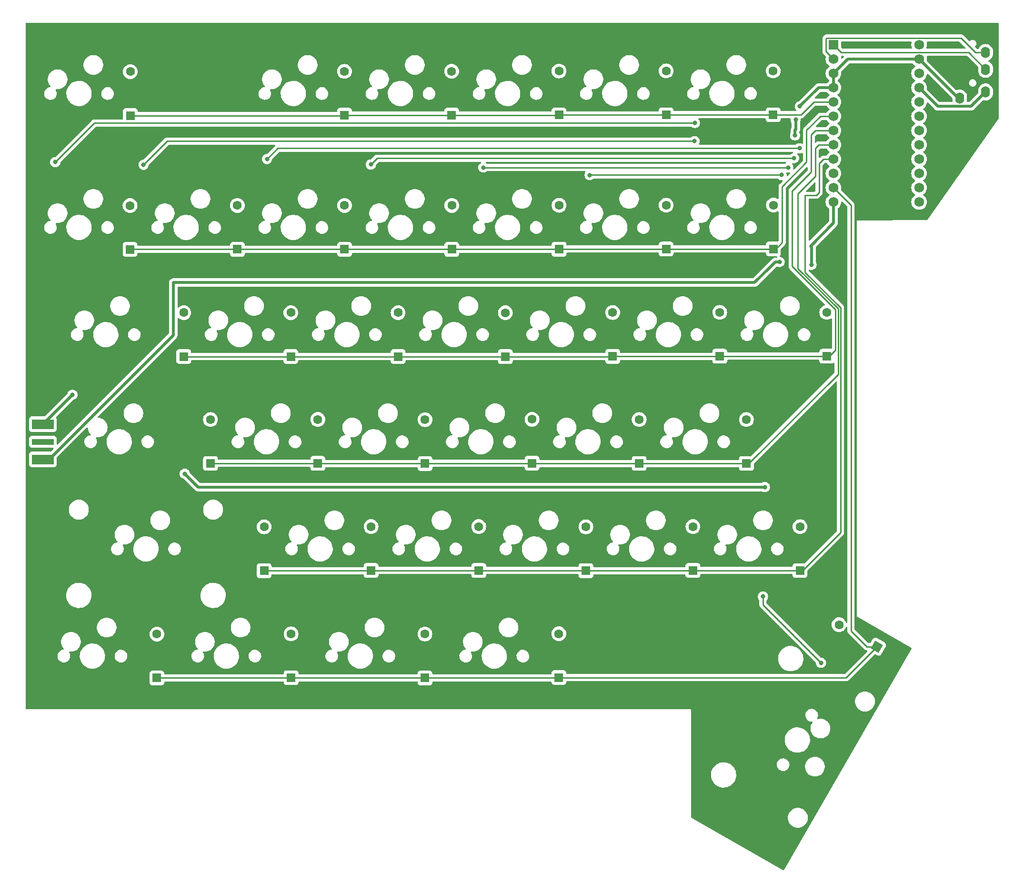
<source format=gbr>
G04 #@! TF.GenerationSoftware,KiCad,Pcbnew,7.0.9*
G04 #@! TF.CreationDate,2023-12-20T02:37:32-06:00*
G04 #@! TF.ProjectId,keyboard,6b657962-6f61-4726-942e-6b696361645f,rev?*
G04 #@! TF.SameCoordinates,Original*
G04 #@! TF.FileFunction,Copper,L1,Top*
G04 #@! TF.FilePolarity,Positive*
%FSLAX46Y46*%
G04 Gerber Fmt 4.6, Leading zero omitted, Abs format (unit mm)*
G04 Created by KiCad (PCBNEW 7.0.9) date 2023-12-20 02:37:32*
%MOMM*%
%LPD*%
G01*
G04 APERTURE LIST*
G04 Aperture macros list*
%AMRotRect*
0 Rectangle, with rotation*
0 The origin of the aperture is its center*
0 $1 length*
0 $2 width*
0 $3 Rotation angle, in degrees counterclockwise*
0 Add horizontal line*
21,1,$1,$2,0,0,$3*%
G04 Aperture macros list end*
G04 #@! TA.AperFunction,ComponentPad*
%ADD10O,1.600000X2.000000*%
G04 #@! TD*
G04 #@! TA.AperFunction,ComponentPad*
%ADD11R,1.752600X1.752600*%
G04 #@! TD*
G04 #@! TA.AperFunction,ComponentPad*
%ADD12C,1.752600*%
G04 #@! TD*
G04 #@! TA.AperFunction,SMDPad,CuDef*
%ADD13R,3.911600X1.752600*%
G04 #@! TD*
G04 #@! TA.AperFunction,SMDPad,CuDef*
%ADD14R,3.911600X1.092200*%
G04 #@! TD*
G04 #@! TA.AperFunction,ComponentPad*
%ADD15R,1.600000X1.600000*%
G04 #@! TD*
G04 #@! TA.AperFunction,ComponentPad*
%ADD16C,1.600000*%
G04 #@! TD*
G04 #@! TA.AperFunction,ComponentPad*
%ADD17RotRect,1.600000X1.600000X150.000000*%
G04 #@! TD*
G04 #@! TA.AperFunction,ViaPad*
%ADD18C,0.800000*%
G04 #@! TD*
G04 #@! TA.AperFunction,Conductor*
%ADD19C,0.250000*%
G04 #@! TD*
G04 #@! TA.AperFunction,Conductor*
%ADD20C,0.500000*%
G04 #@! TD*
G04 APERTURE END LIST*
D10*
X214670000Y-43550000D03*
X219270000Y-42450000D03*
X219270000Y-38450000D03*
X219270000Y-35450000D03*
D11*
X192220000Y-34080000D03*
D12*
X192220000Y-36620000D03*
X192220000Y-39160000D03*
X192220000Y-41700000D03*
X192220000Y-44240000D03*
X192220000Y-46780000D03*
X192220000Y-49320000D03*
X192220000Y-51860000D03*
X192220000Y-54400000D03*
X192220000Y-56940000D03*
X192220000Y-59480000D03*
X192220000Y-62020000D03*
X207460000Y-62020000D03*
X207460000Y-59480000D03*
X207460000Y-56940000D03*
X207460000Y-54400000D03*
X207460000Y-51860000D03*
X207460000Y-49320000D03*
X207460000Y-46780000D03*
X207460000Y-44240000D03*
X207460000Y-41700000D03*
X207460000Y-39160000D03*
X207460000Y-36620000D03*
X207460000Y-34080000D03*
D13*
X51680000Y-107783600D03*
X51680000Y-101535200D03*
D14*
X51680000Y-104659400D03*
D15*
X157687500Y-108500000D03*
D16*
X157687500Y-100700000D03*
D15*
X162490000Y-46520000D03*
D16*
X162490000Y-38720000D03*
D15*
X105320000Y-70429998D03*
D16*
X105320000Y-62629998D03*
D15*
X95805000Y-146600000D03*
D16*
X95805000Y-138800000D03*
D15*
X91017500Y-127565000D03*
D16*
X91017500Y-119765000D03*
D15*
X143440000Y-46550000D03*
D16*
X143440000Y-38750000D03*
D15*
X81477500Y-108495000D03*
D16*
X81477500Y-100695000D03*
D15*
X181550000Y-70370000D03*
D16*
X181550000Y-62570000D03*
D15*
X110030000Y-127530000D03*
D16*
X110030000Y-119730000D03*
D15*
X143410000Y-146570000D03*
D16*
X143410000Y-138770000D03*
D15*
X67230000Y-46650000D03*
D16*
X67230000Y-38850000D03*
D15*
X67177500Y-70452500D03*
D16*
X67177500Y-62652500D03*
D15*
X129170000Y-127530000D03*
D16*
X129170000Y-119730000D03*
D15*
X191040000Y-89440000D03*
D16*
X191040000Y-81640000D03*
D15*
X119625000Y-108520000D03*
D16*
X119625000Y-100720000D03*
D15*
X119602500Y-146625000D03*
D16*
X119602500Y-138825000D03*
D15*
X100560000Y-108480000D03*
D16*
X100560000Y-100680000D03*
D15*
X124360000Y-46580000D03*
D16*
X124360000Y-38780000D03*
D15*
X133900000Y-89510000D03*
D16*
X133900000Y-81710000D03*
D17*
X199967499Y-141070000D03*
D16*
X193212501Y-137170000D03*
D15*
X162480000Y-70390000D03*
D16*
X162480000Y-62590000D03*
D15*
X172010000Y-89440000D03*
D16*
X172010000Y-81640000D03*
D15*
X105300000Y-46600000D03*
D16*
X105300000Y-38800000D03*
D15*
X95770000Y-89500000D03*
D16*
X95770000Y-81700000D03*
D15*
X148215000Y-127565000D03*
D16*
X148215000Y-119765000D03*
D15*
X71960000Y-146640000D03*
D16*
X71960000Y-138840000D03*
D15*
X138642500Y-108465000D03*
D16*
X138642500Y-100665000D03*
D15*
X76735000Y-89500000D03*
D16*
X76735000Y-81700000D03*
D15*
X176750000Y-108500000D03*
D16*
X176750000Y-100700000D03*
D15*
X167242500Y-127530000D03*
D16*
X167242500Y-119730000D03*
D15*
X124380000Y-70430000D03*
D16*
X124380000Y-62630000D03*
D15*
X114830000Y-89500000D03*
D16*
X114830000Y-81700000D03*
D15*
X152972500Y-89465000D03*
D16*
X152972500Y-81665000D03*
D15*
X143450000Y-70410000D03*
D16*
X143450000Y-62610000D03*
D15*
X181510000Y-46520000D03*
D16*
X181510000Y-38720000D03*
D15*
X186270000Y-127550000D03*
D16*
X186270000Y-119750000D03*
D15*
X86260000Y-70430000D03*
D16*
X86260000Y-62630000D03*
D18*
X56940000Y-96290000D03*
X167530000Y-51210000D03*
X69580000Y-55400000D03*
X91530000Y-54390000D03*
X186180000Y-52470000D03*
X185200000Y-54230000D03*
X109990000Y-55350000D03*
X184180000Y-55880000D03*
X130000000Y-55890000D03*
X182990000Y-57220000D03*
X148890000Y-57240000D03*
X179690000Y-132150000D03*
X190010000Y-143950000D03*
X53890000Y-54940000D03*
X167580000Y-47980000D03*
X76910000Y-110320000D03*
X180020000Y-112710000D03*
X188320000Y-73190000D03*
X186250000Y-45020000D03*
X182650000Y-72690000D03*
X185400000Y-50180000D03*
X185510000Y-47390000D03*
D19*
X51680000Y-101535200D02*
X51680000Y-101250000D01*
D20*
X56940000Y-96290000D02*
X56925200Y-96290000D01*
X56925200Y-96290000D02*
X51680000Y-101535200D01*
D19*
X183095000Y-59285000D02*
X183095000Y-69245000D01*
X187440000Y-54940000D02*
X183095000Y-59285000D01*
X187440000Y-49270000D02*
X187440000Y-54940000D01*
X143870000Y-70410000D02*
X124820000Y-70410000D01*
X162920000Y-70370000D02*
X162900000Y-70390000D01*
X183095000Y-69245000D02*
X181970000Y-70370000D01*
X181970000Y-70370000D02*
X162920000Y-70370000D01*
X124820000Y-70410000D02*
X124800000Y-70430000D01*
X189930000Y-46780000D02*
X187440000Y-49270000D01*
X67620000Y-70430000D02*
X67597500Y-70452500D01*
X143890000Y-70390000D02*
X143870000Y-70410000D01*
X162900000Y-70390000D02*
X143890000Y-70390000D01*
X105740000Y-70429998D02*
X86680002Y-70429998D01*
X105740002Y-70430000D02*
X105740000Y-70429998D01*
X192220000Y-46780000D02*
X189930000Y-46780000D01*
X86680000Y-70430000D02*
X67620000Y-70430000D01*
X86680002Y-70429998D02*
X86680000Y-70430000D01*
X124800000Y-70430000D02*
X105740002Y-70430000D01*
X185890000Y-73842613D02*
X193040000Y-80992613D01*
X139097500Y-108500000D02*
X139062500Y-108465000D01*
X185890000Y-60570000D02*
X185890000Y-73842613D01*
X189610000Y-51860000D02*
X188990000Y-52480000D01*
X120045000Y-108520000D02*
X101020000Y-108520000D01*
X177170000Y-108500000D02*
X139097500Y-108500000D01*
X193040000Y-80992613D02*
X193040000Y-92630000D01*
X188990000Y-57470000D02*
X185890000Y-60570000D01*
X188990000Y-52480000D02*
X188990000Y-57470000D01*
X139062500Y-108465000D02*
X120100000Y-108465000D01*
X193040000Y-92630000D02*
X177170000Y-108500000D01*
X120100000Y-108465000D02*
X120045000Y-108520000D01*
X101020000Y-108520000D02*
X100980000Y-108480000D01*
X100980000Y-108480000D02*
X81912500Y-108480000D01*
X192220000Y-51860000D02*
X189610000Y-51860000D01*
X81912500Y-108480000D02*
X81897500Y-108495000D01*
X120022500Y-146625000D02*
X143775000Y-146625000D01*
X192220000Y-59480000D02*
X195330000Y-62590000D01*
X143775000Y-146625000D02*
X143830000Y-146570000D01*
X96225000Y-146600000D02*
X119997500Y-146600000D01*
X96185000Y-146640000D02*
X96225000Y-146600000D01*
X119997500Y-146600000D02*
X120022500Y-146625000D01*
X72380000Y-146640000D02*
X96185000Y-146640000D01*
X143830000Y-146570000D02*
X194467499Y-146570000D01*
X198140000Y-141070000D02*
X199967499Y-141070000D01*
X194467499Y-146570000D02*
X199967499Y-141070000D01*
X195330000Y-138260000D02*
X198140000Y-141070000D01*
X195330000Y-62590000D02*
X195330000Y-138260000D01*
X148600000Y-127530000D02*
X110450000Y-127530000D01*
X193490000Y-120750000D02*
X186690000Y-127550000D01*
X148635000Y-127565000D02*
X148600000Y-127530000D01*
X110415000Y-127565000D02*
X91437500Y-127565000D01*
X189680000Y-60320000D02*
X189170000Y-60830000D01*
X186690000Y-127550000D02*
X186670000Y-127530000D01*
X193490000Y-80806217D02*
X193490000Y-120750000D01*
X110450000Y-127530000D02*
X110415000Y-127565000D01*
X189170000Y-60830000D02*
X187190000Y-60830000D01*
X187190000Y-60830000D02*
X187190000Y-74506217D01*
X167627500Y-127565000D02*
X148635000Y-127565000D01*
X192220000Y-54400000D02*
X190480000Y-54400000D01*
X186670000Y-127530000D02*
X167662500Y-127530000D01*
X189680000Y-55200000D02*
X189680000Y-60320000D01*
X187190000Y-74506217D02*
X193490000Y-80806217D01*
X167662500Y-127530000D02*
X167627500Y-127565000D01*
X190480000Y-54400000D02*
X189680000Y-55200000D01*
X188260000Y-50080000D02*
X188260000Y-56660000D01*
X134310000Y-89500000D02*
X77155000Y-89500000D01*
X134320000Y-89510000D02*
X134310000Y-89500000D01*
X153392500Y-89465000D02*
X153347500Y-89510000D01*
X189020000Y-49320000D02*
X188260000Y-50080000D01*
X188260000Y-56660000D02*
X184880000Y-60040000D01*
X184880000Y-60040000D02*
X184880000Y-73469009D01*
X172430000Y-89440000D02*
X172405000Y-89465000D01*
X191460000Y-89440000D02*
X172430000Y-89440000D01*
X153347500Y-89510000D02*
X134320000Y-89510000D01*
X192220000Y-49320000D02*
X189020000Y-49320000D01*
X172405000Y-89465000D02*
X153392500Y-89465000D01*
X192585000Y-81174009D02*
X192585000Y-88315000D01*
X184880000Y-73469009D02*
X192585000Y-81174009D01*
X192585000Y-88315000D02*
X191460000Y-89440000D01*
X105670000Y-46650000D02*
X105720000Y-46600000D01*
X192220000Y-44240000D02*
X188740000Y-44240000D01*
X124780000Y-46580000D02*
X143830000Y-46580000D01*
X67650000Y-46650000D02*
X105670000Y-46650000D01*
X186460000Y-46520000D02*
X181510000Y-46520000D01*
X188740000Y-44240000D02*
X186460000Y-46520000D01*
X162880000Y-46550000D02*
X162910000Y-46520000D01*
X162910000Y-46520000D02*
X181930000Y-46520000D01*
X124760000Y-46600000D02*
X124780000Y-46580000D01*
X143860000Y-46550000D02*
X162880000Y-46550000D01*
X105720000Y-46600000D02*
X124760000Y-46600000D01*
X143830000Y-46580000D02*
X143860000Y-46550000D01*
X167530000Y-51210000D02*
X73770000Y-51210000D01*
X73770000Y-51210000D02*
X69580000Y-55400000D01*
X93450000Y-52470000D02*
X91530000Y-54390000D01*
X186180000Y-52470000D02*
X93450000Y-52470000D01*
X111110000Y-54230000D02*
X109990000Y-55350000D01*
X185200000Y-54230000D02*
X111110000Y-54230000D01*
X184180000Y-55880000D02*
X130010000Y-55880000D01*
X130010000Y-55880000D02*
X130000000Y-55890000D01*
X182990000Y-57220000D02*
X148910000Y-57220000D01*
X148910000Y-57220000D02*
X148890000Y-57240000D01*
X179690000Y-133630000D02*
X179690000Y-132150000D01*
X190010000Y-143950000D02*
X179690000Y-133630000D01*
X167580000Y-47980000D02*
X60850000Y-47980000D01*
X60850000Y-47980000D02*
X53890000Y-54940000D01*
D20*
X180020000Y-112710000D02*
X79300000Y-112710000D01*
X188130000Y-69850000D02*
X188320000Y-70040000D01*
X188320000Y-70040000D02*
X188320000Y-73190000D01*
X79300000Y-112710000D02*
X76910000Y-110320000D01*
X192220000Y-65760000D02*
X188130000Y-69850000D01*
X192220000Y-62020000D02*
X192220000Y-65760000D01*
D19*
X219270000Y-38450000D02*
X216238700Y-35418700D01*
X216238700Y-35418700D02*
X193558700Y-35418700D01*
X193558700Y-35418700D02*
X192220000Y-34080000D01*
X190900000Y-32997400D02*
X190900000Y-35300000D01*
X219270000Y-35450000D02*
X217473984Y-35450000D01*
X217473984Y-35450000D02*
X214902684Y-32878700D01*
X191018700Y-32878700D02*
X190900000Y-32997400D01*
X214902684Y-32878700D02*
X191018700Y-32878700D01*
X190900000Y-35300000D02*
X192220000Y-36620000D01*
D20*
X216720000Y-45000000D02*
X219270000Y-42450000D01*
X207460000Y-41700000D02*
X210760000Y-45000000D01*
X210760000Y-45000000D02*
X216720000Y-45000000D01*
X192220000Y-39160000D02*
X192220000Y-41700000D01*
X51680000Y-107783600D02*
X52759500Y-107783600D01*
X207460000Y-36620000D02*
X214390000Y-43550000D01*
X189570000Y-41700000D02*
X192220000Y-41700000D01*
X185400000Y-49220000D02*
X185510000Y-49110000D01*
X214390000Y-43550000D02*
X214670000Y-43550000D01*
X186250000Y-45020000D02*
X189570000Y-41700000D01*
X52759500Y-107783600D02*
X74860000Y-85683100D01*
X180860000Y-73710000D02*
X181880000Y-72690000D01*
X74860000Y-85683100D02*
X74860000Y-76360000D01*
X178210000Y-76360000D02*
X180860000Y-73710000D01*
X181880000Y-72690000D02*
X182650000Y-72690000D01*
X207460000Y-36620000D02*
X194760000Y-36620000D01*
X185510000Y-49110000D02*
X185510000Y-47390000D01*
X74860000Y-76360000D02*
X178210000Y-76360000D01*
X185400000Y-50180000D02*
X185400000Y-49220000D01*
D19*
X53115571Y-107783600D02*
X51680000Y-107783600D01*
D20*
X194760000Y-36620000D02*
X192220000Y-39160000D01*
G04 #@! TA.AperFunction,NonConductor*
G36*
X221512539Y-30170185D02*
G01*
X221558294Y-30222989D01*
X221569500Y-30274500D01*
X221569500Y-47189036D01*
X221549815Y-47256075D01*
X221546971Y-47260307D01*
X208934744Y-65216863D01*
X208880104Y-65260409D01*
X208833373Y-65269592D01*
X196500132Y-65279500D01*
X196467416Y-65279476D01*
X196464855Y-65280307D01*
X196439997Y-65292974D01*
X196435311Y-65296384D01*
X196416377Y-65315321D01*
X196412971Y-65320002D01*
X196400304Y-65344862D01*
X196399474Y-65347426D01*
X196399499Y-65379788D01*
X196349534Y-135561452D01*
X196346839Y-135587075D01*
X196346625Y-135588082D01*
X196349150Y-135611985D01*
X196349493Y-135618537D01*
X196349488Y-135625840D01*
X196351009Y-135635486D01*
X196350746Y-135635527D01*
X196352518Y-135643871D01*
X196353486Y-135653028D01*
X196357982Y-135663114D01*
X196364466Y-135672051D01*
X196371897Y-135677458D01*
X196378248Y-135683178D01*
X196378417Y-135682971D01*
X196386008Y-135689112D01*
X196392338Y-135692763D01*
X196397845Y-135696340D01*
X196417272Y-135710476D01*
X196417273Y-135710476D01*
X196417274Y-135710477D01*
X196417275Y-135710477D01*
X196418242Y-135710792D01*
X196441787Y-135721276D01*
X206055206Y-141264851D01*
X206103447Y-141315392D01*
X206116706Y-141383992D01*
X206100646Y-141434274D01*
X183385162Y-180775430D01*
X183334593Y-180823644D01*
X183265986Y-180836864D01*
X183215830Y-180820844D01*
X167270310Y-171625209D01*
X184117647Y-171625209D01*
X184157284Y-171888188D01*
X184157286Y-171888194D01*
X184235681Y-172142341D01*
X184351071Y-172381951D01*
X184351072Y-172381953D01*
X184351074Y-172381956D01*
X184351076Y-172381960D01*
X184500897Y-172601707D01*
X184681791Y-172796666D01*
X184681795Y-172796669D01*
X184681796Y-172796670D01*
X184889732Y-172962494D01*
X185120061Y-173095474D01*
X185367637Y-173192641D01*
X185626930Y-173251823D01*
X185676634Y-173255547D01*
X185825740Y-173266722D01*
X185825746Y-173266722D01*
X185958554Y-173266722D01*
X186091092Y-173256789D01*
X186157364Y-173251823D01*
X186416657Y-173192641D01*
X186664233Y-173095474D01*
X186894562Y-172962494D01*
X187102498Y-172796670D01*
X187283397Y-172601707D01*
X187433218Y-172381960D01*
X187548614Y-172142338D01*
X187627008Y-171888193D01*
X187666647Y-171625202D01*
X187666647Y-171359242D01*
X187627008Y-171096251D01*
X187548614Y-170842106D01*
X187433218Y-170602484D01*
X187283397Y-170382737D01*
X187273269Y-170371821D01*
X187102502Y-170187777D01*
X187062508Y-170155883D01*
X186894562Y-170021950D01*
X186664233Y-169888970D01*
X186416657Y-169791803D01*
X186416648Y-169791801D01*
X186416645Y-169791800D01*
X186157361Y-169732620D01*
X185958554Y-169717722D01*
X185958548Y-169717722D01*
X185825746Y-169717722D01*
X185825740Y-169717722D01*
X185626932Y-169732620D01*
X185367648Y-169791800D01*
X185367640Y-169791802D01*
X185367637Y-169791803D01*
X185367634Y-169791803D01*
X185367631Y-169791805D01*
X185120060Y-169888970D01*
X184889732Y-170021950D01*
X184681791Y-170187777D01*
X184500897Y-170382736D01*
X184351072Y-170602490D01*
X184351071Y-170602492D01*
X184235681Y-170842102D01*
X184157286Y-171096249D01*
X184157284Y-171096255D01*
X184117647Y-171359234D01*
X184117647Y-171625209D01*
X167270310Y-171625209D01*
X166962620Y-171447767D01*
X166914380Y-171397224D01*
X166900567Y-171340284D01*
X166900695Y-171096255D01*
X166904428Y-163947389D01*
X170445753Y-163947389D01*
X170475830Y-164246364D01*
X170475831Y-164246371D01*
X170545488Y-164538663D01*
X170545491Y-164538675D01*
X170653486Y-164819075D01*
X170653493Y-164819090D01*
X170797899Y-165082597D01*
X170797903Y-165082603D01*
X170889216Y-165206534D01*
X170976143Y-165324512D01*
X171185041Y-165540511D01*
X171420866Y-165726740D01*
X171679407Y-165879874D01*
X171956053Y-165997182D01*
X171956056Y-165997182D01*
X171956059Y-165997184D01*
X172100959Y-166036876D01*
X172245866Y-166076570D01*
X172543675Y-166116622D01*
X172543680Y-166116622D01*
X172768961Y-166116622D01*
X172932433Y-166105678D01*
X172993739Y-166101574D01*
X173288207Y-166041721D01*
X173572071Y-165943153D01*
X173840263Y-165807629D01*
X174088000Y-165637568D01*
X174310859Y-165436004D01*
X174504863Y-165206534D01*
X174666551Y-164953254D01*
X174793038Y-164680682D01*
X174882066Y-164393684D01*
X174932046Y-164097380D01*
X174942087Y-163797058D01*
X174912009Y-163498077D01*
X174842350Y-163205773D01*
X174734351Y-162925362D01*
X174589941Y-162661847D01*
X174411697Y-162419932D01*
X174202799Y-162203933D01*
X174202792Y-162203927D01*
X173966975Y-162017705D01*
X173966976Y-162017705D01*
X173966974Y-162017704D01*
X173948433Y-162006722D01*
X182142620Y-162006722D01*
X182152847Y-162221421D01*
X182203523Y-162430311D01*
X182203525Y-162430315D01*
X182249964Y-162532003D01*
X182292814Y-162625830D01*
X182417494Y-162800919D01*
X182417495Y-162800920D01*
X182417500Y-162800926D01*
X182573054Y-162949245D01*
X182573056Y-162949246D01*
X182573057Y-162949247D01*
X182753880Y-163065455D01*
X182953428Y-163145342D01*
X183058958Y-163165681D01*
X183164487Y-163186020D01*
X183164488Y-163186020D01*
X183325572Y-163186020D01*
X183325578Y-163186020D01*
X183485931Y-163170708D01*
X183692169Y-163110151D01*
X183883219Y-163011658D01*
X184052177Y-162878788D01*
X184192936Y-162716344D01*
X184224401Y-162661846D01*
X184299365Y-162532003D01*
X187190869Y-162532003D01*
X187205012Y-162625828D01*
X187229973Y-162791431D01*
X187229974Y-162791433D01*
X187229975Y-162791439D01*
X187307307Y-163042142D01*
X187421136Y-163278512D01*
X187421137Y-163278513D01*
X187421139Y-163278516D01*
X187421141Y-163278520D01*
X187470394Y-163350760D01*
X187568936Y-163495295D01*
X187747383Y-163687617D01*
X187747387Y-163687620D01*
X187747388Y-163687621D01*
X187952512Y-163851202D01*
X188179726Y-163982384D01*
X188423953Y-164078236D01*
X188679739Y-164136618D01*
X188679745Y-164136618D01*
X188679748Y-164136619D01*
X188875869Y-164151316D01*
X188875875Y-164151316D01*
X189006869Y-164151316D01*
X189202989Y-164136619D01*
X189202991Y-164136618D01*
X189202999Y-164136618D01*
X189458785Y-164078236D01*
X189703012Y-163982384D01*
X189930226Y-163851202D01*
X190135350Y-163687621D01*
X190313802Y-163495295D01*
X190461597Y-163278520D01*
X190575432Y-163042139D01*
X190652765Y-162791431D01*
X190691869Y-162531998D01*
X190691869Y-162269634D01*
X190652765Y-162010201D01*
X190575432Y-161759493D01*
X190519270Y-161642871D01*
X190461601Y-161523119D01*
X190461600Y-161523118D01*
X190461599Y-161523117D01*
X190461597Y-161523112D01*
X190313802Y-161306337D01*
X190254340Y-161242252D01*
X190135354Y-161114014D01*
X190006039Y-161010889D01*
X189930226Y-160950430D01*
X189703012Y-160819248D01*
X189458785Y-160723396D01*
X189458780Y-160723394D01*
X189458771Y-160723392D01*
X189241187Y-160673730D01*
X189202999Y-160665014D01*
X189202998Y-160665013D01*
X189202994Y-160665013D01*
X189202989Y-160665012D01*
X189006869Y-160650316D01*
X189006863Y-160650316D01*
X188875875Y-160650316D01*
X188875869Y-160650316D01*
X188679748Y-160665012D01*
X188679743Y-160665013D01*
X188423966Y-160723392D01*
X188423947Y-160723398D01*
X188179725Y-160819248D01*
X187952512Y-160950430D01*
X187747383Y-161114014D01*
X187568936Y-161306336D01*
X187421137Y-161523118D01*
X187421136Y-161523119D01*
X187307307Y-161759489D01*
X187229975Y-162010192D01*
X187229974Y-162010197D01*
X187229973Y-162010201D01*
X187228842Y-162017705D01*
X187190869Y-162269628D01*
X187190869Y-162532003D01*
X184299365Y-162532003D01*
X184300406Y-162530200D01*
X184300408Y-162530197D01*
X184370710Y-162327074D01*
X184401299Y-162114317D01*
X184391072Y-161899616D01*
X184340397Y-161690730D01*
X184251106Y-161495210D01*
X184126426Y-161320121D01*
X184126424Y-161320119D01*
X184126419Y-161320113D01*
X183970865Y-161171794D01*
X183790040Y-161055585D01*
X183590490Y-160975697D01*
X183379433Y-160935020D01*
X183379432Y-160935020D01*
X183218342Y-160935020D01*
X183057989Y-160950332D01*
X183057985Y-160950333D01*
X182851753Y-161010888D01*
X182660696Y-161109384D01*
X182491745Y-161242249D01*
X182491742Y-161242253D01*
X182350981Y-161404698D01*
X182243513Y-161590839D01*
X182173211Y-161793962D01*
X182173210Y-161793964D01*
X182142621Y-162006720D01*
X182142620Y-162006722D01*
X173948433Y-162006722D01*
X173708433Y-161864570D01*
X173431787Y-161747262D01*
X173431780Y-161747259D01*
X173141979Y-161667875D01*
X173141976Y-161667874D01*
X173141974Y-161667874D01*
X172844165Y-161627822D01*
X172618887Y-161627822D01*
X172618879Y-161627822D01*
X172394103Y-161642869D01*
X172394094Y-161642871D01*
X172099630Y-161702723D01*
X171815767Y-161801291D01*
X171815764Y-161801293D01*
X171547582Y-161936811D01*
X171299838Y-162106877D01*
X171076982Y-162308438D01*
X170882978Y-162537908D01*
X170882976Y-162537910D01*
X170721286Y-162791194D01*
X170604836Y-163042139D01*
X170594802Y-163063762D01*
X170594277Y-163065455D01*
X170505774Y-163350757D01*
X170455794Y-163647064D01*
X170445753Y-163947389D01*
X166904428Y-163947389D01*
X166907671Y-157736278D01*
X183563793Y-157736278D01*
X183593870Y-158035253D01*
X183593871Y-158035260D01*
X183663528Y-158327552D01*
X183663531Y-158327564D01*
X183771526Y-158607964D01*
X183771533Y-158607979D01*
X183915939Y-158871486D01*
X183915943Y-158871492D01*
X184007256Y-158995423D01*
X184094183Y-159113401D01*
X184303081Y-159329400D01*
X184538906Y-159515629D01*
X184797447Y-159668763D01*
X185074093Y-159786071D01*
X185074096Y-159786071D01*
X185074099Y-159786073D01*
X185218999Y-159825765D01*
X185363906Y-159865459D01*
X185661715Y-159905511D01*
X185661720Y-159905511D01*
X185887001Y-159905511D01*
X186050473Y-159894567D01*
X186111779Y-159890463D01*
X186406247Y-159830610D01*
X186690111Y-159732042D01*
X186958303Y-159596518D01*
X187206040Y-159426457D01*
X187428899Y-159224893D01*
X187622903Y-158995423D01*
X187784591Y-158742143D01*
X187911078Y-158469571D01*
X188000106Y-158182573D01*
X188050086Y-157886269D01*
X188060127Y-157585947D01*
X188030049Y-157286966D01*
X187960390Y-156994662D01*
X187852391Y-156714251D01*
X187707981Y-156450736D01*
X187529737Y-156208821D01*
X187320839Y-155992822D01*
X187320832Y-155992816D01*
X187085015Y-155806594D01*
X187085016Y-155806594D01*
X187085014Y-155806593D01*
X186826473Y-155653459D01*
X186549827Y-155536151D01*
X186549820Y-155536148D01*
X186260019Y-155456764D01*
X186260016Y-155456763D01*
X186260014Y-155456763D01*
X185962205Y-155416711D01*
X185736927Y-155416711D01*
X185736919Y-155416711D01*
X185512143Y-155431758D01*
X185512134Y-155431760D01*
X185217670Y-155491612D01*
X184933807Y-155590180D01*
X184933804Y-155590182D01*
X184665622Y-155725700D01*
X184417878Y-155895766D01*
X184195022Y-156097327D01*
X184001018Y-156326797D01*
X184001016Y-156326799D01*
X183839326Y-156580083D01*
X183712846Y-156852642D01*
X183712842Y-156852651D01*
X183692459Y-156918359D01*
X183623814Y-157139646D01*
X183573834Y-157435953D01*
X183563793Y-157736278D01*
X166907671Y-157736278D01*
X166910035Y-153207904D01*
X187222620Y-153207904D01*
X187232847Y-153422603D01*
X187283523Y-153631493D01*
X187283525Y-153631497D01*
X187336162Y-153746757D01*
X187372814Y-153827012D01*
X187497494Y-154002101D01*
X187497495Y-154002102D01*
X187497500Y-154002108D01*
X187653054Y-154150427D01*
X187653056Y-154150428D01*
X187653057Y-154150429D01*
X187833880Y-154266637D01*
X188033428Y-154346524D01*
X188138958Y-154366863D01*
X188244487Y-154387202D01*
X188244488Y-154387202D01*
X188405572Y-154387202D01*
X188405578Y-154387202D01*
X188405583Y-154387201D01*
X188405991Y-154387182D01*
X188406073Y-154387202D01*
X188408530Y-154387202D01*
X188408530Y-154387797D01*
X188473893Y-154403648D01*
X188522113Y-154454210D01*
X188535343Y-154522816D01*
X188514357Y-154580892D01*
X188396437Y-154753849D01*
X188396432Y-154753857D01*
X188282603Y-154990227D01*
X188205271Y-155240930D01*
X188205270Y-155240935D01*
X188205269Y-155240939D01*
X188190518Y-155338801D01*
X188166165Y-155500366D01*
X188166165Y-155762741D01*
X188186216Y-155895765D01*
X188205269Y-156022169D01*
X188205270Y-156022171D01*
X188205271Y-156022177D01*
X188282603Y-156272880D01*
X188396432Y-156509250D01*
X188396433Y-156509251D01*
X188396435Y-156509254D01*
X188396437Y-156509258D01*
X188444725Y-156580083D01*
X188544232Y-156726033D01*
X188722679Y-156918355D01*
X188722683Y-156918358D01*
X188722684Y-156918359D01*
X188927808Y-157081940D01*
X189155022Y-157213122D01*
X189399249Y-157308974D01*
X189655035Y-157367356D01*
X189655041Y-157367356D01*
X189655044Y-157367357D01*
X189851165Y-157382054D01*
X189851171Y-157382054D01*
X189982165Y-157382054D01*
X190178285Y-157367357D01*
X190178287Y-157367356D01*
X190178295Y-157367356D01*
X190434081Y-157308974D01*
X190678308Y-157213122D01*
X190905522Y-157081940D01*
X191110646Y-156918359D01*
X191289098Y-156726033D01*
X191436893Y-156509258D01*
X191550728Y-156272877D01*
X191628061Y-156022169D01*
X191667165Y-155762736D01*
X191667165Y-155500372D01*
X191628061Y-155240939D01*
X191550728Y-154990231D01*
X191538786Y-154965434D01*
X191436897Y-154753857D01*
X191436896Y-154753856D01*
X191436895Y-154753855D01*
X191436893Y-154753850D01*
X191289098Y-154537075D01*
X191212211Y-154454210D01*
X191110650Y-154344752D01*
X191071198Y-154313290D01*
X190905522Y-154181168D01*
X190678308Y-154049986D01*
X190434081Y-153954134D01*
X190434076Y-153954132D01*
X190434067Y-153954130D01*
X190216483Y-153904468D01*
X190178295Y-153895752D01*
X190178294Y-153895751D01*
X190178290Y-153895751D01*
X190178285Y-153895750D01*
X189982165Y-153881054D01*
X189982159Y-153881054D01*
X189851171Y-153881054D01*
X189851165Y-153881054D01*
X189655044Y-153895750D01*
X189655039Y-153895751D01*
X189506506Y-153929652D01*
X189436767Y-153925378D01*
X189380409Y-153884079D01*
X189355327Y-153818867D01*
X189369482Y-153750447D01*
X189371516Y-153746779D01*
X189380408Y-153731379D01*
X189450710Y-153528256D01*
X189481299Y-153315499D01*
X189471072Y-153100798D01*
X189420397Y-152891912D01*
X189331106Y-152696392D01*
X189206426Y-152521303D01*
X189206424Y-152521301D01*
X189206419Y-152521295D01*
X189050865Y-152372976D01*
X188870040Y-152256767D01*
X188670490Y-152176879D01*
X188459433Y-152136202D01*
X188459432Y-152136202D01*
X188298342Y-152136202D01*
X188137989Y-152151514D01*
X188137985Y-152151515D01*
X187931753Y-152212070D01*
X187740696Y-152310566D01*
X187571745Y-152443431D01*
X187571742Y-152443435D01*
X187430981Y-152605880D01*
X187323513Y-152792021D01*
X187253211Y-152995144D01*
X187253210Y-152995146D01*
X187222621Y-153207902D01*
X187222620Y-153207904D01*
X166910035Y-153207904D01*
X166910471Y-152373585D01*
X166910496Y-152373439D01*
X166910499Y-152320483D01*
X166910513Y-152293848D01*
X166910501Y-152293694D01*
X166910502Y-152287354D01*
X166910500Y-152287352D01*
X166909585Y-152284532D01*
X166897266Y-152260337D01*
X166895523Y-152257935D01*
X166895522Y-152257932D01*
X166895518Y-152257929D01*
X166893847Y-152255626D01*
X166874422Y-152236189D01*
X166869729Y-152232778D01*
X166845519Y-152220433D01*
X166842708Y-152219518D01*
X166842706Y-152219517D01*
X166842617Y-152219516D01*
X166835508Y-152219513D01*
X166835363Y-152219501D01*
X166809268Y-152219499D01*
X166759514Y-152219474D01*
X166759372Y-152219494D01*
X48774490Y-152209518D01*
X48707452Y-152189828D01*
X48661701Y-152137020D01*
X48650500Y-152085518D01*
X48650500Y-150947987D01*
X196055647Y-150947987D01*
X196095284Y-151210966D01*
X196095286Y-151210972D01*
X196173681Y-151465119D01*
X196289071Y-151704729D01*
X196289072Y-151704731D01*
X196289074Y-151704734D01*
X196289076Y-151704738D01*
X196438897Y-151924485D01*
X196619791Y-152119444D01*
X196619795Y-152119447D01*
X196619796Y-152119448D01*
X196827732Y-152285272D01*
X197058061Y-152418252D01*
X197305637Y-152515419D01*
X197564930Y-152574601D01*
X197614634Y-152578325D01*
X197763740Y-152589500D01*
X197763746Y-152589500D01*
X197896554Y-152589500D01*
X198029092Y-152579567D01*
X198095364Y-152574601D01*
X198354657Y-152515419D01*
X198602233Y-152418252D01*
X198832562Y-152285272D01*
X199040498Y-152119448D01*
X199221397Y-151924485D01*
X199371218Y-151704738D01*
X199486614Y-151465116D01*
X199565008Y-151210971D01*
X199604647Y-150947980D01*
X199604647Y-150682020D01*
X199565008Y-150419029D01*
X199486614Y-150164884D01*
X199371218Y-149925262D01*
X199221397Y-149705515D01*
X199211269Y-149694599D01*
X199040502Y-149510555D01*
X199000508Y-149478661D01*
X198832562Y-149344728D01*
X198602233Y-149211748D01*
X198354657Y-149114581D01*
X198354648Y-149114579D01*
X198354645Y-149114578D01*
X198095361Y-149055398D01*
X197896554Y-149040500D01*
X197896548Y-149040500D01*
X197763746Y-149040500D01*
X197763740Y-149040500D01*
X197564932Y-149055398D01*
X197305648Y-149114578D01*
X197305640Y-149114580D01*
X197305637Y-149114581D01*
X197305634Y-149114581D01*
X197305631Y-149114583D01*
X197058060Y-149211748D01*
X196827732Y-149344728D01*
X196619791Y-149510555D01*
X196438897Y-149705514D01*
X196289072Y-149925268D01*
X196289071Y-149925270D01*
X196173681Y-150164880D01*
X196095286Y-150419027D01*
X196095284Y-150419033D01*
X196055647Y-150682012D01*
X196055647Y-150947987D01*
X48650500Y-150947987D01*
X48650500Y-142696202D01*
X54278981Y-142696202D01*
X54289208Y-142910901D01*
X54339884Y-143119791D01*
X54339886Y-143119795D01*
X54408558Y-143270167D01*
X54429175Y-143315310D01*
X54503836Y-143420157D01*
X54553856Y-143490400D01*
X54553861Y-143490406D01*
X54709415Y-143638725D01*
X54709417Y-143638726D01*
X54709418Y-143638727D01*
X54890241Y-143754935D01*
X55089789Y-143834822D01*
X55195319Y-143855161D01*
X55300848Y-143875500D01*
X55300849Y-143875500D01*
X55461933Y-143875500D01*
X55461939Y-143875500D01*
X55622292Y-143860188D01*
X55828530Y-143799631D01*
X56019580Y-143701138D01*
X56188538Y-143568268D01*
X56329297Y-143405824D01*
X56436769Y-143219677D01*
X56507071Y-143016554D01*
X56534588Y-142825167D01*
X58240154Y-142825167D01*
X58270231Y-143124142D01*
X58270232Y-143124149D01*
X58339889Y-143416441D01*
X58339892Y-143416453D01*
X58447887Y-143696853D01*
X58447894Y-143696868D01*
X58592300Y-143960375D01*
X58592304Y-143960381D01*
X58683617Y-144084312D01*
X58770544Y-144202290D01*
X58979442Y-144418289D01*
X59215267Y-144604518D01*
X59473808Y-144757652D01*
X59750454Y-144874960D01*
X59750457Y-144874960D01*
X59750460Y-144874962D01*
X59895360Y-144914654D01*
X60040267Y-144954348D01*
X60338076Y-144994400D01*
X60338081Y-144994400D01*
X60563362Y-144994400D01*
X60726834Y-144983456D01*
X60788140Y-144979352D01*
X61082608Y-144919499D01*
X61366472Y-144820931D01*
X61634664Y-144685407D01*
X61882401Y-144515346D01*
X62105260Y-144313782D01*
X62299264Y-144084312D01*
X62460952Y-143831032D01*
X62587439Y-143558460D01*
X62676467Y-143271462D01*
X62726447Y-142975158D01*
X62735774Y-142696202D01*
X64438981Y-142696202D01*
X64449208Y-142910901D01*
X64499884Y-143119791D01*
X64499886Y-143119795D01*
X64568558Y-143270167D01*
X64589175Y-143315310D01*
X64663836Y-143420157D01*
X64713856Y-143490400D01*
X64713861Y-143490406D01*
X64869415Y-143638725D01*
X64869417Y-143638726D01*
X64869418Y-143638727D01*
X65050241Y-143754935D01*
X65249789Y-143834822D01*
X65355319Y-143855161D01*
X65460848Y-143875500D01*
X65460849Y-143875500D01*
X65621933Y-143875500D01*
X65621939Y-143875500D01*
X65782292Y-143860188D01*
X65988530Y-143799631D01*
X66179580Y-143701138D01*
X66348538Y-143568268D01*
X66489297Y-143405824D01*
X66596769Y-143219677D01*
X66667071Y-143016554D01*
X66697660Y-142803797D01*
X66692535Y-142696202D01*
X78091481Y-142696202D01*
X78101708Y-142910901D01*
X78152384Y-143119791D01*
X78152386Y-143119795D01*
X78221058Y-143270167D01*
X78241675Y-143315310D01*
X78316336Y-143420157D01*
X78366356Y-143490400D01*
X78366361Y-143490406D01*
X78521915Y-143638725D01*
X78521917Y-143638726D01*
X78521918Y-143638727D01*
X78702741Y-143754935D01*
X78902289Y-143834822D01*
X79007819Y-143855161D01*
X79113348Y-143875500D01*
X79113349Y-143875500D01*
X79274433Y-143875500D01*
X79274439Y-143875500D01*
X79434792Y-143860188D01*
X79641030Y-143799631D01*
X79832080Y-143701138D01*
X80001038Y-143568268D01*
X80141797Y-143405824D01*
X80249269Y-143219677D01*
X80319571Y-143016554D01*
X80347088Y-142825167D01*
X82052654Y-142825167D01*
X82082731Y-143124142D01*
X82082732Y-143124149D01*
X82152389Y-143416441D01*
X82152392Y-143416453D01*
X82260387Y-143696853D01*
X82260394Y-143696868D01*
X82404800Y-143960375D01*
X82404804Y-143960381D01*
X82496117Y-144084312D01*
X82583044Y-144202290D01*
X82791942Y-144418289D01*
X83027767Y-144604518D01*
X83286308Y-144757652D01*
X83562954Y-144874960D01*
X83562957Y-144874960D01*
X83562960Y-144874962D01*
X83707860Y-144914654D01*
X83852767Y-144954348D01*
X84150576Y-144994400D01*
X84150581Y-144994400D01*
X84375862Y-144994400D01*
X84539334Y-144983456D01*
X84600640Y-144979352D01*
X84895108Y-144919499D01*
X85178972Y-144820931D01*
X85447164Y-144685407D01*
X85694901Y-144515346D01*
X85917760Y-144313782D01*
X86111764Y-144084312D01*
X86273452Y-143831032D01*
X86399939Y-143558460D01*
X86488967Y-143271462D01*
X86538947Y-142975158D01*
X86548274Y-142696202D01*
X88251481Y-142696202D01*
X88261708Y-142910901D01*
X88312384Y-143119791D01*
X88312386Y-143119795D01*
X88381058Y-143270167D01*
X88401675Y-143315310D01*
X88476336Y-143420157D01*
X88526356Y-143490400D01*
X88526361Y-143490406D01*
X88681915Y-143638725D01*
X88681917Y-143638726D01*
X88681918Y-143638727D01*
X88862741Y-143754935D01*
X89062289Y-143834822D01*
X89167819Y-143855161D01*
X89273348Y-143875500D01*
X89273349Y-143875500D01*
X89434433Y-143875500D01*
X89434439Y-143875500D01*
X89594792Y-143860188D01*
X89801030Y-143799631D01*
X89992080Y-143701138D01*
X90161038Y-143568268D01*
X90301797Y-143405824D01*
X90409269Y-143219677D01*
X90479571Y-143016554D01*
X90510160Y-142803797D01*
X90505035Y-142696202D01*
X101903981Y-142696202D01*
X101914208Y-142910901D01*
X101964884Y-143119791D01*
X101964886Y-143119795D01*
X102033558Y-143270167D01*
X102054175Y-143315310D01*
X102128836Y-143420157D01*
X102178856Y-143490400D01*
X102178861Y-143490406D01*
X102334415Y-143638725D01*
X102334417Y-143638726D01*
X102334418Y-143638727D01*
X102515241Y-143754935D01*
X102714789Y-143834822D01*
X102820319Y-143855161D01*
X102925848Y-143875500D01*
X102925849Y-143875500D01*
X103086933Y-143875500D01*
X103086939Y-143875500D01*
X103247292Y-143860188D01*
X103453530Y-143799631D01*
X103644580Y-143701138D01*
X103813538Y-143568268D01*
X103954297Y-143405824D01*
X104061769Y-143219677D01*
X104132071Y-143016554D01*
X104159588Y-142825167D01*
X105865154Y-142825167D01*
X105895231Y-143124142D01*
X105895232Y-143124149D01*
X105964889Y-143416441D01*
X105964892Y-143416453D01*
X106072887Y-143696853D01*
X106072894Y-143696868D01*
X106217300Y-143960375D01*
X106217304Y-143960381D01*
X106308617Y-144084312D01*
X106395544Y-144202290D01*
X106604442Y-144418289D01*
X106840267Y-144604518D01*
X107098808Y-144757652D01*
X107375454Y-144874960D01*
X107375457Y-144874960D01*
X107375460Y-144874962D01*
X107520360Y-144914654D01*
X107665267Y-144954348D01*
X107963076Y-144994400D01*
X107963081Y-144994400D01*
X108188362Y-144994400D01*
X108351834Y-144983456D01*
X108413140Y-144979352D01*
X108707608Y-144919499D01*
X108991472Y-144820931D01*
X109259664Y-144685407D01*
X109507401Y-144515346D01*
X109730260Y-144313782D01*
X109924264Y-144084312D01*
X110085952Y-143831032D01*
X110212439Y-143558460D01*
X110301467Y-143271462D01*
X110351447Y-142975158D01*
X110360774Y-142696202D01*
X112063981Y-142696202D01*
X112074208Y-142910901D01*
X112124884Y-143119791D01*
X112124886Y-143119795D01*
X112193558Y-143270167D01*
X112214175Y-143315310D01*
X112288836Y-143420157D01*
X112338856Y-143490400D01*
X112338861Y-143490406D01*
X112494415Y-143638725D01*
X112494417Y-143638726D01*
X112494418Y-143638727D01*
X112675241Y-143754935D01*
X112874789Y-143834822D01*
X112980319Y-143855161D01*
X113085848Y-143875500D01*
X113085849Y-143875500D01*
X113246933Y-143875500D01*
X113246939Y-143875500D01*
X113407292Y-143860188D01*
X113613530Y-143799631D01*
X113804580Y-143701138D01*
X113973538Y-143568268D01*
X114114297Y-143405824D01*
X114221769Y-143219677D01*
X114292071Y-143016554D01*
X114322660Y-142803797D01*
X114317535Y-142696202D01*
X125716481Y-142696202D01*
X125726708Y-142910901D01*
X125777384Y-143119791D01*
X125777386Y-143119795D01*
X125846058Y-143270167D01*
X125866675Y-143315310D01*
X125941336Y-143420157D01*
X125991356Y-143490400D01*
X125991361Y-143490406D01*
X126146915Y-143638725D01*
X126146917Y-143638726D01*
X126146918Y-143638727D01*
X126327741Y-143754935D01*
X126527289Y-143834822D01*
X126632819Y-143855161D01*
X126738348Y-143875500D01*
X126738349Y-143875500D01*
X126899433Y-143875500D01*
X126899439Y-143875500D01*
X127059792Y-143860188D01*
X127266030Y-143799631D01*
X127457080Y-143701138D01*
X127626038Y-143568268D01*
X127766797Y-143405824D01*
X127874269Y-143219677D01*
X127944571Y-143016554D01*
X127972088Y-142825167D01*
X129677654Y-142825167D01*
X129707731Y-143124142D01*
X129707732Y-143124149D01*
X129777389Y-143416441D01*
X129777392Y-143416453D01*
X129885387Y-143696853D01*
X129885394Y-143696868D01*
X130029800Y-143960375D01*
X130029804Y-143960381D01*
X130121117Y-144084312D01*
X130208044Y-144202290D01*
X130416942Y-144418289D01*
X130652767Y-144604518D01*
X130911308Y-144757652D01*
X131187954Y-144874960D01*
X131187957Y-144874960D01*
X131187960Y-144874962D01*
X131332860Y-144914654D01*
X131477767Y-144954348D01*
X131775576Y-144994400D01*
X131775581Y-144994400D01*
X132000862Y-144994400D01*
X132164334Y-144983456D01*
X132225640Y-144979352D01*
X132520108Y-144919499D01*
X132803972Y-144820931D01*
X133072164Y-144685407D01*
X133319901Y-144515346D01*
X133542760Y-144313782D01*
X133736764Y-144084312D01*
X133898452Y-143831032D01*
X134024939Y-143558460D01*
X134113967Y-143271462D01*
X134163947Y-142975158D01*
X134173274Y-142696202D01*
X135876481Y-142696202D01*
X135886708Y-142910901D01*
X135937384Y-143119791D01*
X135937386Y-143119795D01*
X136006058Y-143270167D01*
X136026675Y-143315310D01*
X136101336Y-143420157D01*
X136151356Y-143490400D01*
X136151361Y-143490406D01*
X136306915Y-143638725D01*
X136306917Y-143638726D01*
X136306918Y-143638727D01*
X136487741Y-143754935D01*
X136687289Y-143834822D01*
X136792819Y-143855161D01*
X136898348Y-143875500D01*
X136898349Y-143875500D01*
X137059433Y-143875500D01*
X137059439Y-143875500D01*
X137219792Y-143860188D01*
X137426030Y-143799631D01*
X137617080Y-143701138D01*
X137786038Y-143568268D01*
X137926797Y-143405824D01*
X138005119Y-143270167D01*
X182383753Y-143270167D01*
X182413830Y-143569142D01*
X182413831Y-143569149D01*
X182483488Y-143861441D01*
X182483491Y-143861453D01*
X182591486Y-144141853D01*
X182591493Y-144141868D01*
X182735899Y-144405375D01*
X182735903Y-144405381D01*
X182827216Y-144529312D01*
X182914143Y-144647290D01*
X183020875Y-144757650D01*
X183123040Y-144863288D01*
X183123047Y-144863294D01*
X183194219Y-144919498D01*
X183358866Y-145049518D01*
X183617407Y-145202652D01*
X183894053Y-145319960D01*
X183894056Y-145319960D01*
X183894059Y-145319962D01*
X184000471Y-145349111D01*
X184183866Y-145399348D01*
X184481675Y-145439400D01*
X184481680Y-145439400D01*
X184706961Y-145439400D01*
X184870433Y-145428456D01*
X184931739Y-145424352D01*
X185226207Y-145364499D01*
X185510071Y-145265931D01*
X185778263Y-145130407D01*
X186026000Y-144960346D01*
X186248859Y-144758782D01*
X186442863Y-144529312D01*
X186604551Y-144276032D01*
X186731038Y-144003460D01*
X186820066Y-143716462D01*
X186870046Y-143420158D01*
X186880087Y-143119836D01*
X186850009Y-142820855D01*
X186780350Y-142528551D01*
X186672351Y-142248140D01*
X186527941Y-141984625D01*
X186496199Y-141941545D01*
X186419443Y-141837370D01*
X186349697Y-141742710D01*
X186140799Y-141526711D01*
X186140792Y-141526705D01*
X185940459Y-141368504D01*
X185904974Y-141340482D01*
X185646433Y-141187348D01*
X185369787Y-141070040D01*
X185369780Y-141070037D01*
X185079979Y-140990653D01*
X185079976Y-140990652D01*
X185079974Y-140990652D01*
X184782165Y-140950600D01*
X184556887Y-140950600D01*
X184556879Y-140950600D01*
X184332103Y-140965647D01*
X184332094Y-140965649D01*
X184037630Y-141025501D01*
X183753767Y-141124069D01*
X183753764Y-141124071D01*
X183485582Y-141259589D01*
X183237838Y-141429655D01*
X183014982Y-141631216D01*
X182820978Y-141860686D01*
X182820976Y-141860688D01*
X182659286Y-142113972D01*
X182537760Y-142375855D01*
X182532802Y-142386540D01*
X182531851Y-142389606D01*
X182443774Y-142673535D01*
X182393794Y-142969842D01*
X182388781Y-143119795D01*
X182383753Y-143270167D01*
X138005119Y-143270167D01*
X138034269Y-143219677D01*
X138104571Y-143016554D01*
X138135160Y-142803797D01*
X138124933Y-142589096D01*
X138074258Y-142380210D01*
X137984967Y-142184690D01*
X137860287Y-142009601D01*
X137860285Y-142009599D01*
X137860280Y-142009593D01*
X137704726Y-141861274D01*
X137523901Y-141745065D01*
X137324351Y-141665177D01*
X137113294Y-141624500D01*
X137113293Y-141624500D01*
X136952203Y-141624500D01*
X136806983Y-141638367D01*
X136791850Y-141639812D01*
X136791846Y-141639813D01*
X136585614Y-141700368D01*
X136394557Y-141798864D01*
X136225606Y-141931729D01*
X136225603Y-141931733D01*
X136084842Y-142094178D01*
X135977374Y-142280319D01*
X135907072Y-142483442D01*
X135907071Y-142483444D01*
X135876482Y-142696200D01*
X135876481Y-142696202D01*
X134173274Y-142696202D01*
X134173988Y-142674836D01*
X134143910Y-142375855D01*
X134074251Y-142083551D01*
X133966252Y-141803140D01*
X133821842Y-141539625D01*
X133812322Y-141526705D01*
X133675113Y-141340483D01*
X133643598Y-141297710D01*
X133434700Y-141081711D01*
X133434693Y-141081705D01*
X133198876Y-140895483D01*
X133198877Y-140895483D01*
X133198875Y-140895482D01*
X132940334Y-140742348D01*
X132663688Y-140625040D01*
X132663681Y-140625037D01*
X132373880Y-140545653D01*
X132373877Y-140545652D01*
X132373875Y-140545652D01*
X132076066Y-140505600D01*
X131850788Y-140505600D01*
X131850780Y-140505600D01*
X131626004Y-140520647D01*
X131625995Y-140520649D01*
X131331531Y-140580501D01*
X131047668Y-140679069D01*
X131047665Y-140679071D01*
X130779483Y-140814589D01*
X130531739Y-140984655D01*
X130308883Y-141186216D01*
X130114879Y-141415686D01*
X130114877Y-141415688D01*
X129953187Y-141668972D01*
X129837143Y-141919042D01*
X129826703Y-141941540D01*
X129813340Y-141984618D01*
X129737675Y-142228535D01*
X129708182Y-142403385D01*
X129687695Y-142524842D01*
X129682724Y-142673538D01*
X129677654Y-142825167D01*
X127972088Y-142825167D01*
X127975160Y-142803797D01*
X127964933Y-142589096D01*
X127914258Y-142380210D01*
X127824967Y-142184690D01*
X127796957Y-142145355D01*
X127774105Y-142079331D01*
X127790577Y-142011431D01*
X127841144Y-141963215D01*
X127907232Y-141949777D01*
X128050321Y-141960500D01*
X128050327Y-141960500D01*
X128181321Y-141960500D01*
X128377441Y-141945803D01*
X128377443Y-141945802D01*
X128377451Y-141945802D01*
X128633237Y-141887420D01*
X128877464Y-141791568D01*
X129104678Y-141660386D01*
X129309802Y-141496805D01*
X129488254Y-141304479D01*
X129636049Y-141087704D01*
X129749884Y-140851323D01*
X129827217Y-140600615D01*
X129866321Y-140341182D01*
X129866321Y-140078818D01*
X129827217Y-139819385D01*
X129749884Y-139568677D01*
X129715245Y-139496749D01*
X129636053Y-139332303D01*
X129636052Y-139332302D01*
X129636051Y-139332301D01*
X129636049Y-139332296D01*
X129488254Y-139115521D01*
X129430324Y-139053087D01*
X129309806Y-138923198D01*
X129205480Y-138840001D01*
X129104678Y-138759614D01*
X128877464Y-138628432D01*
X128633237Y-138532580D01*
X128633232Y-138532578D01*
X128633223Y-138532576D01*
X128415639Y-138482914D01*
X128377451Y-138474198D01*
X128377450Y-138474197D01*
X128377446Y-138474197D01*
X128377441Y-138474196D01*
X128181321Y-138459500D01*
X128181315Y-138459500D01*
X128050327Y-138459500D01*
X128050321Y-138459500D01*
X127854200Y-138474196D01*
X127854195Y-138474197D01*
X127598418Y-138532576D01*
X127598399Y-138532582D01*
X127354177Y-138628432D01*
X127126964Y-138759614D01*
X126921835Y-138923198D01*
X126743388Y-139115520D01*
X126595589Y-139332302D01*
X126595588Y-139332303D01*
X126481759Y-139568673D01*
X126404427Y-139819376D01*
X126404426Y-139819381D01*
X126404425Y-139819385D01*
X126400384Y-139846198D01*
X126365321Y-140078812D01*
X126365321Y-140341187D01*
X126379688Y-140436500D01*
X126404425Y-140600615D01*
X126404426Y-140600617D01*
X126404427Y-140600623D01*
X126481759Y-140851326D01*
X126595588Y-141087696D01*
X126595589Y-141087697D01*
X126595591Y-141087700D01*
X126595593Y-141087704D01*
X126743388Y-141304479D01*
X126802794Y-141368504D01*
X126849468Y-141418806D01*
X126880636Y-141481338D01*
X126873049Y-141550795D01*
X126829115Y-141605123D01*
X126770357Y-141626585D01*
X126631860Y-141639810D01*
X126631851Y-141639811D01*
X126631850Y-141639812D01*
X126631848Y-141639812D01*
X126631846Y-141639813D01*
X126425614Y-141700368D01*
X126234557Y-141798864D01*
X126065606Y-141931729D01*
X126065603Y-141931733D01*
X125924842Y-142094178D01*
X125817374Y-142280319D01*
X125747072Y-142483442D01*
X125747071Y-142483444D01*
X125716482Y-142696200D01*
X125716481Y-142696202D01*
X114317535Y-142696202D01*
X114312433Y-142589096D01*
X114261758Y-142380210D01*
X114172467Y-142184690D01*
X114047787Y-142009601D01*
X114047785Y-142009599D01*
X114047780Y-142009593D01*
X113892226Y-141861274D01*
X113711401Y-141745065D01*
X113511851Y-141665177D01*
X113300794Y-141624500D01*
X113300793Y-141624500D01*
X113139703Y-141624500D01*
X112994483Y-141638367D01*
X112979350Y-141639812D01*
X112979346Y-141639813D01*
X112773114Y-141700368D01*
X112582057Y-141798864D01*
X112413106Y-141931729D01*
X112413103Y-141931733D01*
X112272342Y-142094178D01*
X112164874Y-142280319D01*
X112094572Y-142483442D01*
X112094571Y-142483444D01*
X112063982Y-142696200D01*
X112063981Y-142696202D01*
X110360774Y-142696202D01*
X110361488Y-142674836D01*
X110331410Y-142375855D01*
X110261751Y-142083551D01*
X110153752Y-141803140D01*
X110009342Y-141539625D01*
X109999822Y-141526705D01*
X109862613Y-141340483D01*
X109831098Y-141297710D01*
X109622200Y-141081711D01*
X109622193Y-141081705D01*
X109386376Y-140895483D01*
X109386377Y-140895483D01*
X109386375Y-140895482D01*
X109127834Y-140742348D01*
X108851188Y-140625040D01*
X108851181Y-140625037D01*
X108561380Y-140545653D01*
X108561377Y-140545652D01*
X108561375Y-140545652D01*
X108263566Y-140505600D01*
X108038288Y-140505600D01*
X108038280Y-140505600D01*
X107813504Y-140520647D01*
X107813495Y-140520649D01*
X107519031Y-140580501D01*
X107235168Y-140679069D01*
X107235165Y-140679071D01*
X106966983Y-140814589D01*
X106719239Y-140984655D01*
X106496383Y-141186216D01*
X106302379Y-141415686D01*
X106302377Y-141415688D01*
X106140687Y-141668972D01*
X106024643Y-141919042D01*
X106014203Y-141941540D01*
X106000840Y-141984618D01*
X105925175Y-142228535D01*
X105895682Y-142403385D01*
X105875195Y-142524842D01*
X105870224Y-142673538D01*
X105865154Y-142825167D01*
X104159588Y-142825167D01*
X104162660Y-142803797D01*
X104152433Y-142589096D01*
X104101758Y-142380210D01*
X104012467Y-142184690D01*
X103984457Y-142145355D01*
X103961605Y-142079331D01*
X103978077Y-142011431D01*
X104028644Y-141963215D01*
X104094732Y-141949777D01*
X104237821Y-141960500D01*
X104237827Y-141960500D01*
X104368821Y-141960500D01*
X104564941Y-141945803D01*
X104564943Y-141945802D01*
X104564951Y-141945802D01*
X104820737Y-141887420D01*
X105064964Y-141791568D01*
X105292178Y-141660386D01*
X105497302Y-141496805D01*
X105675754Y-141304479D01*
X105823549Y-141087704D01*
X105937384Y-140851323D01*
X106014717Y-140600615D01*
X106053821Y-140341182D01*
X106053821Y-140078818D01*
X106014717Y-139819385D01*
X105937384Y-139568677D01*
X105902745Y-139496749D01*
X105823553Y-139332303D01*
X105823552Y-139332302D01*
X105823551Y-139332301D01*
X105823549Y-139332296D01*
X105675754Y-139115521D01*
X105617824Y-139053087D01*
X105497306Y-138923198D01*
X105392980Y-138840001D01*
X105292178Y-138759614D01*
X105064964Y-138628432D01*
X104820737Y-138532580D01*
X104820732Y-138532578D01*
X104820723Y-138532576D01*
X104603139Y-138482914D01*
X104564951Y-138474198D01*
X104564950Y-138474197D01*
X104564946Y-138474197D01*
X104564941Y-138474196D01*
X104368821Y-138459500D01*
X104368815Y-138459500D01*
X104237827Y-138459500D01*
X104237821Y-138459500D01*
X104041700Y-138474196D01*
X104041695Y-138474197D01*
X103785918Y-138532576D01*
X103785899Y-138532582D01*
X103541677Y-138628432D01*
X103314464Y-138759614D01*
X103109335Y-138923198D01*
X102930888Y-139115520D01*
X102783089Y-139332302D01*
X102783088Y-139332303D01*
X102669259Y-139568673D01*
X102591927Y-139819376D01*
X102591926Y-139819381D01*
X102591925Y-139819385D01*
X102587884Y-139846198D01*
X102552821Y-140078812D01*
X102552821Y-140341187D01*
X102567188Y-140436500D01*
X102591925Y-140600615D01*
X102591926Y-140600617D01*
X102591927Y-140600623D01*
X102669259Y-140851326D01*
X102783088Y-141087696D01*
X102783089Y-141087697D01*
X102783091Y-141087700D01*
X102783093Y-141087704D01*
X102930888Y-141304479D01*
X102990294Y-141368504D01*
X103036968Y-141418806D01*
X103068136Y-141481338D01*
X103060549Y-141550795D01*
X103016615Y-141605123D01*
X102957857Y-141626585D01*
X102819360Y-141639810D01*
X102819351Y-141639811D01*
X102819350Y-141639812D01*
X102819348Y-141639812D01*
X102819346Y-141639813D01*
X102613114Y-141700368D01*
X102422057Y-141798864D01*
X102253106Y-141931729D01*
X102253103Y-141931733D01*
X102112342Y-142094178D01*
X102004874Y-142280319D01*
X101934572Y-142483442D01*
X101934571Y-142483444D01*
X101903982Y-142696200D01*
X101903981Y-142696202D01*
X90505035Y-142696202D01*
X90499933Y-142589096D01*
X90449258Y-142380210D01*
X90359967Y-142184690D01*
X90235287Y-142009601D01*
X90235285Y-142009599D01*
X90235280Y-142009593D01*
X90079726Y-141861274D01*
X89898901Y-141745065D01*
X89699351Y-141665177D01*
X89488294Y-141624500D01*
X89488293Y-141624500D01*
X89327203Y-141624500D01*
X89181983Y-141638367D01*
X89166850Y-141639812D01*
X89166846Y-141639813D01*
X88960614Y-141700368D01*
X88769557Y-141798864D01*
X88600606Y-141931729D01*
X88600603Y-141931733D01*
X88459842Y-142094178D01*
X88352374Y-142280319D01*
X88282072Y-142483442D01*
X88282071Y-142483444D01*
X88251482Y-142696200D01*
X88251481Y-142696202D01*
X86548274Y-142696202D01*
X86548988Y-142674836D01*
X86518910Y-142375855D01*
X86449251Y-142083551D01*
X86341252Y-141803140D01*
X86196842Y-141539625D01*
X86187322Y-141526705D01*
X86050113Y-141340483D01*
X86018598Y-141297710D01*
X85809700Y-141081711D01*
X85809693Y-141081705D01*
X85573876Y-140895483D01*
X85573877Y-140895483D01*
X85573875Y-140895482D01*
X85315334Y-140742348D01*
X85038688Y-140625040D01*
X85038681Y-140625037D01*
X84748880Y-140545653D01*
X84748877Y-140545652D01*
X84748875Y-140545652D01*
X84451066Y-140505600D01*
X84225788Y-140505600D01*
X84225780Y-140505600D01*
X84001004Y-140520647D01*
X84000995Y-140520649D01*
X83706531Y-140580501D01*
X83422668Y-140679069D01*
X83422665Y-140679071D01*
X83154483Y-140814589D01*
X82906739Y-140984655D01*
X82683883Y-141186216D01*
X82489879Y-141415686D01*
X82489877Y-141415688D01*
X82328187Y-141668972D01*
X82212143Y-141919042D01*
X82201703Y-141941540D01*
X82188340Y-141984618D01*
X82112675Y-142228535D01*
X82083182Y-142403385D01*
X82062695Y-142524842D01*
X82057724Y-142673538D01*
X82052654Y-142825167D01*
X80347088Y-142825167D01*
X80350160Y-142803797D01*
X80339933Y-142589096D01*
X80289258Y-142380210D01*
X80199967Y-142184690D01*
X80171957Y-142145355D01*
X80149105Y-142079331D01*
X80165577Y-142011431D01*
X80216144Y-141963215D01*
X80282232Y-141949777D01*
X80425321Y-141960500D01*
X80425327Y-141960500D01*
X80556321Y-141960500D01*
X80752441Y-141945803D01*
X80752443Y-141945802D01*
X80752451Y-141945802D01*
X81008237Y-141887420D01*
X81252464Y-141791568D01*
X81479678Y-141660386D01*
X81684802Y-141496805D01*
X81863254Y-141304479D01*
X82011049Y-141087704D01*
X82124884Y-140851323D01*
X82202217Y-140600615D01*
X82241321Y-140341182D01*
X82241321Y-140078818D01*
X82202217Y-139819385D01*
X82124884Y-139568677D01*
X82090245Y-139496749D01*
X82011053Y-139332303D01*
X82011052Y-139332302D01*
X82011051Y-139332301D01*
X82011049Y-139332296D01*
X81863254Y-139115521D01*
X81805324Y-139053087D01*
X81684806Y-138923198D01*
X81580480Y-138840001D01*
X81479678Y-138759614D01*
X81252464Y-138628432D01*
X81008237Y-138532580D01*
X81008232Y-138532578D01*
X81008223Y-138532576D01*
X80790639Y-138482914D01*
X80752451Y-138474198D01*
X80752450Y-138474197D01*
X80752446Y-138474197D01*
X80752441Y-138474196D01*
X80556321Y-138459500D01*
X80556315Y-138459500D01*
X80425327Y-138459500D01*
X80425321Y-138459500D01*
X80229200Y-138474196D01*
X80229195Y-138474197D01*
X79973418Y-138532576D01*
X79973399Y-138532582D01*
X79729177Y-138628432D01*
X79501964Y-138759614D01*
X79296835Y-138923198D01*
X79118388Y-139115520D01*
X78970589Y-139332302D01*
X78970588Y-139332303D01*
X78856759Y-139568673D01*
X78779427Y-139819376D01*
X78779426Y-139819381D01*
X78779425Y-139819385D01*
X78775384Y-139846198D01*
X78740321Y-140078812D01*
X78740321Y-140341187D01*
X78754688Y-140436500D01*
X78779425Y-140600615D01*
X78779426Y-140600617D01*
X78779427Y-140600623D01*
X78856759Y-140851326D01*
X78970588Y-141087696D01*
X78970589Y-141087697D01*
X78970591Y-141087700D01*
X78970593Y-141087704D01*
X79118388Y-141304479D01*
X79177794Y-141368504D01*
X79224468Y-141418806D01*
X79255636Y-141481338D01*
X79248049Y-141550795D01*
X79204115Y-141605123D01*
X79145357Y-141626585D01*
X79006860Y-141639810D01*
X79006851Y-141639811D01*
X79006850Y-141639812D01*
X79006848Y-141639812D01*
X79006846Y-141639813D01*
X78800614Y-141700368D01*
X78609557Y-141798864D01*
X78440606Y-141931729D01*
X78440603Y-141931733D01*
X78299842Y-142094178D01*
X78192374Y-142280319D01*
X78122072Y-142483442D01*
X78122071Y-142483444D01*
X78091482Y-142696200D01*
X78091481Y-142696202D01*
X66692535Y-142696202D01*
X66687433Y-142589096D01*
X66636758Y-142380210D01*
X66547467Y-142184690D01*
X66422787Y-142009601D01*
X66422785Y-142009599D01*
X66422780Y-142009593D01*
X66267226Y-141861274D01*
X66086401Y-141745065D01*
X65886851Y-141665177D01*
X65675794Y-141624500D01*
X65675793Y-141624500D01*
X65514703Y-141624500D01*
X65369483Y-141638367D01*
X65354350Y-141639812D01*
X65354346Y-141639813D01*
X65148114Y-141700368D01*
X64957057Y-141798864D01*
X64788106Y-141931729D01*
X64788103Y-141931733D01*
X64647342Y-142094178D01*
X64539874Y-142280319D01*
X64469572Y-142483442D01*
X64469571Y-142483444D01*
X64438982Y-142696200D01*
X64438981Y-142696202D01*
X62735774Y-142696202D01*
X62736488Y-142674836D01*
X62706410Y-142375855D01*
X62636751Y-142083551D01*
X62528752Y-141803140D01*
X62384342Y-141539625D01*
X62374822Y-141526705D01*
X62237613Y-141340483D01*
X62206098Y-141297710D01*
X61997200Y-141081711D01*
X61997193Y-141081705D01*
X61761376Y-140895483D01*
X61761377Y-140895483D01*
X61761375Y-140895482D01*
X61502834Y-140742348D01*
X61226188Y-140625040D01*
X61226181Y-140625037D01*
X60936380Y-140545653D01*
X60936377Y-140545652D01*
X60936375Y-140545652D01*
X60638566Y-140505600D01*
X60413288Y-140505600D01*
X60413280Y-140505600D01*
X60188504Y-140520647D01*
X60188495Y-140520649D01*
X59894031Y-140580501D01*
X59610168Y-140679069D01*
X59610165Y-140679071D01*
X59341983Y-140814589D01*
X59094239Y-140984655D01*
X58871383Y-141186216D01*
X58677379Y-141415686D01*
X58677377Y-141415688D01*
X58515687Y-141668972D01*
X58399643Y-141919042D01*
X58389203Y-141941540D01*
X58375840Y-141984618D01*
X58300175Y-142228535D01*
X58270682Y-142403385D01*
X58250195Y-142524842D01*
X58245224Y-142673538D01*
X58240154Y-142825167D01*
X56534588Y-142825167D01*
X56537660Y-142803797D01*
X56527433Y-142589096D01*
X56476758Y-142380210D01*
X56387467Y-142184690D01*
X56359457Y-142145355D01*
X56336605Y-142079331D01*
X56353077Y-142011431D01*
X56403644Y-141963215D01*
X56469732Y-141949777D01*
X56612821Y-141960500D01*
X56612827Y-141960500D01*
X56743821Y-141960500D01*
X56939941Y-141945803D01*
X56939943Y-141945802D01*
X56939951Y-141945802D01*
X57195737Y-141887420D01*
X57439964Y-141791568D01*
X57667178Y-141660386D01*
X57872302Y-141496805D01*
X58050754Y-141304479D01*
X58198549Y-141087704D01*
X58312384Y-140851323D01*
X58389717Y-140600615D01*
X58428821Y-140341182D01*
X58428821Y-140078818D01*
X58389717Y-139819385D01*
X58312384Y-139568677D01*
X58277745Y-139496749D01*
X58198553Y-139332303D01*
X58198552Y-139332302D01*
X58198551Y-139332301D01*
X58198549Y-139332296D01*
X58050754Y-139115521D01*
X57992824Y-139053087D01*
X57872306Y-138923198D01*
X57767980Y-138840001D01*
X57667178Y-138759614D01*
X57439964Y-138628432D01*
X57195737Y-138532580D01*
X57195732Y-138532578D01*
X57195723Y-138532576D01*
X56978139Y-138482914D01*
X56939951Y-138474198D01*
X56939950Y-138474197D01*
X56939946Y-138474197D01*
X56939941Y-138474196D01*
X56743821Y-138459500D01*
X56743815Y-138459500D01*
X56612827Y-138459500D01*
X56612821Y-138459500D01*
X56416700Y-138474196D01*
X56416695Y-138474197D01*
X56160918Y-138532576D01*
X56160899Y-138532582D01*
X55916677Y-138628432D01*
X55689464Y-138759614D01*
X55484335Y-138923198D01*
X55305888Y-139115520D01*
X55158089Y-139332302D01*
X55158088Y-139332303D01*
X55044259Y-139568673D01*
X54966927Y-139819376D01*
X54966926Y-139819381D01*
X54966925Y-139819385D01*
X54962884Y-139846198D01*
X54927821Y-140078812D01*
X54927821Y-140341187D01*
X54942188Y-140436500D01*
X54966925Y-140600615D01*
X54966926Y-140600617D01*
X54966927Y-140600623D01*
X55044259Y-140851326D01*
X55158088Y-141087696D01*
X55158089Y-141087697D01*
X55158091Y-141087700D01*
X55158093Y-141087704D01*
X55305888Y-141304479D01*
X55365294Y-141368504D01*
X55411968Y-141418806D01*
X55443136Y-141481338D01*
X55435549Y-141550795D01*
X55391615Y-141605123D01*
X55332857Y-141626585D01*
X55194360Y-141639810D01*
X55194351Y-141639811D01*
X55194350Y-141639812D01*
X55194348Y-141639812D01*
X55194346Y-141639813D01*
X54988114Y-141700368D01*
X54797057Y-141798864D01*
X54628106Y-141931729D01*
X54628103Y-141931733D01*
X54487342Y-142094178D01*
X54379874Y-142280319D01*
X54309572Y-142483442D01*
X54309571Y-142483444D01*
X54278982Y-142696200D01*
X54278981Y-142696202D01*
X48650500Y-142696202D01*
X48650500Y-137801187D01*
X61277821Y-137801187D01*
X61282738Y-137833806D01*
X61316925Y-138060615D01*
X61316926Y-138060617D01*
X61316927Y-138060623D01*
X61394259Y-138311326D01*
X61508088Y-138547696D01*
X61508089Y-138547697D01*
X61508091Y-138547700D01*
X61508093Y-138547704D01*
X61609956Y-138697109D01*
X61655888Y-138764479D01*
X61834335Y-138956801D01*
X61834339Y-138956804D01*
X61834340Y-138956805D01*
X62039464Y-139120386D01*
X62266678Y-139251568D01*
X62510905Y-139347420D01*
X62766691Y-139405802D01*
X62766697Y-139405802D01*
X62766700Y-139405803D01*
X62962821Y-139420500D01*
X62962827Y-139420500D01*
X63093821Y-139420500D01*
X63289941Y-139405803D01*
X63289943Y-139405802D01*
X63289951Y-139405802D01*
X63545737Y-139347420D01*
X63789964Y-139251568D01*
X64017178Y-139120386D01*
X64222302Y-138956805D01*
X64253488Y-138923195D01*
X64330680Y-138840001D01*
X70646502Y-138840001D01*
X70666456Y-139068081D01*
X70666457Y-139068089D01*
X70725714Y-139289238D01*
X70725718Y-139289249D01*
X70822475Y-139496745D01*
X70822477Y-139496749D01*
X70953802Y-139684300D01*
X71115700Y-139846198D01*
X71303251Y-139977523D01*
X71360641Y-140004284D01*
X71510750Y-140074281D01*
X71510752Y-140074281D01*
X71510757Y-140074284D01*
X71731913Y-140133543D01*
X71894832Y-140147796D01*
X71959998Y-140153498D01*
X71960000Y-140153498D01*
X71960002Y-140153498D01*
X72017021Y-140148509D01*
X72188087Y-140133543D01*
X72409243Y-140074284D01*
X72616749Y-139977523D01*
X72804300Y-139846198D01*
X72966198Y-139684300D01*
X73097523Y-139496749D01*
X73194284Y-139289243D01*
X73253543Y-139068087D01*
X73273498Y-138840000D01*
X73272185Y-138824998D01*
X73266465Y-138759614D01*
X73253543Y-138611913D01*
X73194284Y-138390757D01*
X73189032Y-138379495D01*
X73137954Y-138269957D01*
X73097523Y-138183251D01*
X72966198Y-137995700D01*
X72804300Y-137833802D01*
X72757721Y-137801187D01*
X85090321Y-137801187D01*
X85095238Y-137833806D01*
X85129425Y-138060615D01*
X85129426Y-138060617D01*
X85129427Y-138060623D01*
X85206759Y-138311326D01*
X85320588Y-138547696D01*
X85320589Y-138547697D01*
X85320591Y-138547700D01*
X85320593Y-138547704D01*
X85422456Y-138697109D01*
X85468388Y-138764479D01*
X85646835Y-138956801D01*
X85646839Y-138956804D01*
X85646840Y-138956805D01*
X85851964Y-139120386D01*
X86079178Y-139251568D01*
X86323405Y-139347420D01*
X86579191Y-139405802D01*
X86579197Y-139405802D01*
X86579200Y-139405803D01*
X86775321Y-139420500D01*
X86775327Y-139420500D01*
X86906321Y-139420500D01*
X87102441Y-139405803D01*
X87102443Y-139405802D01*
X87102451Y-139405802D01*
X87358237Y-139347420D01*
X87602464Y-139251568D01*
X87829678Y-139120386D01*
X88034802Y-138956805D01*
X88065988Y-138923195D01*
X88143180Y-138840001D01*
X88180294Y-138800001D01*
X94491502Y-138800001D01*
X94511456Y-139028081D01*
X94511457Y-139028089D01*
X94570714Y-139249238D01*
X94570718Y-139249249D01*
X94650574Y-139420500D01*
X94667477Y-139456749D01*
X94798802Y-139644300D01*
X94960700Y-139806198D01*
X95148251Y-139937523D01*
X95234032Y-139977523D01*
X95355750Y-140034281D01*
X95355752Y-140034281D01*
X95355757Y-140034284D01*
X95576913Y-140093543D01*
X95739832Y-140107796D01*
X95804998Y-140113498D01*
X95805000Y-140113498D01*
X95805002Y-140113498D01*
X95862021Y-140108509D01*
X96033087Y-140093543D01*
X96254243Y-140034284D01*
X96461749Y-139937523D01*
X96649300Y-139806198D01*
X96811198Y-139644300D01*
X96942523Y-139456749D01*
X97039284Y-139249243D01*
X97098543Y-139028087D01*
X97118498Y-138800000D01*
X97115873Y-138770001D01*
X97105494Y-138651362D01*
X97098543Y-138571913D01*
X97039284Y-138350757D01*
X97020166Y-138309759D01*
X96968941Y-138199905D01*
X96942523Y-138143251D01*
X96811198Y-137955700D01*
X96656685Y-137801187D01*
X108902821Y-137801187D01*
X108907738Y-137833806D01*
X108941925Y-138060615D01*
X108941926Y-138060617D01*
X108941927Y-138060623D01*
X109019259Y-138311326D01*
X109133088Y-138547696D01*
X109133089Y-138547697D01*
X109133091Y-138547700D01*
X109133093Y-138547704D01*
X109234956Y-138697109D01*
X109280888Y-138764479D01*
X109459335Y-138956801D01*
X109459339Y-138956804D01*
X109459340Y-138956805D01*
X109664464Y-139120386D01*
X109891678Y-139251568D01*
X110135905Y-139347420D01*
X110391691Y-139405802D01*
X110391697Y-139405802D01*
X110391700Y-139405803D01*
X110587821Y-139420500D01*
X110587827Y-139420500D01*
X110718821Y-139420500D01*
X110914941Y-139405803D01*
X110914943Y-139405802D01*
X110914951Y-139405802D01*
X111170737Y-139347420D01*
X111414964Y-139251568D01*
X111642178Y-139120386D01*
X111847302Y-138956805D01*
X111878488Y-138923195D01*
X111955680Y-138840001D01*
X111969598Y-138825001D01*
X118289002Y-138825001D01*
X118308956Y-139053081D01*
X118308957Y-139053089D01*
X118368214Y-139274238D01*
X118368218Y-139274249D01*
X118453318Y-139456747D01*
X118464977Y-139481749D01*
X118596302Y-139669300D01*
X118758200Y-139831198D01*
X118945751Y-139962523D01*
X119070591Y-140020736D01*
X119153250Y-140059281D01*
X119153252Y-140059281D01*
X119153257Y-140059284D01*
X119374413Y-140118543D01*
X119537332Y-140132796D01*
X119602498Y-140138498D01*
X119602500Y-140138498D01*
X119602502Y-140138498D01*
X119659521Y-140133509D01*
X119830587Y-140118543D01*
X120051743Y-140059284D01*
X120259249Y-139962523D01*
X120446800Y-139831198D01*
X120608698Y-139669300D01*
X120740023Y-139481749D01*
X120836784Y-139274243D01*
X120896043Y-139053087D01*
X120915998Y-138825000D01*
X120896043Y-138596913D01*
X120836784Y-138375757D01*
X120825126Y-138350757D01*
X120751150Y-138192113D01*
X120740023Y-138168251D01*
X120608698Y-137980700D01*
X120446800Y-137818802D01*
X120421643Y-137801187D01*
X132715321Y-137801187D01*
X132720238Y-137833806D01*
X132754425Y-138060615D01*
X132754426Y-138060617D01*
X132754427Y-138060623D01*
X132831759Y-138311326D01*
X132945588Y-138547696D01*
X132945589Y-138547697D01*
X132945591Y-138547700D01*
X132945593Y-138547704D01*
X133047456Y-138697109D01*
X133093388Y-138764479D01*
X133271835Y-138956801D01*
X133271839Y-138956804D01*
X133271840Y-138956805D01*
X133476964Y-139120386D01*
X133704178Y-139251568D01*
X133948405Y-139347420D01*
X134204191Y-139405802D01*
X134204197Y-139405802D01*
X134204200Y-139405803D01*
X134400321Y-139420500D01*
X134400327Y-139420500D01*
X134531321Y-139420500D01*
X134727441Y-139405803D01*
X134727443Y-139405802D01*
X134727451Y-139405802D01*
X134983237Y-139347420D01*
X135227464Y-139251568D01*
X135454678Y-139120386D01*
X135659802Y-138956805D01*
X135690988Y-138923195D01*
X135768180Y-138840001D01*
X135833130Y-138770001D01*
X142096502Y-138770001D01*
X142116456Y-138998081D01*
X142116457Y-138998089D01*
X142175714Y-139219238D01*
X142175718Y-139219249D01*
X142235487Y-139347423D01*
X142272477Y-139426749D01*
X142403802Y-139614300D01*
X142565700Y-139776198D01*
X142753251Y-139907523D01*
X142817587Y-139937523D01*
X142960750Y-140004281D01*
X142960752Y-140004281D01*
X142960757Y-140004284D01*
X143181913Y-140063543D01*
X143344832Y-140077796D01*
X143409998Y-140083498D01*
X143410000Y-140083498D01*
X143410002Y-140083498D01*
X143467021Y-140078509D01*
X143638087Y-140063543D01*
X143859243Y-140004284D01*
X144066749Y-139907523D01*
X144254300Y-139776198D01*
X144416198Y-139614300D01*
X144547523Y-139426749D01*
X144644284Y-139219243D01*
X144703543Y-138998087D01*
X144723498Y-138770000D01*
X144703543Y-138541913D01*
X144644284Y-138320757D01*
X144639886Y-138311326D01*
X144573170Y-138168251D01*
X144547523Y-138113251D01*
X144416198Y-137925700D01*
X144254300Y-137763802D01*
X144066749Y-137632477D01*
X144059653Y-137629168D01*
X143859249Y-137535718D01*
X143859238Y-137535714D01*
X143638089Y-137476457D01*
X143638081Y-137476456D01*
X143410002Y-137456502D01*
X143409998Y-137456502D01*
X143181918Y-137476456D01*
X143181910Y-137476457D01*
X142960761Y-137535714D01*
X142960750Y-137535718D01*
X142753254Y-137632475D01*
X142753252Y-137632476D01*
X142710408Y-137662476D01*
X142565700Y-137763802D01*
X142565698Y-137763803D01*
X142565695Y-137763806D01*
X142403806Y-137925695D01*
X142403803Y-137925698D01*
X142403802Y-137925700D01*
X142341761Y-138014304D01*
X142272476Y-138113252D01*
X142272475Y-138113254D01*
X142175718Y-138320750D01*
X142175714Y-138320761D01*
X142116457Y-138541910D01*
X142116456Y-138541918D01*
X142096502Y-138769998D01*
X142096502Y-138770001D01*
X135833130Y-138770001D01*
X135838254Y-138764479D01*
X135986049Y-138547704D01*
X135988836Y-138541918D01*
X136021448Y-138474197D01*
X136099884Y-138311323D01*
X136177217Y-138060615D01*
X136216321Y-137801182D01*
X136216321Y-137538818D01*
X136177217Y-137279385D01*
X136099884Y-137028677D01*
X136058099Y-136941910D01*
X135986053Y-136792303D01*
X135986052Y-136792302D01*
X135986051Y-136792301D01*
X135986049Y-136792296D01*
X135838254Y-136575521D01*
X135780476Y-136513251D01*
X135659806Y-136383198D01*
X135620354Y-136351736D01*
X135454678Y-136219614D01*
X135227464Y-136088432D01*
X134983237Y-135992580D01*
X134983232Y-135992578D01*
X134983223Y-135992576D01*
X134734110Y-135935718D01*
X134727451Y-135934198D01*
X134727450Y-135934197D01*
X134727446Y-135934197D01*
X134727441Y-135934196D01*
X134531321Y-135919500D01*
X134531315Y-135919500D01*
X134400327Y-135919500D01*
X134400321Y-135919500D01*
X134204200Y-135934196D01*
X134204195Y-135934197D01*
X133948418Y-135992576D01*
X133948399Y-135992582D01*
X133704177Y-136088432D01*
X133476964Y-136219614D01*
X133271835Y-136383198D01*
X133093388Y-136575520D01*
X132945589Y-136792302D01*
X132945588Y-136792303D01*
X132831759Y-137028673D01*
X132754427Y-137279376D01*
X132754426Y-137279381D01*
X132754425Y-137279385D01*
X132739674Y-137377247D01*
X132715321Y-137538812D01*
X132715321Y-137801187D01*
X120421643Y-137801187D01*
X120259249Y-137687477D01*
X120259245Y-137687475D01*
X120051749Y-137590718D01*
X120051738Y-137590714D01*
X119830589Y-137531457D01*
X119830581Y-137531456D01*
X119602502Y-137511502D01*
X119602498Y-137511502D01*
X119374418Y-137531456D01*
X119374410Y-137531457D01*
X119153261Y-137590714D01*
X119153250Y-137590718D01*
X118945754Y-137687475D01*
X118945752Y-137687476D01*
X118924330Y-137702476D01*
X118758200Y-137818802D01*
X118758198Y-137818803D01*
X118758195Y-137818806D01*
X118596306Y-137980695D01*
X118596303Y-137980698D01*
X118596302Y-137980700D01*
X118540339Y-138060623D01*
X118464976Y-138168252D01*
X118464975Y-138168254D01*
X118368218Y-138375750D01*
X118368214Y-138375761D01*
X118308957Y-138596910D01*
X118308956Y-138596918D01*
X118289002Y-138824998D01*
X118289002Y-138825001D01*
X111969598Y-138825001D01*
X112025754Y-138764479D01*
X112173549Y-138547704D01*
X112176336Y-138541918D01*
X112208948Y-138474197D01*
X112287384Y-138311323D01*
X112364717Y-138060615D01*
X112403821Y-137801182D01*
X112403821Y-137538818D01*
X112364717Y-137279385D01*
X112287384Y-137028677D01*
X112245599Y-136941910D01*
X112173553Y-136792303D01*
X112173552Y-136792302D01*
X112173551Y-136792301D01*
X112173549Y-136792296D01*
X112025754Y-136575521D01*
X111967976Y-136513251D01*
X111847306Y-136383198D01*
X111807854Y-136351736D01*
X111642178Y-136219614D01*
X111414964Y-136088432D01*
X111170737Y-135992580D01*
X111170732Y-135992578D01*
X111170723Y-135992576D01*
X110921610Y-135935718D01*
X110914951Y-135934198D01*
X110914950Y-135934197D01*
X110914946Y-135934197D01*
X110914941Y-135934196D01*
X110718821Y-135919500D01*
X110718815Y-135919500D01*
X110587827Y-135919500D01*
X110587821Y-135919500D01*
X110391700Y-135934196D01*
X110391695Y-135934197D01*
X110135918Y-135992576D01*
X110135899Y-135992582D01*
X109891677Y-136088432D01*
X109664464Y-136219614D01*
X109459335Y-136383198D01*
X109280888Y-136575520D01*
X109133089Y-136792302D01*
X109133088Y-136792303D01*
X109019259Y-137028673D01*
X108941927Y-137279376D01*
X108941926Y-137279381D01*
X108941925Y-137279385D01*
X108927174Y-137377247D01*
X108902821Y-137538812D01*
X108902821Y-137801187D01*
X96656685Y-137801187D01*
X96649300Y-137793802D01*
X96461749Y-137662477D01*
X96461745Y-137662475D01*
X96254249Y-137565718D01*
X96254238Y-137565714D01*
X96033089Y-137506457D01*
X96033081Y-137506456D01*
X95805002Y-137486502D01*
X95804998Y-137486502D01*
X95576918Y-137506456D01*
X95576910Y-137506457D01*
X95355761Y-137565714D01*
X95355750Y-137565718D01*
X95148254Y-137662475D01*
X95148252Y-137662476D01*
X95148251Y-137662477D01*
X94960700Y-137793802D01*
X94960698Y-137793803D01*
X94960695Y-137793806D01*
X94798806Y-137955695D01*
X94798803Y-137955698D01*
X94798802Y-137955700D01*
X94781297Y-137980700D01*
X94667476Y-138143252D01*
X94667475Y-138143254D01*
X94570718Y-138350750D01*
X94570714Y-138350761D01*
X94511457Y-138571910D01*
X94511456Y-138571918D01*
X94491502Y-138799998D01*
X94491502Y-138800001D01*
X88180294Y-138800001D01*
X88213254Y-138764479D01*
X88361049Y-138547704D01*
X88363836Y-138541918D01*
X88396448Y-138474197D01*
X88474884Y-138311323D01*
X88552217Y-138060615D01*
X88591321Y-137801182D01*
X88591321Y-137538818D01*
X88552217Y-137279385D01*
X88474884Y-137028677D01*
X88433099Y-136941910D01*
X88361053Y-136792303D01*
X88361052Y-136792302D01*
X88361051Y-136792301D01*
X88361049Y-136792296D01*
X88213254Y-136575521D01*
X88155476Y-136513251D01*
X88034806Y-136383198D01*
X87995354Y-136351736D01*
X87829678Y-136219614D01*
X87602464Y-136088432D01*
X87358237Y-135992580D01*
X87358232Y-135992578D01*
X87358223Y-135992576D01*
X87109110Y-135935718D01*
X87102451Y-135934198D01*
X87102450Y-135934197D01*
X87102446Y-135934197D01*
X87102441Y-135934196D01*
X86906321Y-135919500D01*
X86906315Y-135919500D01*
X86775327Y-135919500D01*
X86775321Y-135919500D01*
X86579200Y-135934196D01*
X86579195Y-135934197D01*
X86323418Y-135992576D01*
X86323399Y-135992582D01*
X86079177Y-136088432D01*
X85851964Y-136219614D01*
X85646835Y-136383198D01*
X85468388Y-136575520D01*
X85320589Y-136792302D01*
X85320588Y-136792303D01*
X85206759Y-137028673D01*
X85129427Y-137279376D01*
X85129426Y-137279381D01*
X85129425Y-137279385D01*
X85114674Y-137377247D01*
X85090321Y-137538812D01*
X85090321Y-137801187D01*
X72757721Y-137801187D01*
X72616749Y-137702477D01*
X72616745Y-137702475D01*
X72409249Y-137605718D01*
X72409238Y-137605714D01*
X72188089Y-137546457D01*
X72188081Y-137546456D01*
X71960002Y-137526502D01*
X71959998Y-137526502D01*
X71731918Y-137546456D01*
X71731910Y-137546457D01*
X71510761Y-137605714D01*
X71510750Y-137605718D01*
X71303254Y-137702475D01*
X71303252Y-137702476D01*
X71303251Y-137702477D01*
X71115700Y-137833802D01*
X71115698Y-137833803D01*
X71115695Y-137833806D01*
X70953806Y-137995695D01*
X70953803Y-137995698D01*
X70953802Y-137995700D01*
X70871767Y-138112856D01*
X70822476Y-138183252D01*
X70822475Y-138183254D01*
X70725718Y-138390750D01*
X70725714Y-138390761D01*
X70666457Y-138611910D01*
X70666456Y-138611918D01*
X70646502Y-138839998D01*
X70646502Y-138840001D01*
X64330680Y-138840001D01*
X64400754Y-138764479D01*
X64548549Y-138547704D01*
X64551336Y-138541918D01*
X64583948Y-138474197D01*
X64662384Y-138311323D01*
X64739717Y-138060615D01*
X64778821Y-137801182D01*
X64778821Y-137538818D01*
X64739717Y-137279385D01*
X64662384Y-137028677D01*
X64620599Y-136941910D01*
X64548553Y-136792303D01*
X64548552Y-136792302D01*
X64548551Y-136792301D01*
X64548549Y-136792296D01*
X64400754Y-136575521D01*
X64342976Y-136513251D01*
X64222306Y-136383198D01*
X64182854Y-136351736D01*
X64017178Y-136219614D01*
X63789964Y-136088432D01*
X63545737Y-135992580D01*
X63545732Y-135992578D01*
X63545723Y-135992576D01*
X63296610Y-135935718D01*
X63289951Y-135934198D01*
X63289950Y-135934197D01*
X63289946Y-135934197D01*
X63289941Y-135934196D01*
X63093821Y-135919500D01*
X63093815Y-135919500D01*
X62962827Y-135919500D01*
X62962821Y-135919500D01*
X62766700Y-135934196D01*
X62766695Y-135934197D01*
X62510918Y-135992576D01*
X62510899Y-135992582D01*
X62266677Y-136088432D01*
X62039464Y-136219614D01*
X61834335Y-136383198D01*
X61655888Y-136575520D01*
X61508089Y-136792302D01*
X61508088Y-136792303D01*
X61394259Y-137028673D01*
X61316927Y-137279376D01*
X61316926Y-137279381D01*
X61316925Y-137279385D01*
X61302174Y-137377247D01*
X61277821Y-137538812D01*
X61277821Y-137801187D01*
X48650500Y-137801187D01*
X48650500Y-132030167D01*
X55827154Y-132030167D01*
X55857231Y-132329142D01*
X55857232Y-132329149D01*
X55926889Y-132621441D01*
X55926892Y-132621453D01*
X56034887Y-132901853D01*
X56034894Y-132901868D01*
X56179300Y-133165375D01*
X56179304Y-133165381D01*
X56270617Y-133289312D01*
X56357544Y-133407290D01*
X56514813Y-133569905D01*
X56566441Y-133623288D01*
X56566448Y-133623294D01*
X56625414Y-133669859D01*
X56802267Y-133809518D01*
X57060808Y-133962652D01*
X57337454Y-134079960D01*
X57337457Y-134079960D01*
X57337460Y-134079962D01*
X57414795Y-134101146D01*
X57627267Y-134159348D01*
X57925076Y-134199400D01*
X57925081Y-134199400D01*
X58150362Y-134199400D01*
X58313834Y-134188456D01*
X58375140Y-134184352D01*
X58669608Y-134124499D01*
X58953472Y-134025931D01*
X59221664Y-133890407D01*
X59469401Y-133720346D01*
X59692260Y-133518782D01*
X59886264Y-133289312D01*
X60047952Y-133036032D01*
X60174439Y-132763460D01*
X60263467Y-132476462D01*
X60313447Y-132180158D01*
X60318462Y-132030167D01*
X79703154Y-132030167D01*
X79733231Y-132329142D01*
X79733232Y-132329149D01*
X79802889Y-132621441D01*
X79802892Y-132621453D01*
X79910887Y-132901853D01*
X79910894Y-132901868D01*
X80055300Y-133165375D01*
X80055304Y-133165381D01*
X80146617Y-133289312D01*
X80233544Y-133407290D01*
X80390813Y-133569905D01*
X80442441Y-133623288D01*
X80442448Y-133623294D01*
X80501414Y-133669859D01*
X80678267Y-133809518D01*
X80936808Y-133962652D01*
X81213454Y-134079960D01*
X81213457Y-134079960D01*
X81213460Y-134079962D01*
X81290795Y-134101146D01*
X81503267Y-134159348D01*
X81801076Y-134199400D01*
X81801081Y-134199400D01*
X82026362Y-134199400D01*
X82189834Y-134188456D01*
X82251140Y-134184352D01*
X82545608Y-134124499D01*
X82829472Y-134025931D01*
X83097664Y-133890407D01*
X83345401Y-133720346D01*
X83568260Y-133518782D01*
X83762264Y-133289312D01*
X83923952Y-133036032D01*
X84050439Y-132763460D01*
X84139467Y-132476462D01*
X84189447Y-132180158D01*
X84190455Y-132150000D01*
X178776496Y-132150000D01*
X178796458Y-132339928D01*
X178796459Y-132339931D01*
X178855470Y-132521549D01*
X178855473Y-132521556D01*
X178913148Y-132621453D01*
X178950960Y-132686944D01*
X179024649Y-132768784D01*
X179054880Y-132831775D01*
X179056500Y-132851756D01*
X179056500Y-133546366D01*
X179054761Y-133562113D01*
X179055032Y-133562139D01*
X179054298Y-133569905D01*
X179056500Y-133639957D01*
X179056500Y-133669859D01*
X179057384Y-133676856D01*
X179057842Y-133682679D01*
X179059326Y-133729889D01*
X179059327Y-133729891D01*
X179065022Y-133749495D01*
X179068967Y-133768542D01*
X179071526Y-133788797D01*
X179071527Y-133788800D01*
X179071528Y-133788803D01*
X179088914Y-133832716D01*
X179090806Y-133838244D01*
X179103981Y-133883592D01*
X179114372Y-133901162D01*
X179122932Y-133918635D01*
X179130447Y-133937617D01*
X179158209Y-133975827D01*
X179161416Y-133980710D01*
X179185458Y-134021362D01*
X179185462Y-134021366D01*
X179199889Y-134035793D01*
X179212526Y-134050588D01*
X179224528Y-134067107D01*
X179260931Y-134097222D01*
X179265231Y-134101135D01*
X186622912Y-141458817D01*
X189063379Y-143899284D01*
X189096864Y-143960607D01*
X189099018Y-143973999D01*
X189116458Y-144139928D01*
X189116459Y-144139931D01*
X189175470Y-144321549D01*
X189175473Y-144321556D01*
X189270960Y-144486944D01*
X189398747Y-144628866D01*
X189553248Y-144741118D01*
X189727712Y-144818794D01*
X189914513Y-144858500D01*
X190105487Y-144858500D01*
X190292288Y-144818794D01*
X190466752Y-144741118D01*
X190621253Y-144628866D01*
X190749040Y-144486944D01*
X190844527Y-144321556D01*
X190903542Y-144139928D01*
X190923504Y-143950000D01*
X190903542Y-143760072D01*
X190844527Y-143578444D01*
X190749040Y-143413056D01*
X190621253Y-143271134D01*
X190466752Y-143158882D01*
X190292288Y-143081206D01*
X190292286Y-143081205D01*
X190105487Y-143041500D01*
X190048766Y-143041500D01*
X189981727Y-143021815D01*
X189961085Y-143005181D01*
X180359819Y-133403914D01*
X180326334Y-133342591D01*
X180323500Y-133316233D01*
X180323500Y-132851756D01*
X180343185Y-132784717D01*
X180355346Y-132768788D01*
X180429040Y-132686944D01*
X180524527Y-132521556D01*
X180583542Y-132339928D01*
X180603504Y-132150000D01*
X180583542Y-131960072D01*
X180524527Y-131778444D01*
X180429040Y-131613056D01*
X180301253Y-131471134D01*
X180146752Y-131358882D01*
X179972288Y-131281206D01*
X179972286Y-131281205D01*
X179785487Y-131241500D01*
X179594513Y-131241500D01*
X179407714Y-131281205D01*
X179233246Y-131358883D01*
X179078745Y-131471135D01*
X178950959Y-131613057D01*
X178855473Y-131778443D01*
X178855470Y-131778450D01*
X178822528Y-131879836D01*
X178796458Y-131960072D01*
X178776496Y-132150000D01*
X84190455Y-132150000D01*
X84199488Y-131879836D01*
X84169410Y-131580855D01*
X84099751Y-131288551D01*
X83991752Y-131008140D01*
X83847342Y-130744625D01*
X83669098Y-130502710D01*
X83460200Y-130286711D01*
X83460193Y-130286705D01*
X83224376Y-130100483D01*
X83224377Y-130100483D01*
X83224375Y-130100482D01*
X82965834Y-129947348D01*
X82689188Y-129830040D01*
X82689181Y-129830037D01*
X82399380Y-129750653D01*
X82399377Y-129750652D01*
X82399375Y-129750652D01*
X82101566Y-129710600D01*
X81876288Y-129710600D01*
X81876280Y-129710600D01*
X81651504Y-129725647D01*
X81651495Y-129725649D01*
X81357031Y-129785501D01*
X81073168Y-129884069D01*
X81073165Y-129884071D01*
X80804983Y-130019589D01*
X80557239Y-130189655D01*
X80334383Y-130391216D01*
X80140379Y-130620686D01*
X80140377Y-130620688D01*
X79978687Y-130873972D01*
X79852207Y-131146531D01*
X79852203Y-131146540D01*
X79822746Y-131241500D01*
X79763175Y-131433535D01*
X79732894Y-131613056D01*
X79713195Y-131729842D01*
X79705498Y-131960072D01*
X79703154Y-132030167D01*
X60318462Y-132030167D01*
X60323488Y-131879836D01*
X60293410Y-131580855D01*
X60223751Y-131288551D01*
X60115752Y-131008140D01*
X59971342Y-130744625D01*
X59793098Y-130502710D01*
X59584200Y-130286711D01*
X59584193Y-130286705D01*
X59348376Y-130100483D01*
X59348377Y-130100483D01*
X59348375Y-130100482D01*
X59089834Y-129947348D01*
X58813188Y-129830040D01*
X58813181Y-129830037D01*
X58523380Y-129750653D01*
X58523377Y-129750652D01*
X58523375Y-129750652D01*
X58225566Y-129710600D01*
X58000288Y-129710600D01*
X58000280Y-129710600D01*
X57775504Y-129725647D01*
X57775495Y-129725649D01*
X57481031Y-129785501D01*
X57197168Y-129884069D01*
X57197165Y-129884071D01*
X56928983Y-130019589D01*
X56681239Y-130189655D01*
X56458383Y-130391216D01*
X56264379Y-130620686D01*
X56264377Y-130620688D01*
X56102687Y-130873972D01*
X55976207Y-131146531D01*
X55976203Y-131146540D01*
X55946746Y-131241500D01*
X55887175Y-131433535D01*
X55856894Y-131613056D01*
X55837195Y-131729842D01*
X55829498Y-131960072D01*
X55827154Y-132030167D01*
X48650500Y-132030167D01*
X48650500Y-123646202D01*
X63803981Y-123646202D01*
X63814208Y-123860901D01*
X63864884Y-124069791D01*
X63864886Y-124069795D01*
X63866874Y-124074149D01*
X63954175Y-124265310D01*
X64078855Y-124440399D01*
X64078856Y-124440400D01*
X64078861Y-124440406D01*
X64234415Y-124588725D01*
X64234417Y-124588726D01*
X64234418Y-124588727D01*
X64415241Y-124704935D01*
X64614789Y-124784822D01*
X64720319Y-124805161D01*
X64825848Y-124825500D01*
X64825849Y-124825500D01*
X64986933Y-124825500D01*
X64986939Y-124825500D01*
X65147292Y-124810188D01*
X65353530Y-124749631D01*
X65544580Y-124651138D01*
X65713538Y-124518268D01*
X65854297Y-124355824D01*
X65961769Y-124169677D01*
X66032071Y-123966554D01*
X66059588Y-123775167D01*
X67765154Y-123775167D01*
X67795231Y-124074142D01*
X67795232Y-124074149D01*
X67864889Y-124366441D01*
X67864892Y-124366453D01*
X67972887Y-124646853D01*
X67972894Y-124646868D01*
X68117300Y-124910375D01*
X68117304Y-124910381D01*
X68208617Y-125034312D01*
X68295544Y-125152290D01*
X68504442Y-125368289D01*
X68740267Y-125554518D01*
X68998808Y-125707652D01*
X69275454Y-125824960D01*
X69275457Y-125824960D01*
X69275460Y-125824962D01*
X69420360Y-125864654D01*
X69565267Y-125904348D01*
X69863076Y-125944400D01*
X69863081Y-125944400D01*
X70088362Y-125944400D01*
X70251834Y-125933456D01*
X70313140Y-125929352D01*
X70607608Y-125869499D01*
X70891472Y-125770931D01*
X71159664Y-125635407D01*
X71407401Y-125465346D01*
X71630260Y-125263782D01*
X71824264Y-125034312D01*
X71985952Y-124781032D01*
X72112439Y-124508460D01*
X72201467Y-124221462D01*
X72251447Y-123925158D01*
X72260774Y-123646202D01*
X73963981Y-123646202D01*
X73974208Y-123860901D01*
X74024884Y-124069791D01*
X74024886Y-124069795D01*
X74026874Y-124074149D01*
X74114175Y-124265310D01*
X74238855Y-124440399D01*
X74238856Y-124440400D01*
X74238861Y-124440406D01*
X74394415Y-124588725D01*
X74394417Y-124588726D01*
X74394418Y-124588727D01*
X74575241Y-124704935D01*
X74774789Y-124784822D01*
X74880319Y-124805161D01*
X74985848Y-124825500D01*
X74985849Y-124825500D01*
X75146933Y-124825500D01*
X75146939Y-124825500D01*
X75307292Y-124810188D01*
X75513530Y-124749631D01*
X75704580Y-124651138D01*
X75873538Y-124518268D01*
X76014297Y-124355824D01*
X76121769Y-124169677D01*
X76192071Y-123966554D01*
X76222660Y-123753797D01*
X76217535Y-123646202D01*
X94760231Y-123646202D01*
X94770458Y-123860901D01*
X94821134Y-124069791D01*
X94821136Y-124069795D01*
X94823124Y-124074149D01*
X94910425Y-124265310D01*
X95035105Y-124440399D01*
X95035106Y-124440400D01*
X95035111Y-124440406D01*
X95190665Y-124588725D01*
X95190667Y-124588726D01*
X95190668Y-124588727D01*
X95371491Y-124704935D01*
X95571039Y-124784822D01*
X95676569Y-124805161D01*
X95782098Y-124825500D01*
X95782099Y-124825500D01*
X95943183Y-124825500D01*
X95943189Y-124825500D01*
X96103542Y-124810188D01*
X96309780Y-124749631D01*
X96500830Y-124651138D01*
X96669788Y-124518268D01*
X96810547Y-124355824D01*
X96918019Y-124169677D01*
X96988321Y-123966554D01*
X97015838Y-123775167D01*
X98721404Y-123775167D01*
X98751481Y-124074142D01*
X98751482Y-124074149D01*
X98821139Y-124366441D01*
X98821142Y-124366453D01*
X98929137Y-124646853D01*
X98929144Y-124646868D01*
X99073550Y-124910375D01*
X99073554Y-124910381D01*
X99164867Y-125034312D01*
X99251794Y-125152290D01*
X99460692Y-125368289D01*
X99696517Y-125554518D01*
X99955058Y-125707652D01*
X100231704Y-125824960D01*
X100231707Y-125824960D01*
X100231710Y-125824962D01*
X100376610Y-125864654D01*
X100521517Y-125904348D01*
X100819326Y-125944400D01*
X100819331Y-125944400D01*
X101044612Y-125944400D01*
X101208084Y-125933456D01*
X101269390Y-125929352D01*
X101563858Y-125869499D01*
X101847722Y-125770931D01*
X102115914Y-125635407D01*
X102363651Y-125465346D01*
X102586510Y-125263782D01*
X102780514Y-125034312D01*
X102942202Y-124781032D01*
X103068689Y-124508460D01*
X103157717Y-124221462D01*
X103207697Y-123925158D01*
X103217024Y-123646202D01*
X104920231Y-123646202D01*
X104930458Y-123860901D01*
X104981134Y-124069791D01*
X104981136Y-124069795D01*
X104983124Y-124074149D01*
X105070425Y-124265310D01*
X105195105Y-124440399D01*
X105195106Y-124440400D01*
X105195111Y-124440406D01*
X105350665Y-124588725D01*
X105350667Y-124588726D01*
X105350668Y-124588727D01*
X105531491Y-124704935D01*
X105731039Y-124784822D01*
X105836569Y-124805161D01*
X105942098Y-124825500D01*
X105942099Y-124825500D01*
X106103183Y-124825500D01*
X106103189Y-124825500D01*
X106263542Y-124810188D01*
X106469780Y-124749631D01*
X106660830Y-124651138D01*
X106829788Y-124518268D01*
X106970547Y-124355824D01*
X107078019Y-124169677D01*
X107148321Y-123966554D01*
X107178910Y-123753797D01*
X107173785Y-123646202D01*
X113810231Y-123646202D01*
X113820458Y-123860901D01*
X113871134Y-124069791D01*
X113871136Y-124069795D01*
X113873124Y-124074149D01*
X113960425Y-124265310D01*
X114085105Y-124440399D01*
X114085106Y-124440400D01*
X114085111Y-124440406D01*
X114240665Y-124588725D01*
X114240667Y-124588726D01*
X114240668Y-124588727D01*
X114421491Y-124704935D01*
X114621039Y-124784822D01*
X114726569Y-124805161D01*
X114832098Y-124825500D01*
X114832099Y-124825500D01*
X114993183Y-124825500D01*
X114993189Y-124825500D01*
X115153542Y-124810188D01*
X115359780Y-124749631D01*
X115550830Y-124651138D01*
X115719788Y-124518268D01*
X115860547Y-124355824D01*
X115968019Y-124169677D01*
X116038321Y-123966554D01*
X116065838Y-123775167D01*
X117771404Y-123775167D01*
X117801481Y-124074142D01*
X117801482Y-124074149D01*
X117871139Y-124366441D01*
X117871142Y-124366453D01*
X117979137Y-124646853D01*
X117979144Y-124646868D01*
X118123550Y-124910375D01*
X118123554Y-124910381D01*
X118214867Y-125034312D01*
X118301794Y-125152290D01*
X118510692Y-125368289D01*
X118746517Y-125554518D01*
X119005058Y-125707652D01*
X119281704Y-125824960D01*
X119281707Y-125824960D01*
X119281710Y-125824962D01*
X119426610Y-125864654D01*
X119571517Y-125904348D01*
X119869326Y-125944400D01*
X119869331Y-125944400D01*
X120094612Y-125944400D01*
X120258084Y-125933456D01*
X120319390Y-125929352D01*
X120613858Y-125869499D01*
X120897722Y-125770931D01*
X121165914Y-125635407D01*
X121413651Y-125465346D01*
X121636510Y-125263782D01*
X121830514Y-125034312D01*
X121992202Y-124781032D01*
X122118689Y-124508460D01*
X122207717Y-124221462D01*
X122257697Y-123925158D01*
X122267024Y-123646202D01*
X123970231Y-123646202D01*
X123980458Y-123860901D01*
X124031134Y-124069791D01*
X124031136Y-124069795D01*
X124033124Y-124074149D01*
X124120425Y-124265310D01*
X124245105Y-124440399D01*
X124245106Y-124440400D01*
X124245111Y-124440406D01*
X124400665Y-124588725D01*
X124400667Y-124588726D01*
X124400668Y-124588727D01*
X124581491Y-124704935D01*
X124781039Y-124784822D01*
X124886569Y-124805161D01*
X124992098Y-124825500D01*
X124992099Y-124825500D01*
X125153183Y-124825500D01*
X125153189Y-124825500D01*
X125313542Y-124810188D01*
X125519780Y-124749631D01*
X125710830Y-124651138D01*
X125879788Y-124518268D01*
X126020547Y-124355824D01*
X126128019Y-124169677D01*
X126198321Y-123966554D01*
X126228910Y-123753797D01*
X126223785Y-123646202D01*
X132860231Y-123646202D01*
X132870458Y-123860901D01*
X132921134Y-124069791D01*
X132921136Y-124069795D01*
X132923124Y-124074149D01*
X133010425Y-124265310D01*
X133135105Y-124440399D01*
X133135106Y-124440400D01*
X133135111Y-124440406D01*
X133290665Y-124588725D01*
X133290667Y-124588726D01*
X133290668Y-124588727D01*
X133471491Y-124704935D01*
X133671039Y-124784822D01*
X133776569Y-124805161D01*
X133882098Y-124825500D01*
X133882099Y-124825500D01*
X134043183Y-124825500D01*
X134043189Y-124825500D01*
X134203542Y-124810188D01*
X134409780Y-124749631D01*
X134600830Y-124651138D01*
X134769788Y-124518268D01*
X134910547Y-124355824D01*
X135018019Y-124169677D01*
X135088321Y-123966554D01*
X135115838Y-123775167D01*
X136821404Y-123775167D01*
X136851481Y-124074142D01*
X136851482Y-124074149D01*
X136921139Y-124366441D01*
X136921142Y-124366453D01*
X137029137Y-124646853D01*
X137029144Y-124646868D01*
X137173550Y-124910375D01*
X137173554Y-124910381D01*
X137264867Y-125034312D01*
X137351794Y-125152290D01*
X137560692Y-125368289D01*
X137796517Y-125554518D01*
X138055058Y-125707652D01*
X138331704Y-125824960D01*
X138331707Y-125824960D01*
X138331710Y-125824962D01*
X138476610Y-125864654D01*
X138621517Y-125904348D01*
X138919326Y-125944400D01*
X138919331Y-125944400D01*
X139144612Y-125944400D01*
X139308084Y-125933456D01*
X139369390Y-125929352D01*
X139663858Y-125869499D01*
X139947722Y-125770931D01*
X140215914Y-125635407D01*
X140463651Y-125465346D01*
X140686510Y-125263782D01*
X140880514Y-125034312D01*
X141042202Y-124781032D01*
X141168689Y-124508460D01*
X141257717Y-124221462D01*
X141307697Y-123925158D01*
X141317024Y-123646202D01*
X143020231Y-123646202D01*
X143030458Y-123860901D01*
X143081134Y-124069791D01*
X143081136Y-124069795D01*
X143083124Y-124074149D01*
X143170425Y-124265310D01*
X143295105Y-124440399D01*
X143295106Y-124440400D01*
X143295111Y-124440406D01*
X143450665Y-124588725D01*
X143450667Y-124588726D01*
X143450668Y-124588727D01*
X143631491Y-124704935D01*
X143831039Y-124784822D01*
X143936569Y-124805161D01*
X144042098Y-124825500D01*
X144042099Y-124825500D01*
X144203183Y-124825500D01*
X144203189Y-124825500D01*
X144363542Y-124810188D01*
X144569780Y-124749631D01*
X144760830Y-124651138D01*
X144929788Y-124518268D01*
X145070547Y-124355824D01*
X145178019Y-124169677D01*
X145248321Y-123966554D01*
X145278910Y-123753797D01*
X145273785Y-123646202D01*
X151910231Y-123646202D01*
X151920458Y-123860901D01*
X151971134Y-124069791D01*
X151971136Y-124069795D01*
X151973124Y-124074149D01*
X152060425Y-124265310D01*
X152185105Y-124440399D01*
X152185106Y-124440400D01*
X152185111Y-124440406D01*
X152340665Y-124588725D01*
X152340667Y-124588726D01*
X152340668Y-124588727D01*
X152521491Y-124704935D01*
X152721039Y-124784822D01*
X152826569Y-124805161D01*
X152932098Y-124825500D01*
X152932099Y-124825500D01*
X153093183Y-124825500D01*
X153093189Y-124825500D01*
X153253542Y-124810188D01*
X153459780Y-124749631D01*
X153650830Y-124651138D01*
X153819788Y-124518268D01*
X153960547Y-124355824D01*
X154068019Y-124169677D01*
X154138321Y-123966554D01*
X154165838Y-123775167D01*
X155871404Y-123775167D01*
X155901481Y-124074142D01*
X155901482Y-124074149D01*
X155971139Y-124366441D01*
X155971142Y-124366453D01*
X156079137Y-124646853D01*
X156079144Y-124646868D01*
X156223550Y-124910375D01*
X156223554Y-124910381D01*
X156314867Y-125034312D01*
X156401794Y-125152290D01*
X156610692Y-125368289D01*
X156846517Y-125554518D01*
X157105058Y-125707652D01*
X157381704Y-125824960D01*
X157381707Y-125824960D01*
X157381710Y-125824962D01*
X157526610Y-125864654D01*
X157671517Y-125904348D01*
X157969326Y-125944400D01*
X157969331Y-125944400D01*
X158194612Y-125944400D01*
X158358084Y-125933456D01*
X158419390Y-125929352D01*
X158713858Y-125869499D01*
X158997722Y-125770931D01*
X159265914Y-125635407D01*
X159513651Y-125465346D01*
X159736510Y-125263782D01*
X159930514Y-125034312D01*
X160092202Y-124781032D01*
X160218689Y-124508460D01*
X160307717Y-124221462D01*
X160357697Y-123925158D01*
X160367024Y-123646202D01*
X162070231Y-123646202D01*
X162080458Y-123860901D01*
X162131134Y-124069791D01*
X162131136Y-124069795D01*
X162133124Y-124074149D01*
X162220425Y-124265310D01*
X162345105Y-124440399D01*
X162345106Y-124440400D01*
X162345111Y-124440406D01*
X162500665Y-124588725D01*
X162500667Y-124588726D01*
X162500668Y-124588727D01*
X162681491Y-124704935D01*
X162881039Y-124784822D01*
X162986569Y-124805161D01*
X163092098Y-124825500D01*
X163092099Y-124825500D01*
X163253183Y-124825500D01*
X163253189Y-124825500D01*
X163413542Y-124810188D01*
X163619780Y-124749631D01*
X163810830Y-124651138D01*
X163979788Y-124518268D01*
X164120547Y-124355824D01*
X164228019Y-124169677D01*
X164298321Y-123966554D01*
X164328910Y-123753797D01*
X164323785Y-123646202D01*
X170960231Y-123646202D01*
X170970458Y-123860901D01*
X171021134Y-124069791D01*
X171021136Y-124069795D01*
X171023124Y-124074149D01*
X171110425Y-124265310D01*
X171235105Y-124440399D01*
X171235106Y-124440400D01*
X171235111Y-124440406D01*
X171390665Y-124588725D01*
X171390667Y-124588726D01*
X171390668Y-124588727D01*
X171571491Y-124704935D01*
X171771039Y-124784822D01*
X171876569Y-124805161D01*
X171982098Y-124825500D01*
X171982099Y-124825500D01*
X172143183Y-124825500D01*
X172143189Y-124825500D01*
X172303542Y-124810188D01*
X172509780Y-124749631D01*
X172700830Y-124651138D01*
X172869788Y-124518268D01*
X173010547Y-124355824D01*
X173118019Y-124169677D01*
X173188321Y-123966554D01*
X173215838Y-123775167D01*
X174921404Y-123775167D01*
X174951481Y-124074142D01*
X174951482Y-124074149D01*
X175021139Y-124366441D01*
X175021142Y-124366453D01*
X175129137Y-124646853D01*
X175129144Y-124646868D01*
X175273550Y-124910375D01*
X175273554Y-124910381D01*
X175364867Y-125034312D01*
X175451794Y-125152290D01*
X175660692Y-125368289D01*
X175896517Y-125554518D01*
X176155058Y-125707652D01*
X176431704Y-125824960D01*
X176431707Y-125824960D01*
X176431710Y-125824962D01*
X176576610Y-125864654D01*
X176721517Y-125904348D01*
X177019326Y-125944400D01*
X177019331Y-125944400D01*
X177244612Y-125944400D01*
X177408084Y-125933456D01*
X177469390Y-125929352D01*
X177763858Y-125869499D01*
X178047722Y-125770931D01*
X178315914Y-125635407D01*
X178563651Y-125465346D01*
X178786510Y-125263782D01*
X178980514Y-125034312D01*
X179142202Y-124781032D01*
X179268689Y-124508460D01*
X179357717Y-124221462D01*
X179407697Y-123925158D01*
X179417024Y-123646202D01*
X181120231Y-123646202D01*
X181130458Y-123860901D01*
X181181134Y-124069791D01*
X181181136Y-124069795D01*
X181183124Y-124074149D01*
X181270425Y-124265310D01*
X181395105Y-124440399D01*
X181395106Y-124440400D01*
X181395111Y-124440406D01*
X181550665Y-124588725D01*
X181550667Y-124588726D01*
X181550668Y-124588727D01*
X181731491Y-124704935D01*
X181931039Y-124784822D01*
X182036569Y-124805161D01*
X182142098Y-124825500D01*
X182142099Y-124825500D01*
X182303183Y-124825500D01*
X182303189Y-124825500D01*
X182463542Y-124810188D01*
X182669780Y-124749631D01*
X182860830Y-124651138D01*
X183029788Y-124518268D01*
X183170547Y-124355824D01*
X183278019Y-124169677D01*
X183348321Y-123966554D01*
X183378910Y-123753797D01*
X183368683Y-123539096D01*
X183318008Y-123330210D01*
X183228717Y-123134690D01*
X183104037Y-122959601D01*
X183104035Y-122959599D01*
X183104030Y-122959593D01*
X182948476Y-122811274D01*
X182767651Y-122695065D01*
X182568101Y-122615177D01*
X182357044Y-122574500D01*
X182357043Y-122574500D01*
X182195953Y-122574500D01*
X182035621Y-122589810D01*
X182035600Y-122589812D01*
X182035596Y-122589813D01*
X181829364Y-122650368D01*
X181638307Y-122748864D01*
X181469356Y-122881729D01*
X181469353Y-122881733D01*
X181328592Y-123044178D01*
X181221124Y-123230319D01*
X181150822Y-123433442D01*
X181150821Y-123433444D01*
X181120232Y-123646200D01*
X181120231Y-123646202D01*
X179417024Y-123646202D01*
X179417738Y-123624836D01*
X179387660Y-123325855D01*
X179318001Y-123033551D01*
X179210002Y-122753140D01*
X179065592Y-122489625D01*
X178887348Y-122247710D01*
X178678450Y-122031711D01*
X178678443Y-122031705D01*
X178442626Y-121845483D01*
X178442627Y-121845483D01*
X178442625Y-121845482D01*
X178184084Y-121692348D01*
X177907438Y-121575040D01*
X177907431Y-121575037D01*
X177617630Y-121495653D01*
X177617627Y-121495652D01*
X177617625Y-121495652D01*
X177319816Y-121455600D01*
X177094538Y-121455600D01*
X177094530Y-121455600D01*
X176869754Y-121470647D01*
X176869745Y-121470649D01*
X176575281Y-121530501D01*
X176291418Y-121629069D01*
X176291415Y-121629071D01*
X176023233Y-121764589D01*
X175775489Y-121934655D01*
X175552633Y-122136216D01*
X175358629Y-122365686D01*
X175358627Y-122365688D01*
X175196937Y-122618972D01*
X175095567Y-122837420D01*
X175070453Y-122891540D01*
X175049343Y-122959593D01*
X174981425Y-123178535D01*
X174931445Y-123474842D01*
X174921404Y-123775167D01*
X173215838Y-123775167D01*
X173218910Y-123753797D01*
X173208683Y-123539096D01*
X173158008Y-123330210D01*
X173068717Y-123134690D01*
X173040707Y-123095355D01*
X173017855Y-123029331D01*
X173034327Y-122961431D01*
X173084894Y-122913215D01*
X173150982Y-122899777D01*
X173294071Y-122910500D01*
X173294077Y-122910500D01*
X173425071Y-122910500D01*
X173621191Y-122895803D01*
X173621193Y-122895802D01*
X173621201Y-122895802D01*
X173876987Y-122837420D01*
X174121214Y-122741568D01*
X174348428Y-122610386D01*
X174553552Y-122446805D01*
X174732004Y-122254479D01*
X174879799Y-122037704D01*
X174993634Y-121801323D01*
X175070967Y-121550615D01*
X175110071Y-121291182D01*
X175110071Y-121028818D01*
X175070967Y-120769385D01*
X174993634Y-120518677D01*
X174946954Y-120421745D01*
X174879803Y-120282303D01*
X174879802Y-120282302D01*
X174879801Y-120282301D01*
X174879799Y-120282296D01*
X174732004Y-120065521D01*
X174722012Y-120054753D01*
X174553556Y-119873198D01*
X174514104Y-119841736D01*
X174348428Y-119709614D01*
X174121214Y-119578432D01*
X173876987Y-119482580D01*
X173876982Y-119482578D01*
X173876973Y-119482576D01*
X173659389Y-119432914D01*
X173621201Y-119424198D01*
X173621200Y-119424197D01*
X173621196Y-119424197D01*
X173621191Y-119424196D01*
X173425071Y-119409500D01*
X173425065Y-119409500D01*
X173294077Y-119409500D01*
X173294071Y-119409500D01*
X173097950Y-119424196D01*
X173097945Y-119424197D01*
X172842168Y-119482576D01*
X172842149Y-119482582D01*
X172597927Y-119578432D01*
X172370714Y-119709614D01*
X172165585Y-119873198D01*
X171987138Y-120065520D01*
X171839339Y-120282302D01*
X171839338Y-120282303D01*
X171725509Y-120518673D01*
X171648177Y-120769376D01*
X171648176Y-120769381D01*
X171648175Y-120769385D01*
X171639034Y-120830030D01*
X171609071Y-121028812D01*
X171609071Y-121291187D01*
X171629365Y-121425823D01*
X171648175Y-121550615D01*
X171648176Y-121550617D01*
X171648177Y-121550623D01*
X171725509Y-121801326D01*
X171839338Y-122037696D01*
X171839339Y-122037697D01*
X171839341Y-122037700D01*
X171839343Y-122037704D01*
X171906509Y-122136218D01*
X171987138Y-122254479D01*
X172093218Y-122368806D01*
X172124386Y-122431338D01*
X172116799Y-122500795D01*
X172072865Y-122555123D01*
X172014107Y-122576585D01*
X171875610Y-122589810D01*
X171875601Y-122589811D01*
X171875600Y-122589812D01*
X171875598Y-122589812D01*
X171875596Y-122589813D01*
X171669364Y-122650368D01*
X171478307Y-122748864D01*
X171309356Y-122881729D01*
X171309353Y-122881733D01*
X171168592Y-123044178D01*
X171061124Y-123230319D01*
X170990822Y-123433442D01*
X170990821Y-123433444D01*
X170960232Y-123646200D01*
X170960231Y-123646202D01*
X164323785Y-123646202D01*
X164318683Y-123539096D01*
X164268008Y-123330210D01*
X164178717Y-123134690D01*
X164054037Y-122959601D01*
X164054035Y-122959599D01*
X164054030Y-122959593D01*
X163898476Y-122811274D01*
X163717651Y-122695065D01*
X163518101Y-122615177D01*
X163307044Y-122574500D01*
X163307043Y-122574500D01*
X163145953Y-122574500D01*
X162985621Y-122589810D01*
X162985600Y-122589812D01*
X162985596Y-122589813D01*
X162779364Y-122650368D01*
X162588307Y-122748864D01*
X162419356Y-122881729D01*
X162419353Y-122881733D01*
X162278592Y-123044178D01*
X162171124Y-123230319D01*
X162100822Y-123433442D01*
X162100821Y-123433444D01*
X162070232Y-123646200D01*
X162070231Y-123646202D01*
X160367024Y-123646202D01*
X160367738Y-123624836D01*
X160337660Y-123325855D01*
X160268001Y-123033551D01*
X160160002Y-122753140D01*
X160015592Y-122489625D01*
X159837348Y-122247710D01*
X159628450Y-122031711D01*
X159628443Y-122031705D01*
X159392626Y-121845483D01*
X159392627Y-121845483D01*
X159392625Y-121845482D01*
X159134084Y-121692348D01*
X158857438Y-121575040D01*
X158857431Y-121575037D01*
X158567630Y-121495653D01*
X158567627Y-121495652D01*
X158567625Y-121495652D01*
X158269816Y-121455600D01*
X158044538Y-121455600D01*
X158044530Y-121455600D01*
X157819754Y-121470647D01*
X157819745Y-121470649D01*
X157525281Y-121530501D01*
X157241418Y-121629069D01*
X157241415Y-121629071D01*
X156973233Y-121764589D01*
X156725489Y-121934655D01*
X156502633Y-122136216D01*
X156308629Y-122365686D01*
X156308627Y-122365688D01*
X156146937Y-122618972D01*
X156045567Y-122837420D01*
X156020453Y-122891540D01*
X155999343Y-122959593D01*
X155931425Y-123178535D01*
X155881445Y-123474842D01*
X155871404Y-123775167D01*
X154165838Y-123775167D01*
X154168910Y-123753797D01*
X154158683Y-123539096D01*
X154108008Y-123330210D01*
X154018717Y-123134690D01*
X153990707Y-123095355D01*
X153967855Y-123029331D01*
X153984327Y-122961431D01*
X154034894Y-122913215D01*
X154100982Y-122899777D01*
X154244071Y-122910500D01*
X154244077Y-122910500D01*
X154375071Y-122910500D01*
X154571191Y-122895803D01*
X154571193Y-122895802D01*
X154571201Y-122895802D01*
X154826987Y-122837420D01*
X155071214Y-122741568D01*
X155298428Y-122610386D01*
X155503552Y-122446805D01*
X155682004Y-122254479D01*
X155829799Y-122037704D01*
X155943634Y-121801323D01*
X156020967Y-121550615D01*
X156060071Y-121291182D01*
X156060071Y-121028818D01*
X156020967Y-120769385D01*
X155943634Y-120518677D01*
X155896954Y-120421745D01*
X155829803Y-120282303D01*
X155829802Y-120282302D01*
X155829801Y-120282301D01*
X155829799Y-120282296D01*
X155682004Y-120065521D01*
X155672012Y-120054753D01*
X155503556Y-119873198D01*
X155464104Y-119841736D01*
X155298428Y-119709614D01*
X155071214Y-119578432D01*
X154826987Y-119482580D01*
X154826982Y-119482578D01*
X154826973Y-119482576D01*
X154609389Y-119432914D01*
X154571201Y-119424198D01*
X154571200Y-119424197D01*
X154571196Y-119424197D01*
X154571191Y-119424196D01*
X154375071Y-119409500D01*
X154375065Y-119409500D01*
X154244077Y-119409500D01*
X154244071Y-119409500D01*
X154047950Y-119424196D01*
X154047945Y-119424197D01*
X153792168Y-119482576D01*
X153792149Y-119482582D01*
X153547927Y-119578432D01*
X153320714Y-119709614D01*
X153115585Y-119873198D01*
X152937138Y-120065520D01*
X152789339Y-120282302D01*
X152789338Y-120282303D01*
X152675509Y-120518673D01*
X152598177Y-120769376D01*
X152598176Y-120769381D01*
X152598175Y-120769385D01*
X152589034Y-120830030D01*
X152559071Y-121028812D01*
X152559071Y-121291187D01*
X152579365Y-121425823D01*
X152598175Y-121550615D01*
X152598176Y-121550617D01*
X152598177Y-121550623D01*
X152675509Y-121801326D01*
X152789338Y-122037696D01*
X152789339Y-122037697D01*
X152789341Y-122037700D01*
X152789343Y-122037704D01*
X152856509Y-122136218D01*
X152937138Y-122254479D01*
X153043218Y-122368806D01*
X153074386Y-122431338D01*
X153066799Y-122500795D01*
X153022865Y-122555123D01*
X152964107Y-122576585D01*
X152825610Y-122589810D01*
X152825601Y-122589811D01*
X152825600Y-122589812D01*
X152825598Y-122589812D01*
X152825596Y-122589813D01*
X152619364Y-122650368D01*
X152428307Y-122748864D01*
X152259356Y-122881729D01*
X152259353Y-122881733D01*
X152118592Y-123044178D01*
X152011124Y-123230319D01*
X151940822Y-123433442D01*
X151940821Y-123433444D01*
X151910232Y-123646200D01*
X151910231Y-123646202D01*
X145273785Y-123646202D01*
X145268683Y-123539096D01*
X145218008Y-123330210D01*
X145128717Y-123134690D01*
X145004037Y-122959601D01*
X145004035Y-122959599D01*
X145004030Y-122959593D01*
X144848476Y-122811274D01*
X144667651Y-122695065D01*
X144468101Y-122615177D01*
X144257044Y-122574500D01*
X144257043Y-122574500D01*
X144095953Y-122574500D01*
X143935621Y-122589810D01*
X143935600Y-122589812D01*
X143935596Y-122589813D01*
X143729364Y-122650368D01*
X143538307Y-122748864D01*
X143369356Y-122881729D01*
X143369353Y-122881733D01*
X143228592Y-123044178D01*
X143121124Y-123230319D01*
X143050822Y-123433442D01*
X143050821Y-123433444D01*
X143020232Y-123646200D01*
X143020231Y-123646202D01*
X141317024Y-123646202D01*
X141317738Y-123624836D01*
X141287660Y-123325855D01*
X141218001Y-123033551D01*
X141110002Y-122753140D01*
X140965592Y-122489625D01*
X140787348Y-122247710D01*
X140578450Y-122031711D01*
X140578443Y-122031705D01*
X140342626Y-121845483D01*
X140342627Y-121845483D01*
X140342625Y-121845482D01*
X140084084Y-121692348D01*
X139807438Y-121575040D01*
X139807431Y-121575037D01*
X139517630Y-121495653D01*
X139517627Y-121495652D01*
X139517625Y-121495652D01*
X139219816Y-121455600D01*
X138994538Y-121455600D01*
X138994530Y-121455600D01*
X138769754Y-121470647D01*
X138769745Y-121470649D01*
X138475281Y-121530501D01*
X138191418Y-121629069D01*
X138191415Y-121629071D01*
X137923233Y-121764589D01*
X137675489Y-121934655D01*
X137452633Y-122136216D01*
X137258629Y-122365686D01*
X137258627Y-122365688D01*
X137096937Y-122618972D01*
X136995567Y-122837420D01*
X136970453Y-122891540D01*
X136949343Y-122959593D01*
X136881425Y-123178535D01*
X136831445Y-123474842D01*
X136821404Y-123775167D01*
X135115838Y-123775167D01*
X135118910Y-123753797D01*
X135108683Y-123539096D01*
X135058008Y-123330210D01*
X134968717Y-123134690D01*
X134940707Y-123095355D01*
X134917855Y-123029331D01*
X134934327Y-122961431D01*
X134984894Y-122913215D01*
X135050982Y-122899777D01*
X135194071Y-122910500D01*
X135194077Y-122910500D01*
X135325071Y-122910500D01*
X135521191Y-122895803D01*
X135521193Y-122895802D01*
X135521201Y-122895802D01*
X135776987Y-122837420D01*
X136021214Y-122741568D01*
X136248428Y-122610386D01*
X136453552Y-122446805D01*
X136632004Y-122254479D01*
X136779799Y-122037704D01*
X136893634Y-121801323D01*
X136970967Y-121550615D01*
X137010071Y-121291182D01*
X137010071Y-121028818D01*
X136970967Y-120769385D01*
X136893634Y-120518677D01*
X136846954Y-120421745D01*
X136779803Y-120282303D01*
X136779802Y-120282302D01*
X136779801Y-120282301D01*
X136779799Y-120282296D01*
X136632004Y-120065521D01*
X136622012Y-120054753D01*
X136453556Y-119873198D01*
X136414104Y-119841736D01*
X136248428Y-119709614D01*
X136021214Y-119578432D01*
X135776987Y-119482580D01*
X135776982Y-119482578D01*
X135776973Y-119482576D01*
X135559389Y-119432914D01*
X135521201Y-119424198D01*
X135521200Y-119424197D01*
X135521196Y-119424197D01*
X135521191Y-119424196D01*
X135325071Y-119409500D01*
X135325065Y-119409500D01*
X135194077Y-119409500D01*
X135194071Y-119409500D01*
X134997950Y-119424196D01*
X134997945Y-119424197D01*
X134742168Y-119482576D01*
X134742149Y-119482582D01*
X134497927Y-119578432D01*
X134270714Y-119709614D01*
X134065585Y-119873198D01*
X133887138Y-120065520D01*
X133739339Y-120282302D01*
X133739338Y-120282303D01*
X133625509Y-120518673D01*
X133548177Y-120769376D01*
X133548176Y-120769381D01*
X133548175Y-120769385D01*
X133539034Y-120830030D01*
X133509071Y-121028812D01*
X133509071Y-121291187D01*
X133529365Y-121425823D01*
X133548175Y-121550615D01*
X133548176Y-121550617D01*
X133548177Y-121550623D01*
X133625509Y-121801326D01*
X133739338Y-122037696D01*
X133739339Y-122037697D01*
X133739341Y-122037700D01*
X133739343Y-122037704D01*
X133806509Y-122136218D01*
X133887138Y-122254479D01*
X133993218Y-122368806D01*
X134024386Y-122431338D01*
X134016799Y-122500795D01*
X133972865Y-122555123D01*
X133914107Y-122576585D01*
X133775610Y-122589810D01*
X133775601Y-122589811D01*
X133775600Y-122589812D01*
X133775598Y-122589812D01*
X133775596Y-122589813D01*
X133569364Y-122650368D01*
X133378307Y-122748864D01*
X133209356Y-122881729D01*
X133209353Y-122881733D01*
X133068592Y-123044178D01*
X132961124Y-123230319D01*
X132890822Y-123433442D01*
X132890821Y-123433444D01*
X132860232Y-123646200D01*
X132860231Y-123646202D01*
X126223785Y-123646202D01*
X126218683Y-123539096D01*
X126168008Y-123330210D01*
X126078717Y-123134690D01*
X125954037Y-122959601D01*
X125954035Y-122959599D01*
X125954030Y-122959593D01*
X125798476Y-122811274D01*
X125617651Y-122695065D01*
X125418101Y-122615177D01*
X125207044Y-122574500D01*
X125207043Y-122574500D01*
X125045953Y-122574500D01*
X124885621Y-122589810D01*
X124885600Y-122589812D01*
X124885596Y-122589813D01*
X124679364Y-122650368D01*
X124488307Y-122748864D01*
X124319356Y-122881729D01*
X124319353Y-122881733D01*
X124178592Y-123044178D01*
X124071124Y-123230319D01*
X124000822Y-123433442D01*
X124000821Y-123433444D01*
X123970232Y-123646200D01*
X123970231Y-123646202D01*
X122267024Y-123646202D01*
X122267738Y-123624836D01*
X122237660Y-123325855D01*
X122168001Y-123033551D01*
X122060002Y-122753140D01*
X121915592Y-122489625D01*
X121737348Y-122247710D01*
X121528450Y-122031711D01*
X121528443Y-122031705D01*
X121292626Y-121845483D01*
X121292627Y-121845483D01*
X121292625Y-121845482D01*
X121034084Y-121692348D01*
X120757438Y-121575040D01*
X120757431Y-121575037D01*
X120467630Y-121495653D01*
X120467627Y-121495652D01*
X120467625Y-121495652D01*
X120169816Y-121455600D01*
X119944538Y-121455600D01*
X119944530Y-121455600D01*
X119719754Y-121470647D01*
X119719745Y-121470649D01*
X119425281Y-121530501D01*
X119141418Y-121629069D01*
X119141415Y-121629071D01*
X118873233Y-121764589D01*
X118625489Y-121934655D01*
X118402633Y-122136216D01*
X118208629Y-122365686D01*
X118208627Y-122365688D01*
X118046937Y-122618972D01*
X117945567Y-122837420D01*
X117920453Y-122891540D01*
X117899343Y-122959593D01*
X117831425Y-123178535D01*
X117781445Y-123474842D01*
X117771404Y-123775167D01*
X116065838Y-123775167D01*
X116068910Y-123753797D01*
X116058683Y-123539096D01*
X116008008Y-123330210D01*
X115918717Y-123134690D01*
X115890707Y-123095355D01*
X115867855Y-123029331D01*
X115884327Y-122961431D01*
X115934894Y-122913215D01*
X116000982Y-122899777D01*
X116144071Y-122910500D01*
X116144077Y-122910500D01*
X116275071Y-122910500D01*
X116471191Y-122895803D01*
X116471193Y-122895802D01*
X116471201Y-122895802D01*
X116726987Y-122837420D01*
X116971214Y-122741568D01*
X117198428Y-122610386D01*
X117403552Y-122446805D01*
X117582004Y-122254479D01*
X117729799Y-122037704D01*
X117843634Y-121801323D01*
X117920967Y-121550615D01*
X117960071Y-121291182D01*
X117960071Y-121028818D01*
X117920967Y-120769385D01*
X117843634Y-120518677D01*
X117796954Y-120421745D01*
X117729803Y-120282303D01*
X117729802Y-120282302D01*
X117729801Y-120282301D01*
X117729799Y-120282296D01*
X117582004Y-120065521D01*
X117572012Y-120054753D01*
X117403556Y-119873198D01*
X117364104Y-119841736D01*
X117198428Y-119709614D01*
X116971214Y-119578432D01*
X116726987Y-119482580D01*
X116726982Y-119482578D01*
X116726973Y-119482576D01*
X116509389Y-119432914D01*
X116471201Y-119424198D01*
X116471200Y-119424197D01*
X116471196Y-119424197D01*
X116471191Y-119424196D01*
X116275071Y-119409500D01*
X116275065Y-119409500D01*
X116144077Y-119409500D01*
X116144071Y-119409500D01*
X115947950Y-119424196D01*
X115947945Y-119424197D01*
X115692168Y-119482576D01*
X115692149Y-119482582D01*
X115447927Y-119578432D01*
X115220714Y-119709614D01*
X115015585Y-119873198D01*
X114837138Y-120065520D01*
X114689339Y-120282302D01*
X114689338Y-120282303D01*
X114575509Y-120518673D01*
X114498177Y-120769376D01*
X114498176Y-120769381D01*
X114498175Y-120769385D01*
X114489034Y-120830030D01*
X114459071Y-121028812D01*
X114459071Y-121291187D01*
X114479365Y-121425823D01*
X114498175Y-121550615D01*
X114498176Y-121550617D01*
X114498177Y-121550623D01*
X114575509Y-121801326D01*
X114689338Y-122037696D01*
X114689339Y-122037697D01*
X114689341Y-122037700D01*
X114689343Y-122037704D01*
X114756509Y-122136218D01*
X114837138Y-122254479D01*
X114943218Y-122368806D01*
X114974386Y-122431338D01*
X114966799Y-122500795D01*
X114922865Y-122555123D01*
X114864107Y-122576585D01*
X114725610Y-122589810D01*
X114725601Y-122589811D01*
X114725600Y-122589812D01*
X114725598Y-122589812D01*
X114725596Y-122589813D01*
X114519364Y-122650368D01*
X114328307Y-122748864D01*
X114159356Y-122881729D01*
X114159353Y-122881733D01*
X114018592Y-123044178D01*
X113911124Y-123230319D01*
X113840822Y-123433442D01*
X113840821Y-123433444D01*
X113810232Y-123646200D01*
X113810231Y-123646202D01*
X107173785Y-123646202D01*
X107168683Y-123539096D01*
X107118008Y-123330210D01*
X107028717Y-123134690D01*
X106904037Y-122959601D01*
X106904035Y-122959599D01*
X106904030Y-122959593D01*
X106748476Y-122811274D01*
X106567651Y-122695065D01*
X106368101Y-122615177D01*
X106157044Y-122574500D01*
X106157043Y-122574500D01*
X105995953Y-122574500D01*
X105835621Y-122589810D01*
X105835600Y-122589812D01*
X105835596Y-122589813D01*
X105629364Y-122650368D01*
X105438307Y-122748864D01*
X105269356Y-122881729D01*
X105269353Y-122881733D01*
X105128592Y-123044178D01*
X105021124Y-123230319D01*
X104950822Y-123433442D01*
X104950821Y-123433444D01*
X104920232Y-123646200D01*
X104920231Y-123646202D01*
X103217024Y-123646202D01*
X103217738Y-123624836D01*
X103187660Y-123325855D01*
X103118001Y-123033551D01*
X103010002Y-122753140D01*
X102865592Y-122489625D01*
X102687348Y-122247710D01*
X102478450Y-122031711D01*
X102478443Y-122031705D01*
X102242626Y-121845483D01*
X102242627Y-121845483D01*
X102242625Y-121845482D01*
X101984084Y-121692348D01*
X101707438Y-121575040D01*
X101707431Y-121575037D01*
X101417630Y-121495653D01*
X101417627Y-121495652D01*
X101417625Y-121495652D01*
X101119816Y-121455600D01*
X100894538Y-121455600D01*
X100894530Y-121455600D01*
X100669754Y-121470647D01*
X100669745Y-121470649D01*
X100375281Y-121530501D01*
X100091418Y-121629069D01*
X100091415Y-121629071D01*
X99823233Y-121764589D01*
X99575489Y-121934655D01*
X99352633Y-122136216D01*
X99158629Y-122365686D01*
X99158627Y-122365688D01*
X98996937Y-122618972D01*
X98895567Y-122837420D01*
X98870453Y-122891540D01*
X98849343Y-122959593D01*
X98781425Y-123178535D01*
X98731445Y-123474842D01*
X98721404Y-123775167D01*
X97015838Y-123775167D01*
X97018910Y-123753797D01*
X97008683Y-123539096D01*
X96958008Y-123330210D01*
X96868717Y-123134690D01*
X96840707Y-123095355D01*
X96817855Y-123029331D01*
X96834327Y-122961431D01*
X96884894Y-122913215D01*
X96950982Y-122899777D01*
X97094071Y-122910500D01*
X97094077Y-122910500D01*
X97225071Y-122910500D01*
X97421191Y-122895803D01*
X97421193Y-122895802D01*
X97421201Y-122895802D01*
X97676987Y-122837420D01*
X97921214Y-122741568D01*
X98148428Y-122610386D01*
X98353552Y-122446805D01*
X98532004Y-122254479D01*
X98679799Y-122037704D01*
X98793634Y-121801323D01*
X98870967Y-121550615D01*
X98910071Y-121291182D01*
X98910071Y-121028818D01*
X98870967Y-120769385D01*
X98793634Y-120518677D01*
X98746954Y-120421745D01*
X98679803Y-120282303D01*
X98679802Y-120282302D01*
X98679801Y-120282301D01*
X98679799Y-120282296D01*
X98532004Y-120065521D01*
X98522012Y-120054753D01*
X98353556Y-119873198D01*
X98314104Y-119841736D01*
X98148428Y-119709614D01*
X97921214Y-119578432D01*
X97676987Y-119482580D01*
X97676982Y-119482578D01*
X97676973Y-119482576D01*
X97459389Y-119432914D01*
X97421201Y-119424198D01*
X97421200Y-119424197D01*
X97421196Y-119424197D01*
X97421191Y-119424196D01*
X97225071Y-119409500D01*
X97225065Y-119409500D01*
X97094077Y-119409500D01*
X97094071Y-119409500D01*
X96897950Y-119424196D01*
X96897945Y-119424197D01*
X96642168Y-119482576D01*
X96642149Y-119482582D01*
X96397927Y-119578432D01*
X96170714Y-119709614D01*
X95965585Y-119873198D01*
X95787138Y-120065520D01*
X95639339Y-120282302D01*
X95639338Y-120282303D01*
X95525509Y-120518673D01*
X95448177Y-120769376D01*
X95448176Y-120769381D01*
X95448175Y-120769385D01*
X95439034Y-120830030D01*
X95409071Y-121028812D01*
X95409071Y-121291187D01*
X95429365Y-121425823D01*
X95448175Y-121550615D01*
X95448176Y-121550617D01*
X95448177Y-121550623D01*
X95525509Y-121801326D01*
X95639338Y-122037696D01*
X95639339Y-122037697D01*
X95639341Y-122037700D01*
X95639343Y-122037704D01*
X95706509Y-122136218D01*
X95787138Y-122254479D01*
X95893218Y-122368806D01*
X95924386Y-122431338D01*
X95916799Y-122500795D01*
X95872865Y-122555123D01*
X95814107Y-122576585D01*
X95675610Y-122589810D01*
X95675601Y-122589811D01*
X95675600Y-122589812D01*
X95675598Y-122589812D01*
X95675596Y-122589813D01*
X95469364Y-122650368D01*
X95278307Y-122748864D01*
X95109356Y-122881729D01*
X95109353Y-122881733D01*
X94968592Y-123044178D01*
X94861124Y-123230319D01*
X94790822Y-123433442D01*
X94790821Y-123433444D01*
X94760232Y-123646200D01*
X94760231Y-123646202D01*
X76217535Y-123646202D01*
X76212433Y-123539096D01*
X76161758Y-123330210D01*
X76072467Y-123134690D01*
X75947787Y-122959601D01*
X75947785Y-122959599D01*
X75947780Y-122959593D01*
X75792226Y-122811274D01*
X75611401Y-122695065D01*
X75411851Y-122615177D01*
X75200794Y-122574500D01*
X75200793Y-122574500D01*
X75039703Y-122574500D01*
X74879371Y-122589810D01*
X74879350Y-122589812D01*
X74879346Y-122589813D01*
X74673114Y-122650368D01*
X74482057Y-122748864D01*
X74313106Y-122881729D01*
X74313103Y-122881733D01*
X74172342Y-123044178D01*
X74064874Y-123230319D01*
X73994572Y-123433442D01*
X73994571Y-123433444D01*
X73963982Y-123646200D01*
X73963981Y-123646202D01*
X72260774Y-123646202D01*
X72261488Y-123624836D01*
X72231410Y-123325855D01*
X72161751Y-123033551D01*
X72053752Y-122753140D01*
X71909342Y-122489625D01*
X71731098Y-122247710D01*
X71522200Y-122031711D01*
X71522193Y-122031705D01*
X71286376Y-121845483D01*
X71286377Y-121845483D01*
X71286375Y-121845482D01*
X71027834Y-121692348D01*
X70751188Y-121575040D01*
X70751181Y-121575037D01*
X70461380Y-121495653D01*
X70461377Y-121495652D01*
X70461375Y-121495652D01*
X70163566Y-121455600D01*
X69938288Y-121455600D01*
X69938280Y-121455600D01*
X69713504Y-121470647D01*
X69713495Y-121470649D01*
X69419031Y-121530501D01*
X69135168Y-121629069D01*
X69135165Y-121629071D01*
X68866983Y-121764589D01*
X68619239Y-121934655D01*
X68396383Y-122136216D01*
X68202379Y-122365686D01*
X68202377Y-122365688D01*
X68040687Y-122618972D01*
X67939317Y-122837420D01*
X67914203Y-122891540D01*
X67893093Y-122959593D01*
X67825175Y-123178535D01*
X67775195Y-123474842D01*
X67765154Y-123775167D01*
X66059588Y-123775167D01*
X66062660Y-123753797D01*
X66052433Y-123539096D01*
X66001758Y-123330210D01*
X65912467Y-123134690D01*
X65884457Y-123095355D01*
X65861605Y-123029331D01*
X65878077Y-122961431D01*
X65928644Y-122913215D01*
X65994732Y-122899777D01*
X66137821Y-122910500D01*
X66137827Y-122910500D01*
X66268821Y-122910500D01*
X66464941Y-122895803D01*
X66464943Y-122895802D01*
X66464951Y-122895802D01*
X66720737Y-122837420D01*
X66964964Y-122741568D01*
X67192178Y-122610386D01*
X67397302Y-122446805D01*
X67575754Y-122254479D01*
X67723549Y-122037704D01*
X67837384Y-121801323D01*
X67914717Y-121550615D01*
X67953821Y-121291182D01*
X67953821Y-121028818D01*
X67914717Y-120769385D01*
X67837384Y-120518677D01*
X67790704Y-120421745D01*
X67723553Y-120282303D01*
X67723552Y-120282302D01*
X67723551Y-120282301D01*
X67723549Y-120282296D01*
X67575754Y-120065521D01*
X67565762Y-120054753D01*
X67397306Y-119873198D01*
X67357854Y-119841736D01*
X67192178Y-119709614D01*
X66964964Y-119578432D01*
X66720737Y-119482580D01*
X66720732Y-119482578D01*
X66720723Y-119482576D01*
X66503139Y-119432914D01*
X66464951Y-119424198D01*
X66464950Y-119424197D01*
X66464946Y-119424197D01*
X66464941Y-119424196D01*
X66268821Y-119409500D01*
X66268815Y-119409500D01*
X66137827Y-119409500D01*
X66137821Y-119409500D01*
X65941700Y-119424196D01*
X65941695Y-119424197D01*
X65685918Y-119482576D01*
X65685899Y-119482582D01*
X65441677Y-119578432D01*
X65214464Y-119709614D01*
X65009335Y-119873198D01*
X64830888Y-120065520D01*
X64683089Y-120282302D01*
X64683088Y-120282303D01*
X64569259Y-120518673D01*
X64491927Y-120769376D01*
X64491926Y-120769381D01*
X64491925Y-120769385D01*
X64482784Y-120830030D01*
X64452821Y-121028812D01*
X64452821Y-121291187D01*
X64473115Y-121425823D01*
X64491925Y-121550615D01*
X64491926Y-121550617D01*
X64491927Y-121550623D01*
X64569259Y-121801326D01*
X64683088Y-122037696D01*
X64683089Y-122037697D01*
X64683091Y-122037700D01*
X64683093Y-122037704D01*
X64750259Y-122136218D01*
X64830888Y-122254479D01*
X64936968Y-122368806D01*
X64968136Y-122431338D01*
X64960549Y-122500795D01*
X64916615Y-122555123D01*
X64857857Y-122576585D01*
X64719360Y-122589810D01*
X64719351Y-122589811D01*
X64719350Y-122589812D01*
X64719348Y-122589812D01*
X64719346Y-122589813D01*
X64513114Y-122650368D01*
X64322057Y-122748864D01*
X64153106Y-122881729D01*
X64153103Y-122881733D01*
X64012342Y-123044178D01*
X63904874Y-123230319D01*
X63834572Y-123433442D01*
X63834571Y-123433444D01*
X63803982Y-123646200D01*
X63803981Y-123646202D01*
X48650500Y-123646202D01*
X48650500Y-118751187D01*
X70802821Y-118751187D01*
X70823096Y-118885695D01*
X70841925Y-119010615D01*
X70841926Y-119010617D01*
X70841927Y-119010623D01*
X70919259Y-119261326D01*
X71033088Y-119497696D01*
X71033089Y-119497697D01*
X71033091Y-119497700D01*
X71033093Y-119497704D01*
X71059829Y-119536918D01*
X71180888Y-119714479D01*
X71359335Y-119906801D01*
X71359339Y-119906804D01*
X71359340Y-119906805D01*
X71564464Y-120070386D01*
X71791678Y-120201568D01*
X72035905Y-120297420D01*
X72291691Y-120355802D01*
X72291697Y-120355802D01*
X72291700Y-120355803D01*
X72487821Y-120370500D01*
X72487827Y-120370500D01*
X72618821Y-120370500D01*
X72814941Y-120355803D01*
X72814943Y-120355802D01*
X72814951Y-120355802D01*
X73070737Y-120297420D01*
X73314964Y-120201568D01*
X73542178Y-120070386D01*
X73747302Y-119906805D01*
X73778488Y-119873195D01*
X73787266Y-119863733D01*
X73878876Y-119765001D01*
X89704002Y-119765001D01*
X89723956Y-119993081D01*
X89723957Y-119993089D01*
X89783214Y-120214238D01*
X89783218Y-120214249D01*
X89872981Y-120406747D01*
X89879977Y-120421749D01*
X90011302Y-120609300D01*
X90173200Y-120771198D01*
X90360751Y-120902523D01*
X90415696Y-120928144D01*
X90568250Y-120999281D01*
X90568252Y-120999281D01*
X90568257Y-120999284D01*
X90789413Y-121058543D01*
X90952332Y-121072796D01*
X91017498Y-121078498D01*
X91017500Y-121078498D01*
X91017502Y-121078498D01*
X91074521Y-121073509D01*
X91245587Y-121058543D01*
X91466743Y-120999284D01*
X91674249Y-120902523D01*
X91861800Y-120771198D01*
X92023698Y-120609300D01*
X92155023Y-120421749D01*
X92251784Y-120214243D01*
X92311043Y-119993087D01*
X92330998Y-119765000D01*
X92329685Y-119749998D01*
X92311043Y-119536918D01*
X92311043Y-119536913D01*
X92251784Y-119315757D01*
X92244791Y-119300761D01*
X92155024Y-119108254D01*
X92155023Y-119108252D01*
X92155023Y-119108251D01*
X92023698Y-118920700D01*
X91861800Y-118758802D01*
X91850925Y-118751187D01*
X101759071Y-118751187D01*
X101779346Y-118885695D01*
X101798175Y-119010615D01*
X101798176Y-119010617D01*
X101798177Y-119010623D01*
X101875509Y-119261326D01*
X101989338Y-119497696D01*
X101989339Y-119497697D01*
X101989341Y-119497700D01*
X101989343Y-119497704D01*
X102016079Y-119536918D01*
X102137138Y-119714479D01*
X102315585Y-119906801D01*
X102315589Y-119906804D01*
X102315590Y-119906805D01*
X102520714Y-120070386D01*
X102747928Y-120201568D01*
X102992155Y-120297420D01*
X103247941Y-120355802D01*
X103247947Y-120355802D01*
X103247950Y-120355803D01*
X103444071Y-120370500D01*
X103444077Y-120370500D01*
X103575071Y-120370500D01*
X103771191Y-120355803D01*
X103771193Y-120355802D01*
X103771201Y-120355802D01*
X104026987Y-120297420D01*
X104271214Y-120201568D01*
X104498428Y-120070386D01*
X104703552Y-119906805D01*
X104734738Y-119873195D01*
X104743516Y-119863733D01*
X104867602Y-119730001D01*
X108716502Y-119730001D01*
X108736456Y-119958081D01*
X108736457Y-119958089D01*
X108795714Y-120179238D01*
X108795718Y-120179249D01*
X108878046Y-120355802D01*
X108892477Y-120386749D01*
X109023802Y-120574300D01*
X109185700Y-120736198D01*
X109373251Y-120867523D01*
X109498091Y-120925736D01*
X109580750Y-120964281D01*
X109580752Y-120964281D01*
X109580757Y-120964284D01*
X109801913Y-121023543D01*
X109964832Y-121037796D01*
X110029998Y-121043498D01*
X110030000Y-121043498D01*
X110030002Y-121043498D01*
X110087021Y-121038509D01*
X110258087Y-121023543D01*
X110479243Y-120964284D01*
X110686749Y-120867523D01*
X110874300Y-120736198D01*
X111036198Y-120574300D01*
X111167523Y-120386749D01*
X111264284Y-120179243D01*
X111323543Y-119958087D01*
X111343498Y-119730000D01*
X111341714Y-119709614D01*
X111337796Y-119664832D01*
X111323543Y-119501913D01*
X111264284Y-119280757D01*
X111167523Y-119073251D01*
X111036198Y-118885700D01*
X110901685Y-118751187D01*
X120809071Y-118751187D01*
X120829346Y-118885695D01*
X120848175Y-119010615D01*
X120848176Y-119010617D01*
X120848177Y-119010623D01*
X120925509Y-119261326D01*
X121039338Y-119497696D01*
X121039339Y-119497697D01*
X121039341Y-119497700D01*
X121039343Y-119497704D01*
X121066079Y-119536918D01*
X121187138Y-119714479D01*
X121365585Y-119906801D01*
X121365589Y-119906804D01*
X121365590Y-119906805D01*
X121570714Y-120070386D01*
X121797928Y-120201568D01*
X122042155Y-120297420D01*
X122297941Y-120355802D01*
X122297947Y-120355802D01*
X122297950Y-120355803D01*
X122494071Y-120370500D01*
X122494077Y-120370500D01*
X122625071Y-120370500D01*
X122821191Y-120355803D01*
X122821193Y-120355802D01*
X122821201Y-120355802D01*
X123076987Y-120297420D01*
X123321214Y-120201568D01*
X123548428Y-120070386D01*
X123753552Y-119906805D01*
X123784738Y-119873195D01*
X123793516Y-119863733D01*
X123917602Y-119730001D01*
X127856502Y-119730001D01*
X127876456Y-119958081D01*
X127876457Y-119958089D01*
X127935714Y-120179238D01*
X127935718Y-120179249D01*
X128018046Y-120355802D01*
X128032477Y-120386749D01*
X128163802Y-120574300D01*
X128325700Y-120736198D01*
X128513251Y-120867523D01*
X128638091Y-120925736D01*
X128720750Y-120964281D01*
X128720752Y-120964281D01*
X128720757Y-120964284D01*
X128941913Y-121023543D01*
X129104832Y-121037796D01*
X129169998Y-121043498D01*
X129170000Y-121043498D01*
X129170002Y-121043498D01*
X129227021Y-121038509D01*
X129398087Y-121023543D01*
X129619243Y-120964284D01*
X129826749Y-120867523D01*
X130014300Y-120736198D01*
X130176198Y-120574300D01*
X130307523Y-120386749D01*
X130404284Y-120179243D01*
X130463543Y-119958087D01*
X130483498Y-119730000D01*
X130481714Y-119709614D01*
X130477796Y-119664832D01*
X130463543Y-119501913D01*
X130404284Y-119280757D01*
X130307523Y-119073251D01*
X130176198Y-118885700D01*
X130041685Y-118751187D01*
X139859071Y-118751187D01*
X139879346Y-118885695D01*
X139898175Y-119010615D01*
X139898176Y-119010617D01*
X139898177Y-119010623D01*
X139975509Y-119261326D01*
X140089338Y-119497696D01*
X140089339Y-119497697D01*
X140089341Y-119497700D01*
X140089343Y-119497704D01*
X140116079Y-119536918D01*
X140237138Y-119714479D01*
X140415585Y-119906801D01*
X140415589Y-119906804D01*
X140415590Y-119906805D01*
X140620714Y-120070386D01*
X140847928Y-120201568D01*
X141092155Y-120297420D01*
X141347941Y-120355802D01*
X141347947Y-120355802D01*
X141347950Y-120355803D01*
X141544071Y-120370500D01*
X141544077Y-120370500D01*
X141675071Y-120370500D01*
X141871191Y-120355803D01*
X141871193Y-120355802D01*
X141871201Y-120355802D01*
X142126987Y-120297420D01*
X142371214Y-120201568D01*
X142598428Y-120070386D01*
X142803552Y-119906805D01*
X142834738Y-119873195D01*
X142843516Y-119863733D01*
X142935126Y-119765001D01*
X146901502Y-119765001D01*
X146921456Y-119993081D01*
X146921457Y-119993089D01*
X146980714Y-120214238D01*
X146980718Y-120214249D01*
X147070481Y-120406747D01*
X147077477Y-120421749D01*
X147208802Y-120609300D01*
X147370700Y-120771198D01*
X147558251Y-120902523D01*
X147613196Y-120928144D01*
X147765750Y-120999281D01*
X147765752Y-120999281D01*
X147765757Y-120999284D01*
X147986913Y-121058543D01*
X148149832Y-121072796D01*
X148214998Y-121078498D01*
X148215000Y-121078498D01*
X148215002Y-121078498D01*
X148272021Y-121073509D01*
X148443087Y-121058543D01*
X148664243Y-120999284D01*
X148871749Y-120902523D01*
X149059300Y-120771198D01*
X149221198Y-120609300D01*
X149352523Y-120421749D01*
X149449284Y-120214243D01*
X149508543Y-119993087D01*
X149528498Y-119765000D01*
X149527185Y-119749998D01*
X149508543Y-119536918D01*
X149508543Y-119536913D01*
X149449284Y-119315757D01*
X149442291Y-119300761D01*
X149352524Y-119108254D01*
X149352523Y-119108252D01*
X149352523Y-119108251D01*
X149221198Y-118920700D01*
X149059300Y-118758802D01*
X149048425Y-118751187D01*
X158909071Y-118751187D01*
X158929346Y-118885695D01*
X158948175Y-119010615D01*
X158948176Y-119010617D01*
X158948177Y-119010623D01*
X159025509Y-119261326D01*
X159139338Y-119497696D01*
X159139339Y-119497697D01*
X159139341Y-119497700D01*
X159139343Y-119497704D01*
X159166079Y-119536918D01*
X159287138Y-119714479D01*
X159465585Y-119906801D01*
X159465589Y-119906804D01*
X159465590Y-119906805D01*
X159670714Y-120070386D01*
X159897928Y-120201568D01*
X160142155Y-120297420D01*
X160397941Y-120355802D01*
X160397947Y-120355802D01*
X160397950Y-120355803D01*
X160594071Y-120370500D01*
X160594077Y-120370500D01*
X160725071Y-120370500D01*
X160921191Y-120355803D01*
X160921193Y-120355802D01*
X160921201Y-120355802D01*
X161176987Y-120297420D01*
X161421214Y-120201568D01*
X161648428Y-120070386D01*
X161853552Y-119906805D01*
X161884738Y-119873195D01*
X161893516Y-119863733D01*
X162017602Y-119730001D01*
X165929002Y-119730001D01*
X165948956Y-119958081D01*
X165948957Y-119958089D01*
X166008214Y-120179238D01*
X166008218Y-120179249D01*
X166090546Y-120355802D01*
X166104977Y-120386749D01*
X166236302Y-120574300D01*
X166398200Y-120736198D01*
X166585751Y-120867523D01*
X166710591Y-120925736D01*
X166793250Y-120964281D01*
X166793252Y-120964281D01*
X166793257Y-120964284D01*
X167014413Y-121023543D01*
X167177332Y-121037796D01*
X167242498Y-121043498D01*
X167242500Y-121043498D01*
X167242502Y-121043498D01*
X167299521Y-121038509D01*
X167470587Y-121023543D01*
X167691743Y-120964284D01*
X167899249Y-120867523D01*
X168086800Y-120736198D01*
X168248698Y-120574300D01*
X168380023Y-120386749D01*
X168476784Y-120179243D01*
X168536043Y-119958087D01*
X168555998Y-119730000D01*
X168554214Y-119709614D01*
X168550296Y-119664832D01*
X168536043Y-119501913D01*
X168476784Y-119280757D01*
X168380023Y-119073251D01*
X168248698Y-118885700D01*
X168114185Y-118751187D01*
X177959071Y-118751187D01*
X177979346Y-118885695D01*
X177998175Y-119010615D01*
X177998176Y-119010617D01*
X177998177Y-119010623D01*
X178075509Y-119261326D01*
X178189338Y-119497696D01*
X178189339Y-119497697D01*
X178189341Y-119497700D01*
X178189343Y-119497704D01*
X178216079Y-119536918D01*
X178337138Y-119714479D01*
X178515585Y-119906801D01*
X178515589Y-119906804D01*
X178515590Y-119906805D01*
X178720714Y-120070386D01*
X178947928Y-120201568D01*
X179192155Y-120297420D01*
X179447941Y-120355802D01*
X179447947Y-120355802D01*
X179447950Y-120355803D01*
X179644071Y-120370500D01*
X179644077Y-120370500D01*
X179775071Y-120370500D01*
X179971191Y-120355803D01*
X179971193Y-120355802D01*
X179971201Y-120355802D01*
X180226987Y-120297420D01*
X180471214Y-120201568D01*
X180698428Y-120070386D01*
X180903552Y-119906805D01*
X180934738Y-119873195D01*
X180943516Y-119863733D01*
X181049044Y-119750001D01*
X184956502Y-119750001D01*
X184976456Y-119978081D01*
X184976457Y-119978089D01*
X185035714Y-120199238D01*
X185035718Y-120199249D01*
X185115574Y-120370500D01*
X185132477Y-120406749D01*
X185263802Y-120594300D01*
X185425700Y-120756198D01*
X185613251Y-120887523D01*
X185700364Y-120928144D01*
X185820750Y-120984281D01*
X185820752Y-120984281D01*
X185820757Y-120984284D01*
X186041913Y-121043543D01*
X186204832Y-121057796D01*
X186269998Y-121063498D01*
X186270000Y-121063498D01*
X186270002Y-121063498D01*
X186327021Y-121058509D01*
X186498087Y-121043543D01*
X186719243Y-120984284D01*
X186926749Y-120887523D01*
X187114300Y-120756198D01*
X187276198Y-120594300D01*
X187407523Y-120406749D01*
X187504284Y-120199243D01*
X187563543Y-119978087D01*
X187583498Y-119750000D01*
X187563543Y-119521913D01*
X187504284Y-119300757D01*
X187407523Y-119093251D01*
X187276198Y-118905700D01*
X187114300Y-118743802D01*
X186926749Y-118612477D01*
X186883859Y-118592477D01*
X186719249Y-118515718D01*
X186719238Y-118515714D01*
X186498089Y-118456457D01*
X186498081Y-118456456D01*
X186270002Y-118436502D01*
X186269998Y-118436502D01*
X186041918Y-118456456D01*
X186041910Y-118456457D01*
X185820761Y-118515714D01*
X185820750Y-118515718D01*
X185613254Y-118612475D01*
X185613252Y-118612476D01*
X185591830Y-118627476D01*
X185425700Y-118743802D01*
X185425698Y-118743803D01*
X185425695Y-118743806D01*
X185263806Y-118905695D01*
X185263803Y-118905698D01*
X185263802Y-118905700D01*
X185253299Y-118920700D01*
X185132476Y-119093252D01*
X185132475Y-119093254D01*
X185035718Y-119300750D01*
X185035714Y-119300761D01*
X184976457Y-119521910D01*
X184976456Y-119521918D01*
X184956502Y-119749998D01*
X184956502Y-119750001D01*
X181049044Y-119750001D01*
X181082004Y-119714479D01*
X181229799Y-119497704D01*
X181343634Y-119261323D01*
X181420967Y-119010615D01*
X181460071Y-118751182D01*
X181460071Y-118488818D01*
X181420967Y-118229385D01*
X181343634Y-117978677D01*
X181269379Y-117824485D01*
X181229803Y-117742303D01*
X181229802Y-117742302D01*
X181229801Y-117742301D01*
X181229799Y-117742296D01*
X181082004Y-117525521D01*
X181072012Y-117514753D01*
X180903556Y-117333198D01*
X180864104Y-117301736D01*
X180698428Y-117169614D01*
X180471214Y-117038432D01*
X180226987Y-116942580D01*
X180226982Y-116942578D01*
X180226973Y-116942576D01*
X180009389Y-116892914D01*
X179971201Y-116884198D01*
X179971200Y-116884197D01*
X179971196Y-116884197D01*
X179971191Y-116884196D01*
X179775071Y-116869500D01*
X179775065Y-116869500D01*
X179644077Y-116869500D01*
X179644071Y-116869500D01*
X179447950Y-116884196D01*
X179447945Y-116884197D01*
X179192168Y-116942576D01*
X179192149Y-116942582D01*
X178947927Y-117038432D01*
X178720714Y-117169614D01*
X178515585Y-117333198D01*
X178337138Y-117525520D01*
X178189339Y-117742302D01*
X178189338Y-117742303D01*
X178075509Y-117978673D01*
X177998177Y-118229376D01*
X177998176Y-118229381D01*
X177998175Y-118229385D01*
X177984780Y-118318251D01*
X177959071Y-118488812D01*
X177959071Y-118751187D01*
X168114185Y-118751187D01*
X168086800Y-118723802D01*
X167899249Y-118592477D01*
X167899245Y-118592475D01*
X167691749Y-118495718D01*
X167691738Y-118495714D01*
X167470589Y-118436457D01*
X167470581Y-118436456D01*
X167242502Y-118416502D01*
X167242498Y-118416502D01*
X167014418Y-118436456D01*
X167014410Y-118436457D01*
X166793261Y-118495714D01*
X166793250Y-118495718D01*
X166585754Y-118592475D01*
X166585752Y-118592476D01*
X166557188Y-118612477D01*
X166398200Y-118723802D01*
X166398198Y-118723803D01*
X166398195Y-118723806D01*
X166236306Y-118885695D01*
X166236303Y-118885698D01*
X166236302Y-118885700D01*
X166211795Y-118920700D01*
X166104976Y-119073252D01*
X166104975Y-119073254D01*
X166008218Y-119280750D01*
X166008214Y-119280761D01*
X165948957Y-119501910D01*
X165948956Y-119501918D01*
X165929002Y-119729998D01*
X165929002Y-119730001D01*
X162017602Y-119730001D01*
X162032004Y-119714479D01*
X162179799Y-119497704D01*
X162293634Y-119261323D01*
X162370967Y-119010615D01*
X162410071Y-118751182D01*
X162410071Y-118488818D01*
X162370967Y-118229385D01*
X162293634Y-117978677D01*
X162219379Y-117824485D01*
X162179803Y-117742303D01*
X162179802Y-117742302D01*
X162179801Y-117742301D01*
X162179799Y-117742296D01*
X162032004Y-117525521D01*
X162022012Y-117514753D01*
X161853556Y-117333198D01*
X161814104Y-117301736D01*
X161648428Y-117169614D01*
X161421214Y-117038432D01*
X161176987Y-116942580D01*
X161176982Y-116942578D01*
X161176973Y-116942576D01*
X160959389Y-116892914D01*
X160921201Y-116884198D01*
X160921200Y-116884197D01*
X160921196Y-116884197D01*
X160921191Y-116884196D01*
X160725071Y-116869500D01*
X160725065Y-116869500D01*
X160594077Y-116869500D01*
X160594071Y-116869500D01*
X160397950Y-116884196D01*
X160397945Y-116884197D01*
X160142168Y-116942576D01*
X160142149Y-116942582D01*
X159897927Y-117038432D01*
X159670714Y-117169614D01*
X159465585Y-117333198D01*
X159287138Y-117525520D01*
X159139339Y-117742302D01*
X159139338Y-117742303D01*
X159025509Y-117978673D01*
X158948177Y-118229376D01*
X158948176Y-118229381D01*
X158948175Y-118229385D01*
X158934780Y-118318251D01*
X158909071Y-118488812D01*
X158909071Y-118751187D01*
X149048425Y-118751187D01*
X148871749Y-118627477D01*
X148871745Y-118627475D01*
X148664249Y-118530718D01*
X148664238Y-118530714D01*
X148443089Y-118471457D01*
X148443081Y-118471456D01*
X148215002Y-118451502D01*
X148214998Y-118451502D01*
X147986918Y-118471456D01*
X147986910Y-118471457D01*
X147765761Y-118530714D01*
X147765750Y-118530718D01*
X147558254Y-118627475D01*
X147558252Y-118627476D01*
X147558251Y-118627477D01*
X147370700Y-118758802D01*
X147370698Y-118758803D01*
X147370695Y-118758806D01*
X147208806Y-118920695D01*
X147077476Y-119108252D01*
X147077475Y-119108254D01*
X146980718Y-119315750D01*
X146980714Y-119315761D01*
X146921457Y-119536910D01*
X146921456Y-119536918D01*
X146901502Y-119764998D01*
X146901502Y-119765001D01*
X142935126Y-119765001D01*
X142982004Y-119714479D01*
X143129799Y-119497704D01*
X143243634Y-119261323D01*
X143320967Y-119010615D01*
X143360071Y-118751182D01*
X143360071Y-118488818D01*
X143320967Y-118229385D01*
X143243634Y-117978677D01*
X143169379Y-117824485D01*
X143129803Y-117742303D01*
X143129802Y-117742302D01*
X143129801Y-117742301D01*
X143129799Y-117742296D01*
X142982004Y-117525521D01*
X142972012Y-117514753D01*
X142803556Y-117333198D01*
X142764104Y-117301736D01*
X142598428Y-117169614D01*
X142371214Y-117038432D01*
X142126987Y-116942580D01*
X142126982Y-116942578D01*
X142126973Y-116942576D01*
X141909389Y-116892914D01*
X141871201Y-116884198D01*
X141871200Y-116884197D01*
X141871196Y-116884197D01*
X141871191Y-116884196D01*
X141675071Y-116869500D01*
X141675065Y-116869500D01*
X141544077Y-116869500D01*
X141544071Y-116869500D01*
X141347950Y-116884196D01*
X141347945Y-116884197D01*
X141092168Y-116942576D01*
X141092149Y-116942582D01*
X140847927Y-117038432D01*
X140620714Y-117169614D01*
X140415585Y-117333198D01*
X140237138Y-117525520D01*
X140089339Y-117742302D01*
X140089338Y-117742303D01*
X139975509Y-117978673D01*
X139898177Y-118229376D01*
X139898176Y-118229381D01*
X139898175Y-118229385D01*
X139884780Y-118318251D01*
X139859071Y-118488812D01*
X139859071Y-118751187D01*
X130041685Y-118751187D01*
X130014300Y-118723802D01*
X129826749Y-118592477D01*
X129826745Y-118592475D01*
X129619249Y-118495718D01*
X129619238Y-118495714D01*
X129398089Y-118436457D01*
X129398081Y-118436456D01*
X129170002Y-118416502D01*
X129169998Y-118416502D01*
X128941918Y-118436456D01*
X128941910Y-118436457D01*
X128720761Y-118495714D01*
X128720750Y-118495718D01*
X128513254Y-118592475D01*
X128513252Y-118592476D01*
X128484688Y-118612477D01*
X128325700Y-118723802D01*
X128325698Y-118723803D01*
X128325695Y-118723806D01*
X128163806Y-118885695D01*
X128163803Y-118885698D01*
X128163802Y-118885700D01*
X128139295Y-118920700D01*
X128032476Y-119073252D01*
X128032475Y-119073254D01*
X127935718Y-119280750D01*
X127935714Y-119280761D01*
X127876457Y-119501910D01*
X127876456Y-119501918D01*
X127856502Y-119729998D01*
X127856502Y-119730001D01*
X123917602Y-119730001D01*
X123932004Y-119714479D01*
X124079799Y-119497704D01*
X124193634Y-119261323D01*
X124270967Y-119010615D01*
X124310071Y-118751182D01*
X124310071Y-118488818D01*
X124270967Y-118229385D01*
X124193634Y-117978677D01*
X124119379Y-117824485D01*
X124079803Y-117742303D01*
X124079802Y-117742302D01*
X124079801Y-117742301D01*
X124079799Y-117742296D01*
X123932004Y-117525521D01*
X123922012Y-117514753D01*
X123753556Y-117333198D01*
X123714104Y-117301736D01*
X123548428Y-117169614D01*
X123321214Y-117038432D01*
X123076987Y-116942580D01*
X123076982Y-116942578D01*
X123076973Y-116942576D01*
X122859389Y-116892914D01*
X122821201Y-116884198D01*
X122821200Y-116884197D01*
X122821196Y-116884197D01*
X122821191Y-116884196D01*
X122625071Y-116869500D01*
X122625065Y-116869500D01*
X122494077Y-116869500D01*
X122494071Y-116869500D01*
X122297950Y-116884196D01*
X122297945Y-116884197D01*
X122042168Y-116942576D01*
X122042149Y-116942582D01*
X121797927Y-117038432D01*
X121570714Y-117169614D01*
X121365585Y-117333198D01*
X121187138Y-117525520D01*
X121039339Y-117742302D01*
X121039338Y-117742303D01*
X120925509Y-117978673D01*
X120848177Y-118229376D01*
X120848176Y-118229381D01*
X120848175Y-118229385D01*
X120834780Y-118318251D01*
X120809071Y-118488812D01*
X120809071Y-118751187D01*
X110901685Y-118751187D01*
X110874300Y-118723802D01*
X110686749Y-118592477D01*
X110686745Y-118592475D01*
X110479249Y-118495718D01*
X110479238Y-118495714D01*
X110258089Y-118436457D01*
X110258081Y-118436456D01*
X110030002Y-118416502D01*
X110029998Y-118416502D01*
X109801918Y-118436456D01*
X109801910Y-118436457D01*
X109580761Y-118495714D01*
X109580750Y-118495718D01*
X109373254Y-118592475D01*
X109373252Y-118592476D01*
X109344688Y-118612477D01*
X109185700Y-118723802D01*
X109185698Y-118723803D01*
X109185695Y-118723806D01*
X109023806Y-118885695D01*
X109023803Y-118885698D01*
X109023802Y-118885700D01*
X108999295Y-118920700D01*
X108892476Y-119073252D01*
X108892475Y-119073254D01*
X108795718Y-119280750D01*
X108795714Y-119280761D01*
X108736457Y-119501910D01*
X108736456Y-119501918D01*
X108716502Y-119729998D01*
X108716502Y-119730001D01*
X104867602Y-119730001D01*
X104882004Y-119714479D01*
X105029799Y-119497704D01*
X105143634Y-119261323D01*
X105220967Y-119010615D01*
X105260071Y-118751182D01*
X105260071Y-118488818D01*
X105220967Y-118229385D01*
X105143634Y-117978677D01*
X105069379Y-117824485D01*
X105029803Y-117742303D01*
X105029802Y-117742302D01*
X105029801Y-117742301D01*
X105029799Y-117742296D01*
X104882004Y-117525521D01*
X104872012Y-117514753D01*
X104703556Y-117333198D01*
X104664104Y-117301736D01*
X104498428Y-117169614D01*
X104271214Y-117038432D01*
X104026987Y-116942580D01*
X104026982Y-116942578D01*
X104026973Y-116942576D01*
X103809389Y-116892914D01*
X103771201Y-116884198D01*
X103771200Y-116884197D01*
X103771196Y-116884197D01*
X103771191Y-116884196D01*
X103575071Y-116869500D01*
X103575065Y-116869500D01*
X103444077Y-116869500D01*
X103444071Y-116869500D01*
X103247950Y-116884196D01*
X103247945Y-116884197D01*
X102992168Y-116942576D01*
X102992149Y-116942582D01*
X102747927Y-117038432D01*
X102520714Y-117169614D01*
X102315585Y-117333198D01*
X102137138Y-117525520D01*
X101989339Y-117742302D01*
X101989338Y-117742303D01*
X101875509Y-117978673D01*
X101798177Y-118229376D01*
X101798176Y-118229381D01*
X101798175Y-118229385D01*
X101784780Y-118318251D01*
X101759071Y-118488812D01*
X101759071Y-118751187D01*
X91850925Y-118751187D01*
X91674249Y-118627477D01*
X91674245Y-118627475D01*
X91466749Y-118530718D01*
X91466738Y-118530714D01*
X91245589Y-118471457D01*
X91245581Y-118471456D01*
X91017502Y-118451502D01*
X91017498Y-118451502D01*
X90789418Y-118471456D01*
X90789410Y-118471457D01*
X90568261Y-118530714D01*
X90568250Y-118530718D01*
X90360754Y-118627475D01*
X90360752Y-118627476D01*
X90360751Y-118627477D01*
X90173200Y-118758802D01*
X90173198Y-118758803D01*
X90173195Y-118758806D01*
X90011306Y-118920695D01*
X89879976Y-119108252D01*
X89879975Y-119108254D01*
X89783218Y-119315750D01*
X89783214Y-119315761D01*
X89723957Y-119536910D01*
X89723956Y-119536918D01*
X89704002Y-119764998D01*
X89704002Y-119765001D01*
X73878876Y-119765001D01*
X73925754Y-119714479D01*
X74073549Y-119497704D01*
X74187384Y-119261323D01*
X74264717Y-119010615D01*
X74303821Y-118751182D01*
X74303821Y-118488818D01*
X74264717Y-118229385D01*
X74187384Y-117978677D01*
X74113129Y-117824485D01*
X74073553Y-117742303D01*
X74073552Y-117742302D01*
X74073551Y-117742301D01*
X74073549Y-117742296D01*
X73925754Y-117525521D01*
X73915762Y-117514753D01*
X73747306Y-117333198D01*
X73707854Y-117301736D01*
X73542178Y-117169614D01*
X73314964Y-117038432D01*
X73070737Y-116942580D01*
X73070732Y-116942578D01*
X73070723Y-116942576D01*
X72853139Y-116892914D01*
X72814951Y-116884198D01*
X72814950Y-116884197D01*
X72814946Y-116884197D01*
X72814941Y-116884196D01*
X72618821Y-116869500D01*
X72618815Y-116869500D01*
X72487827Y-116869500D01*
X72487821Y-116869500D01*
X72291700Y-116884196D01*
X72291695Y-116884197D01*
X72035918Y-116942576D01*
X72035899Y-116942582D01*
X71791677Y-117038432D01*
X71564464Y-117169614D01*
X71359335Y-117333198D01*
X71180888Y-117525520D01*
X71033089Y-117742302D01*
X71033088Y-117742303D01*
X70919259Y-117978673D01*
X70841927Y-118229376D01*
X70841926Y-118229381D01*
X70841925Y-118229385D01*
X70828530Y-118318251D01*
X70802821Y-118488812D01*
X70802821Y-118751187D01*
X48650500Y-118751187D01*
X48650500Y-116847987D01*
X56300821Y-116847987D01*
X56340458Y-117110966D01*
X56340460Y-117110972D01*
X56418855Y-117365119D01*
X56534245Y-117604729D01*
X56534246Y-117604731D01*
X56534248Y-117604734D01*
X56534250Y-117604738D01*
X56684071Y-117824485D01*
X56864965Y-118019444D01*
X56864969Y-118019447D01*
X56864970Y-118019448D01*
X57072906Y-118185272D01*
X57303235Y-118318252D01*
X57550811Y-118415419D01*
X57810104Y-118474601D01*
X57859808Y-118478325D01*
X58008914Y-118489500D01*
X58008920Y-118489500D01*
X58141728Y-118489500D01*
X58274266Y-118479567D01*
X58340538Y-118474601D01*
X58599831Y-118415419D01*
X58847407Y-118318252D01*
X59077736Y-118185272D01*
X59285672Y-118019448D01*
X59466571Y-117824485D01*
X59616392Y-117604738D01*
X59731788Y-117365116D01*
X59810182Y-117110971D01*
X59821116Y-117038432D01*
X59849820Y-116847987D01*
X80176821Y-116847987D01*
X80216458Y-117110966D01*
X80216460Y-117110972D01*
X80294855Y-117365119D01*
X80410245Y-117604729D01*
X80410246Y-117604731D01*
X80410248Y-117604734D01*
X80410250Y-117604738D01*
X80560071Y-117824485D01*
X80740965Y-118019444D01*
X80740969Y-118019447D01*
X80740970Y-118019448D01*
X80948906Y-118185272D01*
X81179235Y-118318252D01*
X81426811Y-118415419D01*
X81686104Y-118474601D01*
X81735808Y-118478325D01*
X81884914Y-118489500D01*
X81884920Y-118489500D01*
X82017728Y-118489500D01*
X82150266Y-118479567D01*
X82216538Y-118474601D01*
X82475831Y-118415419D01*
X82723407Y-118318252D01*
X82953736Y-118185272D01*
X83161672Y-118019448D01*
X83342571Y-117824485D01*
X83492392Y-117604738D01*
X83607788Y-117365116D01*
X83686182Y-117110971D01*
X83697116Y-117038432D01*
X83725820Y-116847987D01*
X83725821Y-116847978D01*
X83725821Y-116582021D01*
X83725820Y-116582012D01*
X83686183Y-116319033D01*
X83686181Y-116319027D01*
X83607788Y-116064884D01*
X83492392Y-115825262D01*
X83342571Y-115605515D01*
X83332443Y-115594599D01*
X83161676Y-115410555D01*
X83121682Y-115378661D01*
X82953736Y-115244728D01*
X82723407Y-115111748D01*
X82475831Y-115014581D01*
X82475822Y-115014579D01*
X82475819Y-115014578D01*
X82216535Y-114955398D01*
X82017728Y-114940500D01*
X82017722Y-114940500D01*
X81884920Y-114940500D01*
X81884914Y-114940500D01*
X81686106Y-114955398D01*
X81426822Y-115014578D01*
X81426814Y-115014580D01*
X81426811Y-115014581D01*
X81426808Y-115014581D01*
X81426805Y-115014583D01*
X81179234Y-115111748D01*
X80948906Y-115244728D01*
X80740965Y-115410555D01*
X80560071Y-115605514D01*
X80410246Y-115825268D01*
X80410245Y-115825270D01*
X80294855Y-116064880D01*
X80216460Y-116319027D01*
X80216458Y-116319033D01*
X80176821Y-116582012D01*
X80176821Y-116847987D01*
X59849820Y-116847987D01*
X59849821Y-116847978D01*
X59849821Y-116582021D01*
X59849820Y-116582012D01*
X59810183Y-116319033D01*
X59810181Y-116319027D01*
X59731788Y-116064884D01*
X59616392Y-115825262D01*
X59466571Y-115605515D01*
X59456443Y-115594599D01*
X59285676Y-115410555D01*
X59245682Y-115378661D01*
X59077736Y-115244728D01*
X58847407Y-115111748D01*
X58599831Y-115014581D01*
X58599822Y-115014579D01*
X58599819Y-115014578D01*
X58340535Y-114955398D01*
X58141728Y-114940500D01*
X58141722Y-114940500D01*
X58008920Y-114940500D01*
X58008914Y-114940500D01*
X57810106Y-114955398D01*
X57550822Y-115014578D01*
X57550814Y-115014580D01*
X57550811Y-115014581D01*
X57550808Y-115014581D01*
X57550805Y-115014583D01*
X57303234Y-115111748D01*
X57072906Y-115244728D01*
X56864965Y-115410555D01*
X56684071Y-115605514D01*
X56534246Y-115825268D01*
X56534245Y-115825270D01*
X56418855Y-116064880D01*
X56340460Y-116319027D01*
X56340458Y-116319033D01*
X56300821Y-116582012D01*
X56300821Y-116847987D01*
X48650500Y-116847987D01*
X48650500Y-110320000D01*
X75996496Y-110320000D01*
X76016458Y-110509928D01*
X76016459Y-110509931D01*
X76075470Y-110691549D01*
X76075473Y-110691556D01*
X76170960Y-110856944D01*
X76298747Y-110998866D01*
X76453248Y-111111118D01*
X76627712Y-111188794D01*
X76627714Y-111188794D01*
X76627715Y-111188795D01*
X76691347Y-111202320D01*
X76752829Y-111235512D01*
X76753248Y-111235929D01*
X78718196Y-113200877D01*
X78729977Y-113214509D01*
X78744531Y-113234058D01*
X78774807Y-113259463D01*
X78785005Y-113268020D01*
X78788995Y-113271676D01*
X78794899Y-113277580D01*
X78820896Y-113298136D01*
X78880360Y-113348032D01*
X78880362Y-113348033D01*
X78886396Y-113352002D01*
X78886369Y-113352042D01*
X78892917Y-113356214D01*
X78892943Y-113356173D01*
X78899090Y-113359964D01*
X78899094Y-113359967D01*
X78969453Y-113392775D01*
X79038812Y-113427609D01*
X79038814Y-113427610D01*
X79045595Y-113430078D01*
X79045578Y-113430123D01*
X79052916Y-113432674D01*
X79052932Y-113432629D01*
X79059788Y-113434900D01*
X79059789Y-113434900D01*
X79059793Y-113434902D01*
X79135822Y-113450600D01*
X79211344Y-113468500D01*
X79211346Y-113468500D01*
X79218517Y-113469339D01*
X79218511Y-113469386D01*
X79226242Y-113470176D01*
X79226247Y-113470129D01*
X79233437Y-113470758D01*
X79233441Y-113470757D01*
X79233442Y-113470758D01*
X79311045Y-113468500D01*
X179478063Y-113468500D01*
X179545102Y-113488185D01*
X179550949Y-113492182D01*
X179563249Y-113501119D01*
X179630220Y-113530935D01*
X179737712Y-113578794D01*
X179924513Y-113618500D01*
X180115487Y-113618500D01*
X180302288Y-113578794D01*
X180476752Y-113501118D01*
X180631253Y-113388866D01*
X180759040Y-113246944D01*
X180854527Y-113081556D01*
X180913542Y-112899928D01*
X180933504Y-112710000D01*
X180913542Y-112520072D01*
X180854527Y-112338444D01*
X180759040Y-112173056D01*
X180631253Y-112031134D01*
X180476752Y-111918882D01*
X180302288Y-111841206D01*
X180302286Y-111841205D01*
X180115487Y-111801500D01*
X179924513Y-111801500D01*
X179737714Y-111841205D01*
X179563249Y-111918880D01*
X179550949Y-111927818D01*
X179485142Y-111951298D01*
X179478063Y-111951500D01*
X79665543Y-111951500D01*
X79598504Y-111931815D01*
X79577862Y-111915181D01*
X77829785Y-110167104D01*
X77799535Y-110117741D01*
X77744529Y-109948449D01*
X77744526Y-109948443D01*
X77675277Y-109828500D01*
X77649040Y-109783056D01*
X77521253Y-109641134D01*
X77366752Y-109528882D01*
X77192288Y-109451206D01*
X77192286Y-109451205D01*
X77005487Y-109411500D01*
X76814513Y-109411500D01*
X76627714Y-109451205D01*
X76453246Y-109528883D01*
X76298745Y-109641135D01*
X76170959Y-109783057D01*
X76075473Y-109948443D01*
X76075470Y-109948450D01*
X76016459Y-110130068D01*
X76016458Y-110130072D01*
X75996496Y-110320000D01*
X48650500Y-110320000D01*
X48650500Y-108708554D01*
X49215700Y-108708554D01*
X49222211Y-108769102D01*
X49222211Y-108769104D01*
X49273311Y-108906104D01*
X49360939Y-109023161D01*
X49477996Y-109110789D01*
X49614999Y-109161889D01*
X49641202Y-109164706D01*
X49675545Y-109168399D01*
X49675562Y-109168400D01*
X53684438Y-109168400D01*
X53684454Y-109168399D01*
X53711492Y-109165491D01*
X53745001Y-109161889D01*
X53882004Y-109110789D01*
X53999061Y-109023161D01*
X54086689Y-108906104D01*
X54137789Y-108769101D01*
X54141391Y-108735592D01*
X54144299Y-108708554D01*
X54144300Y-108708537D01*
X54144300Y-107522842D01*
X54163985Y-107455803D01*
X54180614Y-107435166D01*
X59478640Y-102137139D01*
X59539963Y-102103655D01*
X59609655Y-102108639D01*
X59665588Y-102150511D01*
X59690005Y-102215975D01*
X59690321Y-102224821D01*
X59690321Y-102241187D01*
X59710615Y-102375823D01*
X59729425Y-102500615D01*
X59729426Y-102500617D01*
X59729427Y-102500623D01*
X59806759Y-102751326D01*
X59920588Y-102987696D01*
X59920589Y-102987697D01*
X59920591Y-102987700D01*
X59920593Y-102987704D01*
X59987759Y-103086218D01*
X60068388Y-103204479D01*
X60174468Y-103318806D01*
X60205636Y-103381338D01*
X60198049Y-103450795D01*
X60154115Y-103505123D01*
X60095357Y-103526585D01*
X59956860Y-103539810D01*
X59956851Y-103539811D01*
X59956850Y-103539812D01*
X59956848Y-103539812D01*
X59956846Y-103539813D01*
X59750614Y-103600368D01*
X59559557Y-103698864D01*
X59390606Y-103831729D01*
X59390603Y-103831733D01*
X59249842Y-103994178D01*
X59142374Y-104180319D01*
X59072072Y-104383442D01*
X59072071Y-104383444D01*
X59041482Y-104596200D01*
X59041481Y-104596202D01*
X59051708Y-104810901D01*
X59102384Y-105019791D01*
X59102386Y-105019795D01*
X59158623Y-105142938D01*
X59191675Y-105215310D01*
X59316355Y-105390399D01*
X59316356Y-105390400D01*
X59316361Y-105390406D01*
X59471915Y-105538725D01*
X59471917Y-105538726D01*
X59471918Y-105538727D01*
X59652741Y-105654935D01*
X59852289Y-105734822D01*
X59957819Y-105755161D01*
X60063348Y-105775500D01*
X60063349Y-105775500D01*
X60224433Y-105775500D01*
X60224439Y-105775500D01*
X60384792Y-105760188D01*
X60591030Y-105699631D01*
X60782080Y-105601138D01*
X60951038Y-105468268D01*
X61091797Y-105305824D01*
X61199269Y-105119677D01*
X61269571Y-104916554D01*
X61297088Y-104725167D01*
X63002654Y-104725167D01*
X63032731Y-105024142D01*
X63032732Y-105024149D01*
X63102389Y-105316441D01*
X63102392Y-105316453D01*
X63210387Y-105596853D01*
X63210394Y-105596868D01*
X63354800Y-105860375D01*
X63354804Y-105860381D01*
X63446117Y-105984312D01*
X63533044Y-106102290D01*
X63741942Y-106318289D01*
X63977767Y-106504518D01*
X64236308Y-106657652D01*
X64512954Y-106774960D01*
X64512957Y-106774960D01*
X64512960Y-106774962D01*
X64657860Y-106814654D01*
X64802767Y-106854348D01*
X65100576Y-106894400D01*
X65100581Y-106894400D01*
X65325862Y-106894400D01*
X65489334Y-106883456D01*
X65550640Y-106879352D01*
X65845108Y-106819499D01*
X66128972Y-106720931D01*
X66397164Y-106585407D01*
X66644901Y-106415346D01*
X66867760Y-106213782D01*
X67061764Y-105984312D01*
X67223452Y-105731032D01*
X67349939Y-105458460D01*
X67438967Y-105171462D01*
X67488947Y-104875158D01*
X67498274Y-104596202D01*
X69201481Y-104596202D01*
X69211708Y-104810901D01*
X69262384Y-105019791D01*
X69262386Y-105019795D01*
X69318623Y-105142938D01*
X69351675Y-105215310D01*
X69476355Y-105390399D01*
X69476356Y-105390400D01*
X69476361Y-105390406D01*
X69631915Y-105538725D01*
X69631917Y-105538726D01*
X69631918Y-105538727D01*
X69812741Y-105654935D01*
X70012289Y-105734822D01*
X70117819Y-105755161D01*
X70223348Y-105775500D01*
X70223349Y-105775500D01*
X70384433Y-105775500D01*
X70384439Y-105775500D01*
X70544792Y-105760188D01*
X70751030Y-105699631D01*
X70942080Y-105601138D01*
X71111038Y-105468268D01*
X71251797Y-105305824D01*
X71359269Y-105119677D01*
X71429571Y-104916554D01*
X71460160Y-104703797D01*
X71455035Y-104596202D01*
X85235231Y-104596202D01*
X85245458Y-104810901D01*
X85296134Y-105019791D01*
X85296136Y-105019795D01*
X85352373Y-105142938D01*
X85385425Y-105215310D01*
X85510105Y-105390399D01*
X85510106Y-105390400D01*
X85510111Y-105390406D01*
X85665665Y-105538725D01*
X85665667Y-105538726D01*
X85665668Y-105538727D01*
X85846491Y-105654935D01*
X86046039Y-105734822D01*
X86151569Y-105755161D01*
X86257098Y-105775500D01*
X86257099Y-105775500D01*
X86418183Y-105775500D01*
X86418189Y-105775500D01*
X86578542Y-105760188D01*
X86784780Y-105699631D01*
X86975830Y-105601138D01*
X87144788Y-105468268D01*
X87285547Y-105305824D01*
X87393019Y-105119677D01*
X87463321Y-104916554D01*
X87490838Y-104725167D01*
X89196404Y-104725167D01*
X89226481Y-105024142D01*
X89226482Y-105024149D01*
X89296139Y-105316441D01*
X89296142Y-105316453D01*
X89404137Y-105596853D01*
X89404144Y-105596868D01*
X89548550Y-105860375D01*
X89548554Y-105860381D01*
X89639867Y-105984312D01*
X89726794Y-106102290D01*
X89935692Y-106318289D01*
X90171517Y-106504518D01*
X90430058Y-106657652D01*
X90706704Y-106774960D01*
X90706707Y-106774960D01*
X90706710Y-106774962D01*
X90851610Y-106814654D01*
X90996517Y-106854348D01*
X91294326Y-106894400D01*
X91294331Y-106894400D01*
X91519612Y-106894400D01*
X91683084Y-106883456D01*
X91744390Y-106879352D01*
X92038858Y-106819499D01*
X92322722Y-106720931D01*
X92590914Y-106585407D01*
X92838651Y-106415346D01*
X93061510Y-106213782D01*
X93255514Y-105984312D01*
X93417202Y-105731032D01*
X93543689Y-105458460D01*
X93632717Y-105171462D01*
X93682697Y-104875158D01*
X93692024Y-104596202D01*
X95395231Y-104596202D01*
X95405458Y-104810901D01*
X95456134Y-105019791D01*
X95456136Y-105019795D01*
X95512373Y-105142938D01*
X95545425Y-105215310D01*
X95670105Y-105390399D01*
X95670106Y-105390400D01*
X95670111Y-105390406D01*
X95825665Y-105538725D01*
X95825667Y-105538726D01*
X95825668Y-105538727D01*
X96006491Y-105654935D01*
X96206039Y-105734822D01*
X96311569Y-105755161D01*
X96417098Y-105775500D01*
X96417099Y-105775500D01*
X96578183Y-105775500D01*
X96578189Y-105775500D01*
X96738542Y-105760188D01*
X96944780Y-105699631D01*
X97135830Y-105601138D01*
X97304788Y-105468268D01*
X97445547Y-105305824D01*
X97553019Y-105119677D01*
X97623321Y-104916554D01*
X97653910Y-104703797D01*
X97648785Y-104596202D01*
X104285231Y-104596202D01*
X104295458Y-104810901D01*
X104346134Y-105019791D01*
X104346136Y-105019795D01*
X104402373Y-105142938D01*
X104435425Y-105215310D01*
X104560105Y-105390399D01*
X104560106Y-105390400D01*
X104560111Y-105390406D01*
X104715665Y-105538725D01*
X104715667Y-105538726D01*
X104715668Y-105538727D01*
X104896491Y-105654935D01*
X105096039Y-105734822D01*
X105201569Y-105755161D01*
X105307098Y-105775500D01*
X105307099Y-105775500D01*
X105468183Y-105775500D01*
X105468189Y-105775500D01*
X105628542Y-105760188D01*
X105834780Y-105699631D01*
X106025830Y-105601138D01*
X106194788Y-105468268D01*
X106335547Y-105305824D01*
X106443019Y-105119677D01*
X106513321Y-104916554D01*
X106540838Y-104725167D01*
X108246404Y-104725167D01*
X108276481Y-105024142D01*
X108276482Y-105024149D01*
X108346139Y-105316441D01*
X108346142Y-105316453D01*
X108454137Y-105596853D01*
X108454144Y-105596868D01*
X108598550Y-105860375D01*
X108598554Y-105860381D01*
X108689867Y-105984312D01*
X108776794Y-106102290D01*
X108985692Y-106318289D01*
X109221517Y-106504518D01*
X109480058Y-106657652D01*
X109756704Y-106774960D01*
X109756707Y-106774960D01*
X109756710Y-106774962D01*
X109901610Y-106814654D01*
X110046517Y-106854348D01*
X110344326Y-106894400D01*
X110344331Y-106894400D01*
X110569612Y-106894400D01*
X110733084Y-106883456D01*
X110794390Y-106879352D01*
X111088858Y-106819499D01*
X111372722Y-106720931D01*
X111640914Y-106585407D01*
X111888651Y-106415346D01*
X112111510Y-106213782D01*
X112305514Y-105984312D01*
X112467202Y-105731032D01*
X112593689Y-105458460D01*
X112682717Y-105171462D01*
X112732697Y-104875158D01*
X112742024Y-104596202D01*
X114445231Y-104596202D01*
X114455458Y-104810901D01*
X114506134Y-105019791D01*
X114506136Y-105019795D01*
X114562373Y-105142938D01*
X114595425Y-105215310D01*
X114720105Y-105390399D01*
X114720106Y-105390400D01*
X114720111Y-105390406D01*
X114875665Y-105538725D01*
X114875667Y-105538726D01*
X114875668Y-105538727D01*
X115056491Y-105654935D01*
X115256039Y-105734822D01*
X115361569Y-105755161D01*
X115467098Y-105775500D01*
X115467099Y-105775500D01*
X115628183Y-105775500D01*
X115628189Y-105775500D01*
X115788542Y-105760188D01*
X115994780Y-105699631D01*
X116185830Y-105601138D01*
X116354788Y-105468268D01*
X116495547Y-105305824D01*
X116603019Y-105119677D01*
X116673321Y-104916554D01*
X116703910Y-104703797D01*
X116698785Y-104596202D01*
X123335231Y-104596202D01*
X123345458Y-104810901D01*
X123396134Y-105019791D01*
X123396136Y-105019795D01*
X123452373Y-105142938D01*
X123485425Y-105215310D01*
X123610105Y-105390399D01*
X123610106Y-105390400D01*
X123610111Y-105390406D01*
X123765665Y-105538725D01*
X123765667Y-105538726D01*
X123765668Y-105538727D01*
X123946491Y-105654935D01*
X124146039Y-105734822D01*
X124251569Y-105755161D01*
X124357098Y-105775500D01*
X124357099Y-105775500D01*
X124518183Y-105775500D01*
X124518189Y-105775500D01*
X124678542Y-105760188D01*
X124884780Y-105699631D01*
X125075830Y-105601138D01*
X125244788Y-105468268D01*
X125385547Y-105305824D01*
X125493019Y-105119677D01*
X125563321Y-104916554D01*
X125590838Y-104725167D01*
X127296404Y-104725167D01*
X127326481Y-105024142D01*
X127326482Y-105024149D01*
X127396139Y-105316441D01*
X127396142Y-105316453D01*
X127504137Y-105596853D01*
X127504144Y-105596868D01*
X127648550Y-105860375D01*
X127648554Y-105860381D01*
X127739867Y-105984312D01*
X127826794Y-106102290D01*
X128035692Y-106318289D01*
X128271517Y-106504518D01*
X128530058Y-106657652D01*
X128806704Y-106774960D01*
X128806707Y-106774960D01*
X128806710Y-106774962D01*
X128951610Y-106814654D01*
X129096517Y-106854348D01*
X129394326Y-106894400D01*
X129394331Y-106894400D01*
X129619612Y-106894400D01*
X129783084Y-106883456D01*
X129844390Y-106879352D01*
X130138858Y-106819499D01*
X130422722Y-106720931D01*
X130690914Y-106585407D01*
X130938651Y-106415346D01*
X131161510Y-106213782D01*
X131355514Y-105984312D01*
X131517202Y-105731032D01*
X131643689Y-105458460D01*
X131732717Y-105171462D01*
X131782697Y-104875158D01*
X131792024Y-104596202D01*
X133495231Y-104596202D01*
X133505458Y-104810901D01*
X133556134Y-105019791D01*
X133556136Y-105019795D01*
X133612373Y-105142938D01*
X133645425Y-105215310D01*
X133770105Y-105390399D01*
X133770106Y-105390400D01*
X133770111Y-105390406D01*
X133925665Y-105538725D01*
X133925667Y-105538726D01*
X133925668Y-105538727D01*
X134106491Y-105654935D01*
X134306039Y-105734822D01*
X134411569Y-105755161D01*
X134517098Y-105775500D01*
X134517099Y-105775500D01*
X134678183Y-105775500D01*
X134678189Y-105775500D01*
X134838542Y-105760188D01*
X135044780Y-105699631D01*
X135235830Y-105601138D01*
X135404788Y-105468268D01*
X135545547Y-105305824D01*
X135653019Y-105119677D01*
X135723321Y-104916554D01*
X135753910Y-104703797D01*
X135748785Y-104596202D01*
X142385231Y-104596202D01*
X142395458Y-104810901D01*
X142446134Y-105019791D01*
X142446136Y-105019795D01*
X142502373Y-105142938D01*
X142535425Y-105215310D01*
X142660105Y-105390399D01*
X142660106Y-105390400D01*
X142660111Y-105390406D01*
X142815665Y-105538725D01*
X142815667Y-105538726D01*
X142815668Y-105538727D01*
X142996491Y-105654935D01*
X143196039Y-105734822D01*
X143301569Y-105755161D01*
X143407098Y-105775500D01*
X143407099Y-105775500D01*
X143568183Y-105775500D01*
X143568189Y-105775500D01*
X143728542Y-105760188D01*
X143934780Y-105699631D01*
X144125830Y-105601138D01*
X144294788Y-105468268D01*
X144435547Y-105305824D01*
X144543019Y-105119677D01*
X144613321Y-104916554D01*
X144640838Y-104725167D01*
X146346404Y-104725167D01*
X146376481Y-105024142D01*
X146376482Y-105024149D01*
X146446139Y-105316441D01*
X146446142Y-105316453D01*
X146554137Y-105596853D01*
X146554144Y-105596868D01*
X146698550Y-105860375D01*
X146698554Y-105860381D01*
X146789867Y-105984312D01*
X146876794Y-106102290D01*
X147085692Y-106318289D01*
X147321517Y-106504518D01*
X147580058Y-106657652D01*
X147856704Y-106774960D01*
X147856707Y-106774960D01*
X147856710Y-106774962D01*
X148001610Y-106814654D01*
X148146517Y-106854348D01*
X148444326Y-106894400D01*
X148444331Y-106894400D01*
X148669612Y-106894400D01*
X148833084Y-106883456D01*
X148894390Y-106879352D01*
X149188858Y-106819499D01*
X149472722Y-106720931D01*
X149740914Y-106585407D01*
X149988651Y-106415346D01*
X150211510Y-106213782D01*
X150405514Y-105984312D01*
X150567202Y-105731032D01*
X150693689Y-105458460D01*
X150782717Y-105171462D01*
X150832697Y-104875158D01*
X150842024Y-104596202D01*
X152545231Y-104596202D01*
X152555458Y-104810901D01*
X152606134Y-105019791D01*
X152606136Y-105019795D01*
X152662373Y-105142938D01*
X152695425Y-105215310D01*
X152820105Y-105390399D01*
X152820106Y-105390400D01*
X152820111Y-105390406D01*
X152975665Y-105538725D01*
X152975667Y-105538726D01*
X152975668Y-105538727D01*
X153156491Y-105654935D01*
X153356039Y-105734822D01*
X153461569Y-105755161D01*
X153567098Y-105775500D01*
X153567099Y-105775500D01*
X153728183Y-105775500D01*
X153728189Y-105775500D01*
X153888542Y-105760188D01*
X154094780Y-105699631D01*
X154285830Y-105601138D01*
X154454788Y-105468268D01*
X154595547Y-105305824D01*
X154703019Y-105119677D01*
X154773321Y-104916554D01*
X154803910Y-104703797D01*
X154798785Y-104596202D01*
X161435231Y-104596202D01*
X161445458Y-104810901D01*
X161496134Y-105019791D01*
X161496136Y-105019795D01*
X161552373Y-105142938D01*
X161585425Y-105215310D01*
X161710105Y-105390399D01*
X161710106Y-105390400D01*
X161710111Y-105390406D01*
X161865665Y-105538725D01*
X161865667Y-105538726D01*
X161865668Y-105538727D01*
X162046491Y-105654935D01*
X162246039Y-105734822D01*
X162351569Y-105755161D01*
X162457098Y-105775500D01*
X162457099Y-105775500D01*
X162618183Y-105775500D01*
X162618189Y-105775500D01*
X162778542Y-105760188D01*
X162984780Y-105699631D01*
X163175830Y-105601138D01*
X163344788Y-105468268D01*
X163485547Y-105305824D01*
X163593019Y-105119677D01*
X163663321Y-104916554D01*
X163690838Y-104725167D01*
X165396404Y-104725167D01*
X165426481Y-105024142D01*
X165426482Y-105024149D01*
X165496139Y-105316441D01*
X165496142Y-105316453D01*
X165604137Y-105596853D01*
X165604144Y-105596868D01*
X165748550Y-105860375D01*
X165748554Y-105860381D01*
X165839867Y-105984312D01*
X165926794Y-106102290D01*
X166135692Y-106318289D01*
X166371517Y-106504518D01*
X166630058Y-106657652D01*
X166906704Y-106774960D01*
X166906707Y-106774960D01*
X166906710Y-106774962D01*
X167051610Y-106814654D01*
X167196517Y-106854348D01*
X167494326Y-106894400D01*
X167494331Y-106894400D01*
X167719612Y-106894400D01*
X167883084Y-106883456D01*
X167944390Y-106879352D01*
X168238858Y-106819499D01*
X168522722Y-106720931D01*
X168790914Y-106585407D01*
X169038651Y-106415346D01*
X169261510Y-106213782D01*
X169455514Y-105984312D01*
X169617202Y-105731032D01*
X169743689Y-105458460D01*
X169832717Y-105171462D01*
X169882697Y-104875158D01*
X169892024Y-104596202D01*
X171595231Y-104596202D01*
X171605458Y-104810901D01*
X171656134Y-105019791D01*
X171656136Y-105019795D01*
X171712373Y-105142938D01*
X171745425Y-105215310D01*
X171870105Y-105390399D01*
X171870106Y-105390400D01*
X171870111Y-105390406D01*
X172025665Y-105538725D01*
X172025667Y-105538726D01*
X172025668Y-105538727D01*
X172206491Y-105654935D01*
X172406039Y-105734822D01*
X172511569Y-105755161D01*
X172617098Y-105775500D01*
X172617099Y-105775500D01*
X172778183Y-105775500D01*
X172778189Y-105775500D01*
X172938542Y-105760188D01*
X173144780Y-105699631D01*
X173335830Y-105601138D01*
X173504788Y-105468268D01*
X173645547Y-105305824D01*
X173753019Y-105119677D01*
X173823321Y-104916554D01*
X173853910Y-104703797D01*
X173843683Y-104489096D01*
X173793008Y-104280210D01*
X173703717Y-104084690D01*
X173579037Y-103909601D01*
X173579035Y-103909599D01*
X173579030Y-103909593D01*
X173423476Y-103761274D01*
X173242651Y-103645065D01*
X173043101Y-103565177D01*
X172832044Y-103524500D01*
X172832043Y-103524500D01*
X172670953Y-103524500D01*
X172510621Y-103539810D01*
X172510600Y-103539812D01*
X172510596Y-103539813D01*
X172304364Y-103600368D01*
X172113307Y-103698864D01*
X171944356Y-103831729D01*
X171944353Y-103831733D01*
X171803592Y-103994178D01*
X171696124Y-104180319D01*
X171625822Y-104383442D01*
X171625821Y-104383444D01*
X171595232Y-104596200D01*
X171595231Y-104596202D01*
X169892024Y-104596202D01*
X169892738Y-104574836D01*
X169862660Y-104275855D01*
X169793001Y-103983551D01*
X169685002Y-103703140D01*
X169540592Y-103439625D01*
X169362348Y-103197710D01*
X169153450Y-102981711D01*
X169153443Y-102981705D01*
X168917626Y-102795483D01*
X168917627Y-102795483D01*
X168917625Y-102795482D01*
X168659084Y-102642348D01*
X168382438Y-102525040D01*
X168382431Y-102525037D01*
X168092630Y-102445653D01*
X168092627Y-102445652D01*
X168092625Y-102445652D01*
X167794816Y-102405600D01*
X167569538Y-102405600D01*
X167569530Y-102405600D01*
X167344754Y-102420647D01*
X167344745Y-102420649D01*
X167050281Y-102480501D01*
X166766418Y-102579069D01*
X166766415Y-102579071D01*
X166498233Y-102714589D01*
X166250489Y-102884655D01*
X166027633Y-103086216D01*
X165833629Y-103315686D01*
X165833627Y-103315688D01*
X165671937Y-103568972D01*
X165570567Y-103787420D01*
X165545453Y-103841540D01*
X165524343Y-103909593D01*
X165456425Y-104128535D01*
X165406445Y-104424842D01*
X165396404Y-104725167D01*
X163690838Y-104725167D01*
X163693910Y-104703797D01*
X163683683Y-104489096D01*
X163633008Y-104280210D01*
X163543717Y-104084690D01*
X163515707Y-104045355D01*
X163492855Y-103979331D01*
X163509327Y-103911431D01*
X163559894Y-103863215D01*
X163625982Y-103849777D01*
X163769071Y-103860500D01*
X163769077Y-103860500D01*
X163900071Y-103860500D01*
X164096191Y-103845803D01*
X164096193Y-103845802D01*
X164096201Y-103845802D01*
X164351987Y-103787420D01*
X164596214Y-103691568D01*
X164823428Y-103560386D01*
X165028552Y-103396805D01*
X165207004Y-103204479D01*
X165354799Y-102987704D01*
X165468634Y-102751323D01*
X165545967Y-102500615D01*
X165585071Y-102241182D01*
X165585071Y-101978818D01*
X165545967Y-101719385D01*
X165468634Y-101468677D01*
X165424362Y-101376745D01*
X165354803Y-101232303D01*
X165354802Y-101232302D01*
X165354801Y-101232301D01*
X165354799Y-101232296D01*
X165207004Y-101015521D01*
X165197012Y-101004753D01*
X165028556Y-100823198D01*
X164989104Y-100791736D01*
X164823428Y-100659614D01*
X164596214Y-100528432D01*
X164351987Y-100432580D01*
X164351982Y-100432578D01*
X164351973Y-100432576D01*
X164111785Y-100377755D01*
X164096201Y-100374198D01*
X164096200Y-100374197D01*
X164096196Y-100374197D01*
X164096191Y-100374196D01*
X163900071Y-100359500D01*
X163900065Y-100359500D01*
X163769077Y-100359500D01*
X163769071Y-100359500D01*
X163572950Y-100374196D01*
X163572945Y-100374197D01*
X163317168Y-100432576D01*
X163317149Y-100432582D01*
X163072927Y-100528432D01*
X162845714Y-100659614D01*
X162640585Y-100823198D01*
X162462138Y-101015520D01*
X162314339Y-101232302D01*
X162314338Y-101232303D01*
X162200509Y-101468673D01*
X162123177Y-101719376D01*
X162123176Y-101719381D01*
X162123175Y-101719385D01*
X162110644Y-101802523D01*
X162084071Y-101978812D01*
X162084071Y-102241187D01*
X162104365Y-102375823D01*
X162123175Y-102500615D01*
X162123176Y-102500617D01*
X162123177Y-102500623D01*
X162200509Y-102751326D01*
X162314338Y-102987696D01*
X162314339Y-102987697D01*
X162314341Y-102987700D01*
X162314343Y-102987704D01*
X162381509Y-103086218D01*
X162462138Y-103204479D01*
X162568218Y-103318806D01*
X162599386Y-103381338D01*
X162591799Y-103450795D01*
X162547865Y-103505123D01*
X162489107Y-103526585D01*
X162350610Y-103539810D01*
X162350601Y-103539811D01*
X162350600Y-103539812D01*
X162350598Y-103539812D01*
X162350596Y-103539813D01*
X162144364Y-103600368D01*
X161953307Y-103698864D01*
X161784356Y-103831729D01*
X161784353Y-103831733D01*
X161643592Y-103994178D01*
X161536124Y-104180319D01*
X161465822Y-104383442D01*
X161465821Y-104383444D01*
X161435232Y-104596200D01*
X161435231Y-104596202D01*
X154798785Y-104596202D01*
X154793683Y-104489096D01*
X154743008Y-104280210D01*
X154653717Y-104084690D01*
X154529037Y-103909601D01*
X154529035Y-103909599D01*
X154529030Y-103909593D01*
X154373476Y-103761274D01*
X154192651Y-103645065D01*
X153993101Y-103565177D01*
X153782044Y-103524500D01*
X153782043Y-103524500D01*
X153620953Y-103524500D01*
X153460621Y-103539810D01*
X153460600Y-103539812D01*
X153460596Y-103539813D01*
X153254364Y-103600368D01*
X153063307Y-103698864D01*
X152894356Y-103831729D01*
X152894353Y-103831733D01*
X152753592Y-103994178D01*
X152646124Y-104180319D01*
X152575822Y-104383442D01*
X152575821Y-104383444D01*
X152545232Y-104596200D01*
X152545231Y-104596202D01*
X150842024Y-104596202D01*
X150842738Y-104574836D01*
X150812660Y-104275855D01*
X150743001Y-103983551D01*
X150635002Y-103703140D01*
X150490592Y-103439625D01*
X150312348Y-103197710D01*
X150103450Y-102981711D01*
X150103443Y-102981705D01*
X149867626Y-102795483D01*
X149867627Y-102795483D01*
X149867625Y-102795482D01*
X149609084Y-102642348D01*
X149332438Y-102525040D01*
X149332431Y-102525037D01*
X149042630Y-102445653D01*
X149042627Y-102445652D01*
X149042625Y-102445652D01*
X148744816Y-102405600D01*
X148519538Y-102405600D01*
X148519530Y-102405600D01*
X148294754Y-102420647D01*
X148294745Y-102420649D01*
X148000281Y-102480501D01*
X147716418Y-102579069D01*
X147716415Y-102579071D01*
X147448233Y-102714589D01*
X147200489Y-102884655D01*
X146977633Y-103086216D01*
X146783629Y-103315686D01*
X146783627Y-103315688D01*
X146621937Y-103568972D01*
X146520567Y-103787420D01*
X146495453Y-103841540D01*
X146474343Y-103909593D01*
X146406425Y-104128535D01*
X146356445Y-104424842D01*
X146346404Y-104725167D01*
X144640838Y-104725167D01*
X144643910Y-104703797D01*
X144633683Y-104489096D01*
X144583008Y-104280210D01*
X144493717Y-104084690D01*
X144465707Y-104045355D01*
X144442855Y-103979331D01*
X144459327Y-103911431D01*
X144509894Y-103863215D01*
X144575982Y-103849777D01*
X144719071Y-103860500D01*
X144719077Y-103860500D01*
X144850071Y-103860500D01*
X145046191Y-103845803D01*
X145046193Y-103845802D01*
X145046201Y-103845802D01*
X145301987Y-103787420D01*
X145546214Y-103691568D01*
X145773428Y-103560386D01*
X145978552Y-103396805D01*
X146157004Y-103204479D01*
X146304799Y-102987704D01*
X146418634Y-102751323D01*
X146495967Y-102500615D01*
X146535071Y-102241182D01*
X146535071Y-101978818D01*
X146495967Y-101719385D01*
X146418634Y-101468677D01*
X146374362Y-101376745D01*
X146304803Y-101232303D01*
X146304802Y-101232302D01*
X146304801Y-101232301D01*
X146304799Y-101232296D01*
X146157004Y-101015521D01*
X146147012Y-101004753D01*
X145978556Y-100823198D01*
X145939104Y-100791736D01*
X145773428Y-100659614D01*
X145546214Y-100528432D01*
X145301987Y-100432580D01*
X145301982Y-100432578D01*
X145301973Y-100432576D01*
X145061785Y-100377755D01*
X145046201Y-100374198D01*
X145046200Y-100374197D01*
X145046196Y-100374197D01*
X145046191Y-100374196D01*
X144850071Y-100359500D01*
X144850065Y-100359500D01*
X144719077Y-100359500D01*
X144719071Y-100359500D01*
X144522950Y-100374196D01*
X144522945Y-100374197D01*
X144267168Y-100432576D01*
X144267149Y-100432582D01*
X144022927Y-100528432D01*
X143795714Y-100659614D01*
X143590585Y-100823198D01*
X143412138Y-101015520D01*
X143264339Y-101232302D01*
X143264338Y-101232303D01*
X143150509Y-101468673D01*
X143073177Y-101719376D01*
X143073176Y-101719381D01*
X143073175Y-101719385D01*
X143060644Y-101802523D01*
X143034071Y-101978812D01*
X143034071Y-102241187D01*
X143054365Y-102375823D01*
X143073175Y-102500615D01*
X143073176Y-102500617D01*
X143073177Y-102500623D01*
X143150509Y-102751326D01*
X143264338Y-102987696D01*
X143264339Y-102987697D01*
X143264341Y-102987700D01*
X143264343Y-102987704D01*
X143331509Y-103086218D01*
X143412138Y-103204479D01*
X143518218Y-103318806D01*
X143549386Y-103381338D01*
X143541799Y-103450795D01*
X143497865Y-103505123D01*
X143439107Y-103526585D01*
X143300610Y-103539810D01*
X143300601Y-103539811D01*
X143300600Y-103539812D01*
X143300598Y-103539812D01*
X143300596Y-103539813D01*
X143094364Y-103600368D01*
X142903307Y-103698864D01*
X142734356Y-103831729D01*
X142734353Y-103831733D01*
X142593592Y-103994178D01*
X142486124Y-104180319D01*
X142415822Y-104383442D01*
X142415821Y-104383444D01*
X142385232Y-104596200D01*
X142385231Y-104596202D01*
X135748785Y-104596202D01*
X135743683Y-104489096D01*
X135693008Y-104280210D01*
X135603717Y-104084690D01*
X135479037Y-103909601D01*
X135479035Y-103909599D01*
X135479030Y-103909593D01*
X135323476Y-103761274D01*
X135142651Y-103645065D01*
X134943101Y-103565177D01*
X134732044Y-103524500D01*
X134732043Y-103524500D01*
X134570953Y-103524500D01*
X134410621Y-103539810D01*
X134410600Y-103539812D01*
X134410596Y-103539813D01*
X134204364Y-103600368D01*
X134013307Y-103698864D01*
X133844356Y-103831729D01*
X133844353Y-103831733D01*
X133703592Y-103994178D01*
X133596124Y-104180319D01*
X133525822Y-104383442D01*
X133525821Y-104383444D01*
X133495232Y-104596200D01*
X133495231Y-104596202D01*
X131792024Y-104596202D01*
X131792738Y-104574836D01*
X131762660Y-104275855D01*
X131693001Y-103983551D01*
X131585002Y-103703140D01*
X131440592Y-103439625D01*
X131262348Y-103197710D01*
X131053450Y-102981711D01*
X131053443Y-102981705D01*
X130817626Y-102795483D01*
X130817627Y-102795483D01*
X130817625Y-102795482D01*
X130559084Y-102642348D01*
X130282438Y-102525040D01*
X130282431Y-102525037D01*
X129992630Y-102445653D01*
X129992627Y-102445652D01*
X129992625Y-102445652D01*
X129694816Y-102405600D01*
X129469538Y-102405600D01*
X129469530Y-102405600D01*
X129244754Y-102420647D01*
X129244745Y-102420649D01*
X128950281Y-102480501D01*
X128666418Y-102579069D01*
X128666415Y-102579071D01*
X128398233Y-102714589D01*
X128150489Y-102884655D01*
X127927633Y-103086216D01*
X127733629Y-103315686D01*
X127733627Y-103315688D01*
X127571937Y-103568972D01*
X127470567Y-103787420D01*
X127445453Y-103841540D01*
X127424343Y-103909593D01*
X127356425Y-104128535D01*
X127306445Y-104424842D01*
X127296404Y-104725167D01*
X125590838Y-104725167D01*
X125593910Y-104703797D01*
X125583683Y-104489096D01*
X125533008Y-104280210D01*
X125443717Y-104084690D01*
X125415707Y-104045355D01*
X125392855Y-103979331D01*
X125409327Y-103911431D01*
X125459894Y-103863215D01*
X125525982Y-103849777D01*
X125669071Y-103860500D01*
X125669077Y-103860500D01*
X125800071Y-103860500D01*
X125996191Y-103845803D01*
X125996193Y-103845802D01*
X125996201Y-103845802D01*
X126251987Y-103787420D01*
X126496214Y-103691568D01*
X126723428Y-103560386D01*
X126928552Y-103396805D01*
X127107004Y-103204479D01*
X127254799Y-102987704D01*
X127368634Y-102751323D01*
X127445967Y-102500615D01*
X127485071Y-102241182D01*
X127485071Y-101978818D01*
X127445967Y-101719385D01*
X127368634Y-101468677D01*
X127324362Y-101376745D01*
X127254803Y-101232303D01*
X127254802Y-101232302D01*
X127254801Y-101232301D01*
X127254799Y-101232296D01*
X127107004Y-101015521D01*
X127097012Y-101004753D01*
X126928556Y-100823198D01*
X126889104Y-100791736D01*
X126723428Y-100659614D01*
X126496214Y-100528432D01*
X126251987Y-100432580D01*
X126251982Y-100432578D01*
X126251973Y-100432576D01*
X126011785Y-100377755D01*
X125996201Y-100374198D01*
X125996200Y-100374197D01*
X125996196Y-100374197D01*
X125996191Y-100374196D01*
X125800071Y-100359500D01*
X125800065Y-100359500D01*
X125669077Y-100359500D01*
X125669071Y-100359500D01*
X125472950Y-100374196D01*
X125472945Y-100374197D01*
X125217168Y-100432576D01*
X125217149Y-100432582D01*
X124972927Y-100528432D01*
X124745714Y-100659614D01*
X124540585Y-100823198D01*
X124362138Y-101015520D01*
X124214339Y-101232302D01*
X124214338Y-101232303D01*
X124100509Y-101468673D01*
X124023177Y-101719376D01*
X124023176Y-101719381D01*
X124023175Y-101719385D01*
X124010644Y-101802523D01*
X123984071Y-101978812D01*
X123984071Y-102241187D01*
X124004365Y-102375823D01*
X124023175Y-102500615D01*
X124023176Y-102500617D01*
X124023177Y-102500623D01*
X124100509Y-102751326D01*
X124214338Y-102987696D01*
X124214339Y-102987697D01*
X124214341Y-102987700D01*
X124214343Y-102987704D01*
X124281509Y-103086218D01*
X124362138Y-103204479D01*
X124468218Y-103318806D01*
X124499386Y-103381338D01*
X124491799Y-103450795D01*
X124447865Y-103505123D01*
X124389107Y-103526585D01*
X124250610Y-103539810D01*
X124250601Y-103539811D01*
X124250600Y-103539812D01*
X124250598Y-103539812D01*
X124250596Y-103539813D01*
X124044364Y-103600368D01*
X123853307Y-103698864D01*
X123684356Y-103831729D01*
X123684353Y-103831733D01*
X123543592Y-103994178D01*
X123436124Y-104180319D01*
X123365822Y-104383442D01*
X123365821Y-104383444D01*
X123335232Y-104596200D01*
X123335231Y-104596202D01*
X116698785Y-104596202D01*
X116693683Y-104489096D01*
X116643008Y-104280210D01*
X116553717Y-104084690D01*
X116429037Y-103909601D01*
X116429035Y-103909599D01*
X116429030Y-103909593D01*
X116273476Y-103761274D01*
X116092651Y-103645065D01*
X115893101Y-103565177D01*
X115682044Y-103524500D01*
X115682043Y-103524500D01*
X115520953Y-103524500D01*
X115360621Y-103539810D01*
X115360600Y-103539812D01*
X115360596Y-103539813D01*
X115154364Y-103600368D01*
X114963307Y-103698864D01*
X114794356Y-103831729D01*
X114794353Y-103831733D01*
X114653592Y-103994178D01*
X114546124Y-104180319D01*
X114475822Y-104383442D01*
X114475821Y-104383444D01*
X114445232Y-104596200D01*
X114445231Y-104596202D01*
X112742024Y-104596202D01*
X112742738Y-104574836D01*
X112712660Y-104275855D01*
X112643001Y-103983551D01*
X112535002Y-103703140D01*
X112390592Y-103439625D01*
X112212348Y-103197710D01*
X112003450Y-102981711D01*
X112003443Y-102981705D01*
X111767626Y-102795483D01*
X111767627Y-102795483D01*
X111767625Y-102795482D01*
X111509084Y-102642348D01*
X111232438Y-102525040D01*
X111232431Y-102525037D01*
X110942630Y-102445653D01*
X110942627Y-102445652D01*
X110942625Y-102445652D01*
X110644816Y-102405600D01*
X110419538Y-102405600D01*
X110419530Y-102405600D01*
X110194754Y-102420647D01*
X110194745Y-102420649D01*
X109900281Y-102480501D01*
X109616418Y-102579069D01*
X109616415Y-102579071D01*
X109348233Y-102714589D01*
X109100489Y-102884655D01*
X108877633Y-103086216D01*
X108683629Y-103315686D01*
X108683627Y-103315688D01*
X108521937Y-103568972D01*
X108420567Y-103787420D01*
X108395453Y-103841540D01*
X108374343Y-103909593D01*
X108306425Y-104128535D01*
X108256445Y-104424842D01*
X108246404Y-104725167D01*
X106540838Y-104725167D01*
X106543910Y-104703797D01*
X106533683Y-104489096D01*
X106483008Y-104280210D01*
X106393717Y-104084690D01*
X106365707Y-104045355D01*
X106342855Y-103979331D01*
X106359327Y-103911431D01*
X106409894Y-103863215D01*
X106475982Y-103849777D01*
X106619071Y-103860500D01*
X106619077Y-103860500D01*
X106750071Y-103860500D01*
X106946191Y-103845803D01*
X106946193Y-103845802D01*
X106946201Y-103845802D01*
X107201987Y-103787420D01*
X107446214Y-103691568D01*
X107673428Y-103560386D01*
X107878552Y-103396805D01*
X108057004Y-103204479D01*
X108204799Y-102987704D01*
X108318634Y-102751323D01*
X108395967Y-102500615D01*
X108435071Y-102241182D01*
X108435071Y-101978818D01*
X108395967Y-101719385D01*
X108318634Y-101468677D01*
X108274362Y-101376745D01*
X108204803Y-101232303D01*
X108204802Y-101232302D01*
X108204801Y-101232301D01*
X108204799Y-101232296D01*
X108057004Y-101015521D01*
X108047012Y-101004753D01*
X107878556Y-100823198D01*
X107839104Y-100791736D01*
X107673428Y-100659614D01*
X107446214Y-100528432D01*
X107201987Y-100432580D01*
X107201982Y-100432578D01*
X107201973Y-100432576D01*
X106961785Y-100377755D01*
X106946201Y-100374198D01*
X106946200Y-100374197D01*
X106946196Y-100374197D01*
X106946191Y-100374196D01*
X106750071Y-100359500D01*
X106750065Y-100359500D01*
X106619077Y-100359500D01*
X106619071Y-100359500D01*
X106422950Y-100374196D01*
X106422945Y-100374197D01*
X106167168Y-100432576D01*
X106167149Y-100432582D01*
X105922927Y-100528432D01*
X105695714Y-100659614D01*
X105490585Y-100823198D01*
X105312138Y-101015520D01*
X105164339Y-101232302D01*
X105164338Y-101232303D01*
X105050509Y-101468673D01*
X104973177Y-101719376D01*
X104973176Y-101719381D01*
X104973175Y-101719385D01*
X104960644Y-101802523D01*
X104934071Y-101978812D01*
X104934071Y-102241187D01*
X104954365Y-102375823D01*
X104973175Y-102500615D01*
X104973176Y-102500617D01*
X104973177Y-102500623D01*
X105050509Y-102751326D01*
X105164338Y-102987696D01*
X105164339Y-102987697D01*
X105164341Y-102987700D01*
X105164343Y-102987704D01*
X105231509Y-103086218D01*
X105312138Y-103204479D01*
X105418218Y-103318806D01*
X105449386Y-103381338D01*
X105441799Y-103450795D01*
X105397865Y-103505123D01*
X105339107Y-103526585D01*
X105200610Y-103539810D01*
X105200601Y-103539811D01*
X105200600Y-103539812D01*
X105200598Y-103539812D01*
X105200596Y-103539813D01*
X104994364Y-103600368D01*
X104803307Y-103698864D01*
X104634356Y-103831729D01*
X104634353Y-103831733D01*
X104493592Y-103994178D01*
X104386124Y-104180319D01*
X104315822Y-104383442D01*
X104315821Y-104383444D01*
X104285232Y-104596200D01*
X104285231Y-104596202D01*
X97648785Y-104596202D01*
X97643683Y-104489096D01*
X97593008Y-104280210D01*
X97503717Y-104084690D01*
X97379037Y-103909601D01*
X97379035Y-103909599D01*
X97379030Y-103909593D01*
X97223476Y-103761274D01*
X97042651Y-103645065D01*
X96843101Y-103565177D01*
X96632044Y-103524500D01*
X96632043Y-103524500D01*
X96470953Y-103524500D01*
X96310621Y-103539810D01*
X96310600Y-103539812D01*
X96310596Y-103539813D01*
X96104364Y-103600368D01*
X95913307Y-103698864D01*
X95744356Y-103831729D01*
X95744353Y-103831733D01*
X95603592Y-103994178D01*
X95496124Y-104180319D01*
X95425822Y-104383442D01*
X95425821Y-104383444D01*
X95395232Y-104596200D01*
X95395231Y-104596202D01*
X93692024Y-104596202D01*
X93692738Y-104574836D01*
X93662660Y-104275855D01*
X93593001Y-103983551D01*
X93485002Y-103703140D01*
X93340592Y-103439625D01*
X93162348Y-103197710D01*
X92953450Y-102981711D01*
X92953443Y-102981705D01*
X92717626Y-102795483D01*
X92717627Y-102795483D01*
X92717625Y-102795482D01*
X92459084Y-102642348D01*
X92182438Y-102525040D01*
X92182431Y-102525037D01*
X91892630Y-102445653D01*
X91892627Y-102445652D01*
X91892625Y-102445652D01*
X91594816Y-102405600D01*
X91369538Y-102405600D01*
X91369530Y-102405600D01*
X91144754Y-102420647D01*
X91144745Y-102420649D01*
X90850281Y-102480501D01*
X90566418Y-102579069D01*
X90566415Y-102579071D01*
X90298233Y-102714589D01*
X90050489Y-102884655D01*
X89827633Y-103086216D01*
X89633629Y-103315686D01*
X89633627Y-103315688D01*
X89471937Y-103568972D01*
X89370567Y-103787420D01*
X89345453Y-103841540D01*
X89324343Y-103909593D01*
X89256425Y-104128535D01*
X89206445Y-104424842D01*
X89196404Y-104725167D01*
X87490838Y-104725167D01*
X87493910Y-104703797D01*
X87483683Y-104489096D01*
X87433008Y-104280210D01*
X87343717Y-104084690D01*
X87315707Y-104045355D01*
X87292855Y-103979331D01*
X87309327Y-103911431D01*
X87359894Y-103863215D01*
X87425982Y-103849777D01*
X87569071Y-103860500D01*
X87569077Y-103860500D01*
X87700071Y-103860500D01*
X87896191Y-103845803D01*
X87896193Y-103845802D01*
X87896201Y-103845802D01*
X88151987Y-103787420D01*
X88396214Y-103691568D01*
X88623428Y-103560386D01*
X88828552Y-103396805D01*
X89007004Y-103204479D01*
X89154799Y-102987704D01*
X89268634Y-102751323D01*
X89345967Y-102500615D01*
X89385071Y-102241182D01*
X89385071Y-101978818D01*
X89345967Y-101719385D01*
X89268634Y-101468677D01*
X89224362Y-101376745D01*
X89154803Y-101232303D01*
X89154802Y-101232302D01*
X89154801Y-101232301D01*
X89154799Y-101232296D01*
X89007004Y-101015521D01*
X88997012Y-101004753D01*
X88828556Y-100823198D01*
X88789104Y-100791736D01*
X88623428Y-100659614D01*
X88396214Y-100528432D01*
X88151987Y-100432580D01*
X88151982Y-100432578D01*
X88151973Y-100432576D01*
X87911785Y-100377755D01*
X87896201Y-100374198D01*
X87896200Y-100374197D01*
X87896196Y-100374197D01*
X87896191Y-100374196D01*
X87700071Y-100359500D01*
X87700065Y-100359500D01*
X87569077Y-100359500D01*
X87569071Y-100359500D01*
X87372950Y-100374196D01*
X87372945Y-100374197D01*
X87117168Y-100432576D01*
X87117149Y-100432582D01*
X86872927Y-100528432D01*
X86645714Y-100659614D01*
X86440585Y-100823198D01*
X86262138Y-101015520D01*
X86114339Y-101232302D01*
X86114338Y-101232303D01*
X86000509Y-101468673D01*
X85923177Y-101719376D01*
X85923176Y-101719381D01*
X85923175Y-101719385D01*
X85910644Y-101802523D01*
X85884071Y-101978812D01*
X85884071Y-102241187D01*
X85904365Y-102375823D01*
X85923175Y-102500615D01*
X85923176Y-102500617D01*
X85923177Y-102500623D01*
X86000509Y-102751326D01*
X86114338Y-102987696D01*
X86114339Y-102987697D01*
X86114341Y-102987700D01*
X86114343Y-102987704D01*
X86181509Y-103086218D01*
X86262138Y-103204479D01*
X86368218Y-103318806D01*
X86399386Y-103381338D01*
X86391799Y-103450795D01*
X86347865Y-103505123D01*
X86289107Y-103526585D01*
X86150610Y-103539810D01*
X86150601Y-103539811D01*
X86150600Y-103539812D01*
X86150598Y-103539812D01*
X86150596Y-103539813D01*
X85944364Y-103600368D01*
X85753307Y-103698864D01*
X85584356Y-103831729D01*
X85584353Y-103831733D01*
X85443592Y-103994178D01*
X85336124Y-104180319D01*
X85265822Y-104383442D01*
X85265821Y-104383444D01*
X85235232Y-104596200D01*
X85235231Y-104596202D01*
X71455035Y-104596202D01*
X71449933Y-104489096D01*
X71399258Y-104280210D01*
X71309967Y-104084690D01*
X71185287Y-103909601D01*
X71185285Y-103909599D01*
X71185280Y-103909593D01*
X71029726Y-103761274D01*
X70848901Y-103645065D01*
X70649351Y-103565177D01*
X70438294Y-103524500D01*
X70438293Y-103524500D01*
X70277203Y-103524500D01*
X70116871Y-103539810D01*
X70116850Y-103539812D01*
X70116846Y-103539813D01*
X69910614Y-103600368D01*
X69719557Y-103698864D01*
X69550606Y-103831729D01*
X69550603Y-103831733D01*
X69409842Y-103994178D01*
X69302374Y-104180319D01*
X69232072Y-104383442D01*
X69232071Y-104383444D01*
X69201482Y-104596200D01*
X69201481Y-104596202D01*
X67498274Y-104596202D01*
X67498988Y-104574836D01*
X67468910Y-104275855D01*
X67399251Y-103983551D01*
X67291252Y-103703140D01*
X67146842Y-103439625D01*
X66968598Y-103197710D01*
X66759700Y-102981711D01*
X66759693Y-102981705D01*
X66523876Y-102795483D01*
X66523877Y-102795483D01*
X66523875Y-102795482D01*
X66265334Y-102642348D01*
X65988688Y-102525040D01*
X65988681Y-102525037D01*
X65698880Y-102445653D01*
X65698877Y-102445652D01*
X65698875Y-102445652D01*
X65401066Y-102405600D01*
X65175788Y-102405600D01*
X65175780Y-102405600D01*
X64951004Y-102420647D01*
X64950995Y-102420649D01*
X64656531Y-102480501D01*
X64372668Y-102579069D01*
X64372665Y-102579071D01*
X64104483Y-102714589D01*
X63856739Y-102884655D01*
X63633883Y-103086216D01*
X63439879Y-103315686D01*
X63439877Y-103315688D01*
X63278187Y-103568972D01*
X63176817Y-103787420D01*
X63151703Y-103841540D01*
X63130593Y-103909593D01*
X63062675Y-104128535D01*
X63012695Y-104424842D01*
X63002654Y-104725167D01*
X61297088Y-104725167D01*
X61300160Y-104703797D01*
X61289933Y-104489096D01*
X61239258Y-104280210D01*
X61149967Y-104084690D01*
X61121957Y-104045355D01*
X61099105Y-103979331D01*
X61115577Y-103911431D01*
X61166144Y-103863215D01*
X61232232Y-103849777D01*
X61375321Y-103860500D01*
X61375327Y-103860500D01*
X61506321Y-103860500D01*
X61702441Y-103845803D01*
X61702443Y-103845802D01*
X61702451Y-103845802D01*
X61958237Y-103787420D01*
X62202464Y-103691568D01*
X62429678Y-103560386D01*
X62634802Y-103396805D01*
X62813254Y-103204479D01*
X62961049Y-102987704D01*
X63074884Y-102751323D01*
X63152217Y-102500615D01*
X63191321Y-102241182D01*
X63191321Y-101978818D01*
X63152217Y-101719385D01*
X63074884Y-101468677D01*
X63030612Y-101376745D01*
X62961053Y-101232303D01*
X62961052Y-101232302D01*
X62961051Y-101232301D01*
X62961049Y-101232296D01*
X62813254Y-101015521D01*
X62803262Y-101004753D01*
X62634806Y-100823198D01*
X62595354Y-100791736D01*
X62429678Y-100659614D01*
X62202464Y-100528432D01*
X61958237Y-100432580D01*
X61958232Y-100432578D01*
X61958223Y-100432576D01*
X61718035Y-100377755D01*
X61702451Y-100374198D01*
X61702450Y-100374197D01*
X61702446Y-100374197D01*
X61702442Y-100374196D01*
X61543260Y-100362267D01*
X61477879Y-100337628D01*
X61436198Y-100281552D01*
X61431451Y-100211844D01*
X61464844Y-100150935D01*
X61914592Y-99701187D01*
X66040321Y-99701187D01*
X66058335Y-99820695D01*
X66079425Y-99960615D01*
X66079426Y-99960617D01*
X66079427Y-99960623D01*
X66156759Y-100211326D01*
X66270588Y-100447696D01*
X66270589Y-100447697D01*
X66270591Y-100447700D01*
X66270593Y-100447704D01*
X66415071Y-100659614D01*
X66418388Y-100664479D01*
X66596835Y-100856801D01*
X66596839Y-100856804D01*
X66596840Y-100856805D01*
X66801964Y-101020386D01*
X66964521Y-101114238D01*
X67029174Y-101151566D01*
X67029175Y-101151566D01*
X67029178Y-101151568D01*
X67273405Y-101247420D01*
X67529191Y-101305802D01*
X67529197Y-101305802D01*
X67529200Y-101305803D01*
X67725321Y-101320500D01*
X67725327Y-101320500D01*
X67856321Y-101320500D01*
X68052441Y-101305803D01*
X68052443Y-101305802D01*
X68052451Y-101305802D01*
X68308237Y-101247420D01*
X68552464Y-101151568D01*
X68552467Y-101151566D01*
X68552468Y-101151566D01*
X68617102Y-101114249D01*
X68779678Y-101020386D01*
X68984802Y-100856805D01*
X69015988Y-100823195D01*
X69111738Y-100720000D01*
X69134934Y-100695001D01*
X80164002Y-100695001D01*
X80183956Y-100923081D01*
X80183957Y-100923089D01*
X80243214Y-101144238D01*
X80243218Y-101144249D01*
X80332981Y-101336747D01*
X80339977Y-101351749D01*
X80471302Y-101539300D01*
X80633200Y-101701198D01*
X80820751Y-101832523D01*
X80945591Y-101890736D01*
X81028250Y-101929281D01*
X81028252Y-101929281D01*
X81028257Y-101929284D01*
X81249413Y-101988543D01*
X81412332Y-102002796D01*
X81477498Y-102008498D01*
X81477500Y-102008498D01*
X81477502Y-102008498D01*
X81534521Y-102003509D01*
X81705587Y-101988543D01*
X81926743Y-101929284D01*
X82134249Y-101832523D01*
X82321800Y-101701198D01*
X82483698Y-101539300D01*
X82615023Y-101351749D01*
X82711784Y-101144243D01*
X82771043Y-100923087D01*
X82788811Y-100719998D01*
X82790998Y-100695001D01*
X82790998Y-100694998D01*
X82778286Y-100549699D01*
X82771043Y-100466913D01*
X82711784Y-100245757D01*
X82704791Y-100230761D01*
X82626681Y-100063252D01*
X82615023Y-100038251D01*
X82483698Y-99850700D01*
X82334185Y-99701187D01*
X92234071Y-99701187D01*
X92252085Y-99820695D01*
X92273175Y-99960615D01*
X92273176Y-99960617D01*
X92273177Y-99960623D01*
X92350509Y-100211326D01*
X92464338Y-100447696D01*
X92464339Y-100447697D01*
X92464341Y-100447700D01*
X92464343Y-100447704D01*
X92608821Y-100659614D01*
X92612138Y-100664479D01*
X92790585Y-100856801D01*
X92790589Y-100856804D01*
X92790590Y-100856805D01*
X92995714Y-101020386D01*
X93158271Y-101114238D01*
X93222924Y-101151566D01*
X93222925Y-101151566D01*
X93222928Y-101151568D01*
X93467155Y-101247420D01*
X93722941Y-101305802D01*
X93722947Y-101305802D01*
X93722950Y-101305803D01*
X93919071Y-101320500D01*
X93919077Y-101320500D01*
X94050071Y-101320500D01*
X94246191Y-101305803D01*
X94246193Y-101305802D01*
X94246201Y-101305802D01*
X94501987Y-101247420D01*
X94746214Y-101151568D01*
X94746217Y-101151566D01*
X94746218Y-101151566D01*
X94810852Y-101114249D01*
X94973428Y-101020386D01*
X95178552Y-100856805D01*
X95209738Y-100823195D01*
X95305488Y-100720000D01*
X95342602Y-100680001D01*
X99246502Y-100680001D01*
X99266456Y-100908081D01*
X99266457Y-100908089D01*
X99325714Y-101129238D01*
X99325718Y-101129249D01*
X99415481Y-101321747D01*
X99422477Y-101336749D01*
X99553802Y-101524300D01*
X99715700Y-101686198D01*
X99903251Y-101817523D01*
X99946144Y-101837524D01*
X100110750Y-101914281D01*
X100110752Y-101914281D01*
X100110757Y-101914284D01*
X100331913Y-101973543D01*
X100494832Y-101987796D01*
X100559998Y-101993498D01*
X100560000Y-101993498D01*
X100560002Y-101993498D01*
X100617021Y-101988509D01*
X100788087Y-101973543D01*
X101009243Y-101914284D01*
X101216749Y-101817523D01*
X101404300Y-101686198D01*
X101566198Y-101524300D01*
X101697523Y-101336749D01*
X101794284Y-101129243D01*
X101853543Y-100908087D01*
X101873498Y-100680000D01*
X101872185Y-100664998D01*
X101862098Y-100549695D01*
X101853543Y-100451913D01*
X101794284Y-100230757D01*
X101787291Y-100215761D01*
X101739877Y-100114081D01*
X101697523Y-100023251D01*
X101566198Y-99835700D01*
X101431685Y-99701187D01*
X111284071Y-99701187D01*
X111302085Y-99820695D01*
X111323175Y-99960615D01*
X111323176Y-99960617D01*
X111323177Y-99960623D01*
X111400509Y-100211326D01*
X111514338Y-100447696D01*
X111514339Y-100447697D01*
X111514341Y-100447700D01*
X111514343Y-100447704D01*
X111658821Y-100659614D01*
X111662138Y-100664479D01*
X111840585Y-100856801D01*
X111840589Y-100856804D01*
X111840590Y-100856805D01*
X112045714Y-101020386D01*
X112208271Y-101114238D01*
X112272924Y-101151566D01*
X112272925Y-101151566D01*
X112272928Y-101151568D01*
X112517155Y-101247420D01*
X112772941Y-101305802D01*
X112772947Y-101305802D01*
X112772950Y-101305803D01*
X112969071Y-101320500D01*
X112969077Y-101320500D01*
X113100071Y-101320500D01*
X113296191Y-101305803D01*
X113296193Y-101305802D01*
X113296201Y-101305802D01*
X113551987Y-101247420D01*
X113796214Y-101151568D01*
X113796217Y-101151566D01*
X113796218Y-101151566D01*
X113860852Y-101114249D01*
X114023428Y-101020386D01*
X114228552Y-100856805D01*
X114259738Y-100823195D01*
X114355487Y-100720001D01*
X118311502Y-100720001D01*
X118331456Y-100948081D01*
X118331457Y-100948089D01*
X118390714Y-101169238D01*
X118390718Y-101169249D01*
X118475818Y-101351747D01*
X118487477Y-101376749D01*
X118618802Y-101564300D01*
X118780700Y-101726198D01*
X118968251Y-101857523D01*
X119089970Y-101914281D01*
X119175750Y-101954281D01*
X119175752Y-101954281D01*
X119175757Y-101954284D01*
X119396913Y-102013543D01*
X119559832Y-102027796D01*
X119624998Y-102033498D01*
X119625000Y-102033498D01*
X119625002Y-102033498D01*
X119682021Y-102028509D01*
X119853087Y-102013543D01*
X120074243Y-101954284D01*
X120281749Y-101857523D01*
X120469300Y-101726198D01*
X120631198Y-101564300D01*
X120762523Y-101376749D01*
X120859284Y-101169243D01*
X120918543Y-100948087D01*
X120938498Y-100720000D01*
X120934998Y-100680000D01*
X120928896Y-100610245D01*
X120918543Y-100491913D01*
X120859284Y-100270757D01*
X120847626Y-100245757D01*
X120806197Y-100156911D01*
X120762523Y-100063251D01*
X120631198Y-99875700D01*
X120469300Y-99713802D01*
X120451284Y-99701187D01*
X130334071Y-99701187D01*
X130352085Y-99820695D01*
X130373175Y-99960615D01*
X130373176Y-99960617D01*
X130373177Y-99960623D01*
X130450509Y-100211326D01*
X130564338Y-100447696D01*
X130564339Y-100447697D01*
X130564341Y-100447700D01*
X130564343Y-100447704D01*
X130708821Y-100659614D01*
X130712138Y-100664479D01*
X130890585Y-100856801D01*
X130890589Y-100856804D01*
X130890590Y-100856805D01*
X131095714Y-101020386D01*
X131258271Y-101114238D01*
X131322924Y-101151566D01*
X131322925Y-101151566D01*
X131322928Y-101151568D01*
X131567155Y-101247420D01*
X131822941Y-101305802D01*
X131822947Y-101305802D01*
X131822950Y-101305803D01*
X132019071Y-101320500D01*
X132019077Y-101320500D01*
X132150071Y-101320500D01*
X132346191Y-101305803D01*
X132346193Y-101305802D01*
X132346201Y-101305802D01*
X132601987Y-101247420D01*
X132846214Y-101151568D01*
X132846217Y-101151566D01*
X132846218Y-101151566D01*
X132910852Y-101114249D01*
X133073428Y-101020386D01*
X133278552Y-100856805D01*
X133309738Y-100823195D01*
X133405488Y-100720000D01*
X133456520Y-100665001D01*
X137329002Y-100665001D01*
X137348956Y-100893081D01*
X137348957Y-100893089D01*
X137408214Y-101114238D01*
X137408218Y-101114249D01*
X137504975Y-101321745D01*
X137504977Y-101321749D01*
X137636302Y-101509300D01*
X137798200Y-101671198D01*
X137985751Y-101802523D01*
X138103700Y-101857523D01*
X138193250Y-101899281D01*
X138193252Y-101899281D01*
X138193257Y-101899284D01*
X138414413Y-101958543D01*
X138577332Y-101972796D01*
X138642498Y-101978498D01*
X138642500Y-101978498D01*
X138642502Y-101978498D01*
X138699521Y-101973509D01*
X138870587Y-101958543D01*
X139091743Y-101899284D01*
X139299249Y-101802523D01*
X139486800Y-101671198D01*
X139648698Y-101509300D01*
X139780023Y-101321749D01*
X139876784Y-101114243D01*
X139936043Y-100893087D01*
X139955998Y-100665000D01*
X139955952Y-100664479D01*
X139940855Y-100491913D01*
X139936043Y-100436913D01*
X139876784Y-100215757D01*
X139874959Y-100211844D01*
X139796344Y-100043252D01*
X139780023Y-100008251D01*
X139648698Y-99820700D01*
X139529185Y-99701187D01*
X149384071Y-99701187D01*
X149402085Y-99820695D01*
X149423175Y-99960615D01*
X149423176Y-99960617D01*
X149423177Y-99960623D01*
X149500509Y-100211326D01*
X149614338Y-100447696D01*
X149614339Y-100447697D01*
X149614341Y-100447700D01*
X149614343Y-100447704D01*
X149758821Y-100659614D01*
X149762138Y-100664479D01*
X149940585Y-100856801D01*
X149940589Y-100856804D01*
X149940590Y-100856805D01*
X150145714Y-101020386D01*
X150308271Y-101114238D01*
X150372924Y-101151566D01*
X150372925Y-101151566D01*
X150372928Y-101151568D01*
X150617155Y-101247420D01*
X150872941Y-101305802D01*
X150872947Y-101305802D01*
X150872950Y-101305803D01*
X151069071Y-101320500D01*
X151069077Y-101320500D01*
X151200071Y-101320500D01*
X151396191Y-101305803D01*
X151396193Y-101305802D01*
X151396201Y-101305802D01*
X151651987Y-101247420D01*
X151896214Y-101151568D01*
X151896217Y-101151566D01*
X151896218Y-101151566D01*
X151960852Y-101114249D01*
X152123428Y-101020386D01*
X152328552Y-100856805D01*
X152359738Y-100823195D01*
X152455488Y-100720000D01*
X152474044Y-100700001D01*
X156374002Y-100700001D01*
X156393956Y-100928081D01*
X156393957Y-100928089D01*
X156453214Y-101149238D01*
X156453218Y-101149249D01*
X156547645Y-101351749D01*
X156549977Y-101356749D01*
X156681302Y-101544300D01*
X156843200Y-101706198D01*
X157030751Y-101837523D01*
X157073644Y-101857524D01*
X157238250Y-101934281D01*
X157238252Y-101934281D01*
X157238257Y-101934284D01*
X157459413Y-101993543D01*
X157622332Y-102007796D01*
X157687498Y-102013498D01*
X157687500Y-102013498D01*
X157687502Y-102013498D01*
X157744650Y-102008498D01*
X157915587Y-101993543D01*
X158136743Y-101934284D01*
X158344249Y-101837523D01*
X158531800Y-101706198D01*
X158693698Y-101544300D01*
X158825023Y-101356749D01*
X158921784Y-101149243D01*
X158981043Y-100928087D01*
X159000998Y-100700000D01*
X159000560Y-100694998D01*
X158987848Y-100549695D01*
X158981043Y-100471913D01*
X158921784Y-100250757D01*
X158919454Y-100245761D01*
X158874987Y-100150400D01*
X158825023Y-100043251D01*
X158693698Y-99855700D01*
X158539185Y-99701187D01*
X168434071Y-99701187D01*
X168452085Y-99820695D01*
X168473175Y-99960615D01*
X168473176Y-99960617D01*
X168473177Y-99960623D01*
X168550509Y-100211326D01*
X168664338Y-100447696D01*
X168664339Y-100447697D01*
X168664341Y-100447700D01*
X168664343Y-100447704D01*
X168808821Y-100659614D01*
X168812138Y-100664479D01*
X168990585Y-100856801D01*
X168990589Y-100856804D01*
X168990590Y-100856805D01*
X169195714Y-101020386D01*
X169358271Y-101114238D01*
X169422924Y-101151566D01*
X169422925Y-101151566D01*
X169422928Y-101151568D01*
X169667155Y-101247420D01*
X169922941Y-101305802D01*
X169922947Y-101305802D01*
X169922950Y-101305803D01*
X170119071Y-101320500D01*
X170119077Y-101320500D01*
X170250071Y-101320500D01*
X170446191Y-101305803D01*
X170446193Y-101305802D01*
X170446201Y-101305802D01*
X170701987Y-101247420D01*
X170946214Y-101151568D01*
X170946217Y-101151566D01*
X170946218Y-101151566D01*
X171010852Y-101114249D01*
X171173428Y-101020386D01*
X171378552Y-100856805D01*
X171409738Y-100823195D01*
X171505488Y-100720000D01*
X171524044Y-100700001D01*
X175436502Y-100700001D01*
X175456456Y-100928081D01*
X175456457Y-100928089D01*
X175515714Y-101149238D01*
X175515718Y-101149249D01*
X175610145Y-101351749D01*
X175612477Y-101356749D01*
X175743802Y-101544300D01*
X175905700Y-101706198D01*
X176093251Y-101837523D01*
X176136144Y-101857524D01*
X176300750Y-101934281D01*
X176300752Y-101934281D01*
X176300757Y-101934284D01*
X176521913Y-101993543D01*
X176684832Y-102007796D01*
X176749998Y-102013498D01*
X176750000Y-102013498D01*
X176750002Y-102013498D01*
X176807150Y-102008498D01*
X176978087Y-101993543D01*
X177199243Y-101934284D01*
X177406749Y-101837523D01*
X177594300Y-101706198D01*
X177756198Y-101544300D01*
X177887523Y-101356749D01*
X177984284Y-101149243D01*
X178043543Y-100928087D01*
X178063498Y-100700000D01*
X178063060Y-100694998D01*
X178050348Y-100549695D01*
X178043543Y-100471913D01*
X177984284Y-100250757D01*
X177981954Y-100245761D01*
X177937487Y-100150400D01*
X177887523Y-100043251D01*
X177756198Y-99855700D01*
X177594300Y-99693802D01*
X177406749Y-99562477D01*
X177406745Y-99562475D01*
X177199249Y-99465718D01*
X177199238Y-99465714D01*
X176978089Y-99406457D01*
X176978081Y-99406456D01*
X176750002Y-99386502D01*
X176749998Y-99386502D01*
X176521918Y-99406456D01*
X176521910Y-99406457D01*
X176300761Y-99465714D01*
X176300750Y-99465718D01*
X176093254Y-99562475D01*
X176093252Y-99562476D01*
X176064688Y-99582477D01*
X175905700Y-99693802D01*
X175905698Y-99693803D01*
X175905695Y-99693806D01*
X175743806Y-99855695D01*
X175743803Y-99855698D01*
X175743802Y-99855700D01*
X175729798Y-99875700D01*
X175612476Y-100043252D01*
X175612475Y-100043254D01*
X175
... [346579 chars truncated]
</source>
